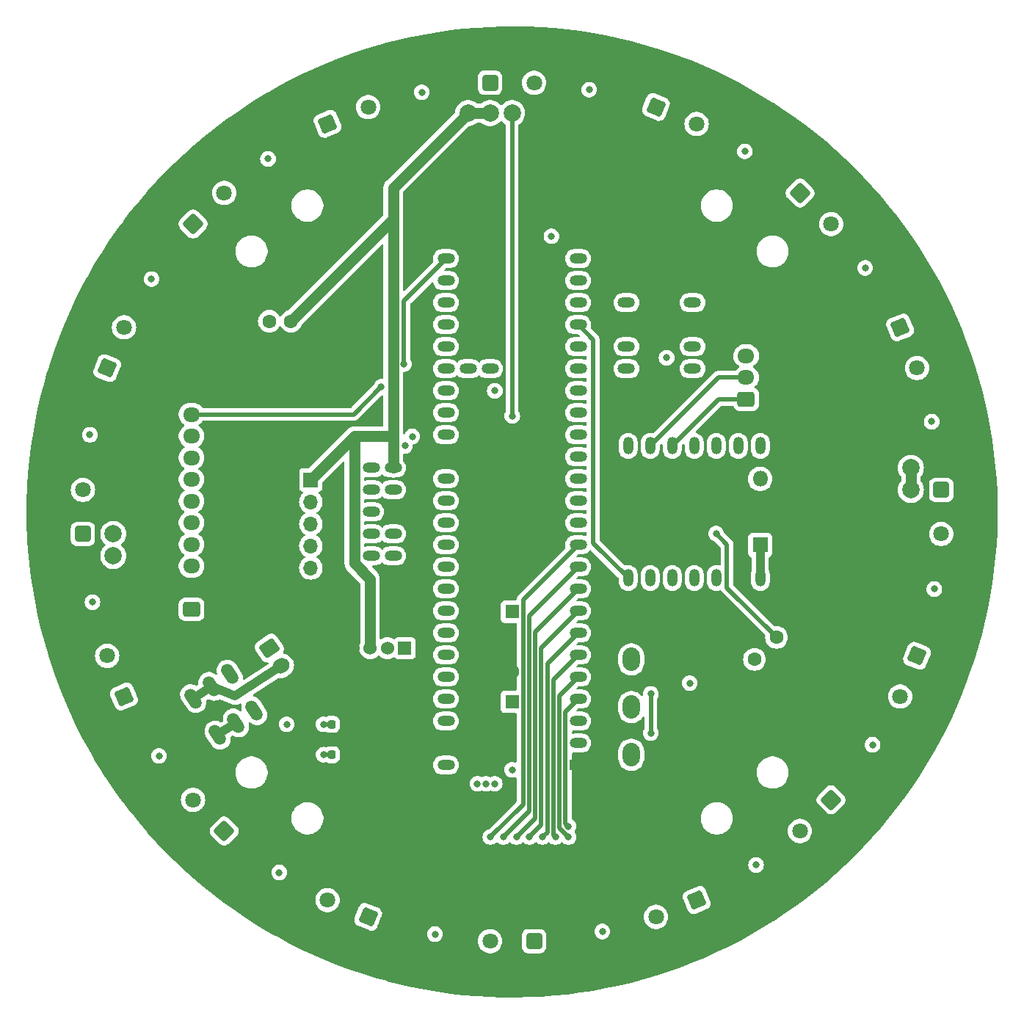
<source format=gbr>
%TF.GenerationSoftware,KiCad,Pcbnew,8.0.1*%
%TF.CreationDate,2024-11-12T23:52:00+09:00*%
%TF.ProjectId,Main-20240325,4d61696e-2d32-4303-9234-303332352e6b,rev?*%
%TF.SameCoordinates,Original*%
%TF.FileFunction,Copper,L1,Top*%
%TF.FilePolarity,Positive*%
%FSLAX46Y46*%
G04 Gerber Fmt 4.6, Leading zero omitted, Abs format (unit mm)*
G04 Created by KiCad (PCBNEW 8.0.1) date 2024-11-12 23:52:00*
%MOMM*%
%LPD*%
G01*
G04 APERTURE LIST*
G04 Aperture macros list*
%AMRoundRect*
0 Rectangle with rounded corners*
0 $1 Rounding radius*
0 $2 $3 $4 $5 $6 $7 $8 $9 X,Y pos of 4 corners*
0 Add a 4 corners polygon primitive as box body*
4,1,4,$2,$3,$4,$5,$6,$7,$8,$9,$2,$3,0*
0 Add four circle primitives for the rounded corners*
1,1,$1+$1,$2,$3*
1,1,$1+$1,$4,$5*
1,1,$1+$1,$6,$7*
1,1,$1+$1,$8,$9*
0 Add four rect primitives between the rounded corners*
20,1,$1+$1,$2,$3,$4,$5,0*
20,1,$1+$1,$4,$5,$6,$7,0*
20,1,$1+$1,$6,$7,$8,$9,0*
20,1,$1+$1,$8,$9,$2,$3,0*%
%AMHorizOval*
0 Thick line with rounded ends*
0 $1 width*
0 $2 $3 position (X,Y) of the first rounded end (center of the circle)*
0 $4 $5 position (X,Y) of the second rounded end (center of the circle)*
0 Add line between two ends*
20,1,$1,$2,$3,$4,$5,0*
0 Add two circle primitives to create the rounded ends*
1,1,$1,$2,$3*
1,1,$1,$4,$5*%
G04 Aperture macros list end*
%TA.AperFunction,ComponentPad*%
%ADD10O,2.000000X2.700000*%
%TD*%
%TA.AperFunction,ComponentPad*%
%ADD11O,2.000000X1.200000*%
%TD*%
%TA.AperFunction,ComponentPad*%
%ADD12R,2.000000X1.200000*%
%TD*%
%TA.AperFunction,ComponentPad*%
%ADD13C,2.000000*%
%TD*%
%TA.AperFunction,ComponentPad*%
%ADD14R,1.800000X1.800000*%
%TD*%
%TA.AperFunction,ComponentPad*%
%ADD15O,1.800000X1.800000*%
%TD*%
%TA.AperFunction,SMDPad,CuDef*%
%ADD16RoundRect,0.218750X0.218750X0.256250X-0.218750X0.256250X-0.218750X-0.256250X0.218750X-0.256250X0*%
%TD*%
%TA.AperFunction,ComponentPad*%
%ADD17R,1.700000X1.700000*%
%TD*%
%TA.AperFunction,ComponentPad*%
%ADD18O,1.700000X1.700000*%
%TD*%
%TA.AperFunction,ComponentPad*%
%ADD19O,1.200000X2.000000*%
%TD*%
%TA.AperFunction,ComponentPad*%
%ADD20R,1.600000X1.600000*%
%TD*%
%TA.AperFunction,ComponentPad*%
%ADD21C,1.600000*%
%TD*%
%TA.AperFunction,ComponentPad*%
%ADD22R,1.524000X1.524000*%
%TD*%
%TA.AperFunction,ComponentPad*%
%ADD23C,1.524000*%
%TD*%
%TA.AperFunction,ComponentPad*%
%ADD24RoundRect,0.250000X0.725000X-0.600000X0.725000X0.600000X-0.725000X0.600000X-0.725000X-0.600000X0*%
%TD*%
%TA.AperFunction,ComponentPad*%
%ADD25O,1.950000X1.700000*%
%TD*%
%TA.AperFunction,ComponentPad*%
%ADD26RoundRect,0.250200X0.649800X0.649800X-0.649800X0.649800X-0.649800X-0.649800X0.649800X-0.649800X0*%
%TD*%
%TA.AperFunction,ComponentPad*%
%ADD27C,1.800000*%
%TD*%
%TA.AperFunction,ComponentPad*%
%ADD28RoundRect,0.250200X-0.351669X0.849005X-0.849005X-0.351669X0.351669X-0.849005X0.849005X0.351669X0*%
%TD*%
%TA.AperFunction,ComponentPad*%
%ADD29HorizOval,1.400000X0.305564X-0.457308X-0.305564X0.457308X0*%
%TD*%
%TA.AperFunction,ComponentPad*%
%ADD30RoundRect,0.250200X0.649800X-0.649800X0.649800X0.649800X-0.649800X0.649800X-0.649800X-0.649800X0*%
%TD*%
%TA.AperFunction,ComponentPad*%
%ADD31RoundRect,0.250200X-0.849005X-0.351669X0.351669X-0.849005X0.849005X0.351669X-0.351669X0.849005X0*%
%TD*%
%TA.AperFunction,ComponentPad*%
%ADD32RoundRect,0.250200X0.918956X0.000000X0.000000X0.918956X-0.918956X0.000000X0.000000X-0.918956X0*%
%TD*%
%TA.AperFunction,ComponentPad*%
%ADD33RoundRect,0.250200X0.000000X-0.918956X0.918956X0.000000X0.000000X0.918956X-0.918956X0.000000X0*%
%TD*%
%TA.AperFunction,ComponentPad*%
%ADD34RoundRect,0.250200X0.000000X0.918956X-0.918956X0.000000X0.000000X-0.918956X0.918956X0.000000X0*%
%TD*%
%TA.AperFunction,ComponentPad*%
%ADD35RoundRect,0.250200X-0.918956X0.000000X0.000000X-0.918956X0.918956X0.000000X0.000000X0.918956X0*%
%TD*%
%TA.AperFunction,ComponentPad*%
%ADD36RoundRect,0.250200X-0.351669X-0.849005X0.849005X-0.351669X0.351669X0.849005X-0.849005X0.351669X0*%
%TD*%
%TA.AperFunction,ComponentPad*%
%ADD37RoundRect,0.250000X-0.936158X0.096093X-0.269473X-0.901670X0.936158X-0.096093X0.269473X0.901670X0*%
%TD*%
%TA.AperFunction,ComponentPad*%
%ADD38HorizOval,1.700000X-0.103934X-0.069446X0.103934X0.069446X0*%
%TD*%
%TA.AperFunction,ComponentPad*%
%ADD39RoundRect,0.250200X0.351669X0.849005X-0.849005X0.351669X-0.351669X-0.849005X0.849005X-0.351669X0*%
%TD*%
%TA.AperFunction,ComponentPad*%
%ADD40RoundRect,0.250200X0.351669X-0.849005X0.849005X0.351669X-0.351669X0.849005X-0.849005X-0.351669X0*%
%TD*%
%TA.AperFunction,ComponentPad*%
%ADD41RoundRect,0.250200X-0.849005X0.351669X-0.351669X-0.849005X0.849005X-0.351669X0.351669X0.849005X0*%
%TD*%
%TA.AperFunction,ComponentPad*%
%ADD42RoundRect,0.250200X-0.649800X0.649800X-0.649800X-0.649800X0.649800X-0.649800X0.649800X0.649800X0*%
%TD*%
%TA.AperFunction,ComponentPad*%
%ADD43RoundRect,0.250200X-0.649800X-0.649800X0.649800X-0.649800X0.649800X0.649800X-0.649800X0.649800X0*%
%TD*%
%TA.AperFunction,ComponentPad*%
%ADD44RoundRect,0.250200X0.849005X-0.351669X0.351669X0.849005X-0.849005X0.351669X-0.351669X-0.849005X0*%
%TD*%
%TA.AperFunction,ComponentPad*%
%ADD45RoundRect,0.250200X0.849005X0.351669X-0.351669X0.849005X-0.849005X-0.351669X0.351669X-0.849005X0*%
%TD*%
%TA.AperFunction,ViaPad*%
%ADD46C,0.800000*%
%TD*%
%TA.AperFunction,ViaPad*%
%ADD47C,1.600000*%
%TD*%
%TA.AperFunction,Conductor*%
%ADD48C,0.500000*%
%TD*%
%TA.AperFunction,Conductor*%
%ADD49C,1.250000*%
%TD*%
%TA.AperFunction,Conductor*%
%ADD50C,1.000000*%
%TD*%
G04 APERTURE END LIST*
D10*
%TO.P,SW4,1,1*%
%TO.N,GND*%
X20250000Y-22500000D03*
%TO.P,SW4,2,2*%
%TO.N,Cam_G0*%
X13750000Y-22500000D03*
%TD*%
D11*
%TO.P,U1,0,RX1*%
%TO.N,Line-TX*%
X7620000Y-26670000D03*
%TO.P,U1,1,TX1*%
%TO.N,Line-RX*%
X7620000Y-24130000D03*
%TO.P,U1,2,OUT2*%
%TO.N,EN-1*%
X7620000Y-21590000D03*
%TO.P,U1,3,LRCLK2*%
%TO.N,PH-1*%
X7620000Y-19050000D03*
%TO.P,U1,3.3V,3.3V*%
%TO.N,unconnected-(U1-Pad3.3V)_0*%
X7620000Y6350000D03*
%TO.N,unconnected-(U1-Pad3.3V)*%
X-7620000Y-24130000D03*
%TO.P,U1,4,BCLK2*%
%TO.N,EN-2*%
X7620000Y-16510000D03*
%TO.P,U1,5,IN2*%
%TO.N,PH-2*%
X7620000Y-13970000D03*
%TO.P,U1,6,OUT1D*%
%TO.N,EN-3*%
X7620000Y-11430000D03*
%TO.P,U1,7,RX2*%
%TO.N,PH-3*%
X7620000Y-8890000D03*
%TO.P,U1,8,TX2*%
%TO.N,EN-4*%
X7620000Y-6350000D03*
%TO.P,U1,9,OUT1C*%
%TO.N,PH-4*%
X7620000Y-3810000D03*
%TO.P,U1,10,CS1*%
%TO.N,SS*%
X7620000Y-1270000D03*
%TO.P,U1,11,MOSI*%
%TO.N,MOSI*%
X7620000Y1270000D03*
%TO.P,U1,12,MISO*%
%TO.N,MISO*%
X7620000Y3810000D03*
%TO.P,U1,13,SCK*%
%TO.N,SCK*%
X-7620000Y3810000D03*
%TO.P,U1,14,A0*%
%TO.N,ball01*%
X-7620000Y1270000D03*
%TO.P,U1,15,A1*%
%TO.N,ball02*%
X-7620000Y-1270000D03*
%TO.P,U1,16,A2*%
%TO.N,ball03*%
X-7620000Y-3810000D03*
%TO.P,U1,17,A3*%
%TO.N,ball04*%
X-7620000Y-6350000D03*
%TO.P,U1,18,A4*%
%TO.N,ball05*%
X-7620000Y-8890000D03*
%TO.P,U1,19,A5*%
%TO.N,ball06*%
X-7620000Y-11430000D03*
%TO.P,U1,20,A6*%
%TO.N,ball07*%
X-7620000Y-13970000D03*
%TO.P,U1,21,A7*%
%TO.N,ball08*%
X-7620000Y-16510000D03*
%TO.P,U1,22,A8*%
%TO.N,ball09*%
X-7620000Y-19050000D03*
%TO.P,U1,23,A9*%
%TO.N,ball10*%
X-7620000Y-21590000D03*
%TO.P,U1,24,A10*%
%TO.N,SCL*%
X7620000Y8890000D03*
%TO.P,U1,25,A11*%
%TO.N,SDA*%
X7620000Y11430000D03*
%TO.P,U1,26,A12*%
%TO.N,ball11*%
X7620000Y13970000D03*
%TO.P,U1,27,A13*%
%TO.N,ball12*%
X7620000Y16510000D03*
%TO.P,U1,28,RX7*%
%TO.N,Main-RX7*%
X7620000Y19050000D03*
%TO.P,U1,29,TX7*%
%TO.N,Main-TX7*%
X7620000Y21590000D03*
%TO.P,U1,30,CRX3*%
%TO.N,SW-TAC-2*%
X7620000Y24130000D03*
%TO.P,U1,31,CTX3*%
%TO.N,SW-TAC-3*%
X7620000Y26670000D03*
%TO.P,U1,32,OUT1B*%
%TO.N,SW-TAC-4*%
X7620000Y29210000D03*
%TO.P,U1,33,MCLK2*%
%TO.N,BUZZER*%
X-7620000Y29210000D03*
%TO.P,U1,34,RX8*%
%TO.N,Cam-TX*%
X-7620000Y26670000D03*
%TO.P,U1,35,TX8*%
%TO.N,Cam-RX*%
X-7620000Y24130000D03*
%TO.P,U1,36,CS2*%
%TO.N,SW-TAC-1*%
X-7620000Y21590000D03*
%TO.P,U1,37,CS3*%
%TO.N,SW-TOG*%
X-7620000Y19050000D03*
%TO.P,U1,38,A14*%
%TO.N,ball13*%
X-7620000Y16510000D03*
%TO.P,U1,39,A15*%
%TO.N,ball14*%
X-7620000Y13970000D03*
%TO.P,U1,40,A16*%
%TO.N,ball15*%
X-7620000Y11430000D03*
%TO.P,U1,41,A17*%
%TO.N,ball16*%
X-7620000Y8890000D03*
D12*
%TO.P,U1,GND,GND*%
%TO.N,GND*%
X7620000Y-29210000D03*
X-7620000Y-26670000D03*
X-7620000Y6350000D03*
D11*
%TO.P,U1,ON/OFF,ON/OFF*%
%TO.N,unconnected-(U1-PadON{slash}OFF)*%
X-5080000Y16510000D03*
%TO.P,U1,PROGRAM,PROGRAM*%
%TO.N,Main_RST*%
X-2540000Y16510000D03*
%TO.P,U1,VIN,VIN*%
%TO.N,+5V*%
X-7620000Y-29210000D03*
%TD*%
D13*
%TO.P,J8,1,Pin_1*%
%TO.N,+5V*%
X-5080000Y46000000D03*
%TO.P,J8,2,Pin_2*%
X-2540000Y46000000D03*
%TO.P,J8,3,Pin_3*%
%TO.N,NeoPixel_PWM*%
X0Y46000000D03*
%TO.P,J8,4,Pin_4*%
%TO.N,GND*%
X2540000Y46000000D03*
%TO.P,J8,5,Pin_5*%
X5080000Y46000000D03*
%TD*%
D11*
%TO.P,U2,1,VIN*%
%TO.N,+3.3V*%
X13190000Y24130000D03*
D12*
%TO.P,U2,2,GND*%
%TO.N,GND*%
X13190000Y21590000D03*
D11*
%TO.P,U2,3,SDA/T*%
%TO.N,SDA*%
X13190000Y19050000D03*
%TO.P,U2,4,SCL/R*%
%TO.N,SCL*%
X13190000Y16510000D03*
%TO.P,U2,5,RESET*%
%TO.N,unconnected-(U2-RESET-Pad5)*%
X20810000Y16510000D03*
%TO.P,U2,6,INT*%
%TO.N,unconnected-(U2-INT-Pad6)*%
X20810000Y19050000D03*
D12*
%TO.P,U2,7,GND*%
%TO.N,GND*%
X20810000Y21590000D03*
D11*
%TO.P,U2,8,VOUT*%
%TO.N,unconnected-(U2-VOUT-Pad8)*%
X20810000Y24130000D03*
%TD*%
D14*
%TO.P,D5,1,K*%
%TO.N,Net-(D5-K)*%
X28615000Y-3810000D03*
D15*
%TO.P,D5,2,A*%
%TO.N,+5V*%
X28615000Y3810000D03*
%TD*%
D10*
%TO.P,SW3,1,1*%
%TO.N,GND*%
X20250000Y-17000000D03*
%TO.P,SW3,2,2*%
%TO.N,Cam_EN*%
X13750000Y-17000000D03*
%TD*%
D13*
%TO.P,J10,1,Pin_1*%
%TO.N,+5V*%
X46000000Y5080000D03*
%TO.P,J10,2,Pin_2*%
X46000000Y2540000D03*
%TO.P,J10,3,Pin_3*%
%TO.N,GND*%
X46000000Y0D03*
%TO.P,J10,4,Pin_4*%
X46000000Y-2540000D03*
%TO.P,J10,5,Pin_5*%
X46000000Y-5080000D03*
%TD*%
D16*
%TO.P,D3,1,K*%
%TO.N,GND*%
X-19212500Y-28000000D03*
%TO.P,D3,2,A*%
%TO.N,Net-(D3-A)*%
X-20787500Y-28000000D03*
%TD*%
D17*
%TO.P,J2,1,Pin_1*%
%TO.N,+5V*%
X-23210000Y3700000D03*
D18*
%TO.P,J2,2,Pin_2*%
%TO.N,Cam-TX*%
X-23210000Y1160000D03*
%TO.P,J2,3,Pin_3*%
%TO.N,Cam-RX*%
X-23210000Y-1380000D03*
%TO.P,J2,4,Pin_4*%
%TO.N,Cam_EN*%
X-23210000Y-3920000D03*
%TO.P,J2,5,Pin_5*%
%TO.N,Cam_G0*%
X-23210000Y-6460000D03*
%TO.P,J2,6,Pin_6*%
%TO.N,GND*%
X-23210000Y-9000000D03*
%TD*%
D19*
%TO.P,U19,1,A0_D0*%
%TO.N,ball01k*%
X28620000Y7620000D03*
%TO.P,U19,2,A1_D1*%
%TO.N,ball02k*%
X26080000Y7620000D03*
%TO.P,U19,3,A2_D2*%
%TO.N,Volume*%
X23540000Y7620000D03*
%TO.P,U19,4,A3_D3*%
%TO.N,KickerSignal*%
X21000000Y7620000D03*
%TO.P,U19,5,SDA_D4*%
%TO.N,PH-D*%
X18460000Y7620000D03*
%TO.P,U19,6,SCL_D5*%
%TO.N,EN-D*%
X15920000Y7620000D03*
%TO.P,U19,7,TX_D6*%
%TO.N,Main-RX7*%
X13380000Y7620000D03*
%TO.P,U19,8,RX_D7*%
%TO.N,Main-TX7*%
X13380000Y-7620000D03*
%TO.P,U19,9,SCK_D8*%
%TO.N,unconnected-(U19-SCK_D8-Pad9)*%
X15920000Y-7620000D03*
%TO.P,U19,10,MISO_D9*%
%TO.N,unconnected-(U19-MISO_D9-Pad10)*%
X18460000Y-7620000D03*
%TO.P,U19,11,MOSI_D10*%
%TO.N,NeoPixel_PWM*%
X21000000Y-7620000D03*
%TO.P,U19,12,3V3*%
%TO.N,unconnected-(U19-3V3-Pad12)*%
X23540000Y-7620000D03*
%TO.P,U19,13,GND*%
%TO.N,GND*%
X26080000Y-7620000D03*
%TO.P,U19,14,5V*%
%TO.N,Net-(D5-K)*%
X28620000Y-7620000D03*
%TD*%
D16*
%TO.P,D4,1,K*%
%TO.N,GND*%
X-19212500Y-24500000D03*
%TO.P,D4,2,A*%
%TO.N,Net-(D4-A)*%
X-20787500Y-24500000D03*
%TD*%
D11*
%TO.P,J4,1,Pin_1*%
%TO.N,MISO*%
X-16252500Y5080000D03*
%TO.P,J4,2,Pin_2*%
%TO.N,+5V*%
X-13712500Y5080000D03*
%TO.P,J4,3,Pin_3*%
%TO.N,SCK*%
X-16252500Y2540000D03*
%TO.P,J4,4,Pin_4*%
%TO.N,MOSI*%
X-13712500Y2540000D03*
%TO.P,J4,5,Pin_5*%
%TO.N,unconnected-(J4-Pin_5-Pad5)*%
X-16252500Y0D03*
%TO.P,J4,6,Pin_6*%
%TO.N,GND*%
X-13712500Y0D03*
%TO.P,J4,7,Pin_7*%
%TO.N,SS*%
X-16252500Y-2540000D03*
%TO.P,J4,8,Pin_8*%
%TO.N,unconnected-(J4-Pin_8-Pad8)*%
X-13712500Y-2540000D03*
%TO.P,J4,9,Pin_9*%
%TO.N,unconnected-(J4-Pin_9-Pad9)*%
X-16252500Y-5080000D03*
%TO.P,J4,10,Pin_10*%
%TO.N,unconnected-(J4-Pin_10-Pad10)*%
X-13712500Y-5080000D03*
%TD*%
D20*
%TO.P,C1,1*%
%TO.N,+5V*%
X0Y-21902651D03*
D21*
%TO.P,C1,2*%
%TO.N,GND*%
X0Y-18402651D03*
%TD*%
D20*
%TO.P,C2,1*%
%TO.N,+3.3V*%
X0Y-11500000D03*
D21*
%TO.P,C2,2*%
%TO.N,GND*%
X0Y-8000000D03*
%TD*%
D22*
%TO.P,J3,1,Pin_1*%
%TO.N,Cam-TX*%
X-12377500Y-15707500D03*
D23*
%TO.P,J3,2,Pin_2*%
%TO.N,Cam-RX*%
X-14377500Y-15707500D03*
%TO.P,J3,3,Pin_3*%
%TO.N,+5V*%
X-16377500Y-15707500D03*
%TO.P,J3,4,Pin_4*%
%TO.N,GND*%
X-18377500Y-15707500D03*
%TD*%
D21*
%TO.P,RV1,1,1*%
%TO.N,+3.3V*%
X27960000Y-17000000D03*
%TO.P,RV1,2,2*%
%TO.N,Net-(R6-Pad1)*%
X30500000Y-14460000D03*
%TO.P,RV1,3,3*%
%TO.N,GND*%
X33040000Y-17000000D03*
%TD*%
D10*
%TO.P,SW2,1,1*%
%TO.N,GND*%
X20250000Y-28000000D03*
%TO.P,SW2,2,2*%
%TO.N,Main_RST*%
X13750000Y-28000000D03*
%TD*%
D13*
%TO.P,J9,1,Pin_1*%
%TO.N,+5V*%
X-46000000Y-5080000D03*
%TO.P,J9,2,Pin_2*%
X-46000000Y-2540000D03*
%TO.P,J9,3,Pin_3*%
%TO.N,GND*%
X-46000000Y0D03*
%TO.P,J9,4,Pin_4*%
X-46000000Y2540000D03*
%TO.P,J9,5,Pin_5*%
X-46000000Y5080000D03*
%TD*%
D24*
%TO.P,J7,1,Pin_1*%
%TO.N,+3.3V*%
X-36975000Y-11250000D03*
D25*
%TO.P,J7,2,Pin_2*%
%TO.N,GND*%
X-36975000Y-8750000D03*
%TO.P,J7,3,Pin_3*%
%TO.N,SW-TOG*%
X-36975000Y-6250000D03*
%TO.P,J7,4,Pin_4*%
%TO.N,SW-TAC-1*%
X-36975000Y-3750000D03*
%TO.P,J7,5,Pin_5*%
%TO.N,SW-TAC-2*%
X-36975000Y-1250000D03*
%TO.P,J7,6,Pin_6*%
%TO.N,SW-TAC-3*%
X-36975000Y1250000D03*
%TO.P,J7,7,Pin_7*%
%TO.N,SW-TAC-4*%
X-36975000Y3750000D03*
%TO.P,J7,8,Pin_8*%
%TO.N,SDA*%
X-36975000Y6250000D03*
%TO.P,J7,9,Pin_9*%
%TO.N,SCL*%
X-36975000Y8750000D03*
%TO.P,J7,10,Pin_10*%
%TO.N,BUZZER*%
X-36975000Y11250000D03*
%TD*%
D26*
%TO.P,U11,1,OUT*%
%TO.N,Net-(U11-OUT)*%
X2540000Y-49499999D03*
D27*
%TO.P,U11,2,GND*%
%TO.N,GND*%
X0Y-49499999D03*
%TO.P,U11,3,Vs*%
%TO.N,+3.3V*%
X-2540000Y-49499999D03*
%TD*%
D28*
%TO.P,U14,1,OUT*%
%TO.N,Net-(U14-OUT)*%
X46704052Y-16596174D03*
D27*
%TO.P,U14,2,GND*%
%TO.N,GND*%
X45732036Y-18942828D03*
%TO.P,U14,3,Vs*%
%TO.N,+3.3V*%
X44760020Y-21289482D03*
%TD*%
D29*
%TO.P,SW1,1,A*%
%TO.N,+5V*%
X-29735703Y-22923592D03*
%TO.P,SW1,2,B*%
%TO.N,5.0V*%
X-31847636Y-24334741D03*
%TO.P,SW1,3,C*%
X-33959568Y-25745889D03*
%TO.P,SW1,4,A*%
%TO.N,+3.3V*%
X-32558000Y-18699727D03*
%TO.P,SW1,5,B*%
%TO.N,3.3V*%
X-34669932Y-20110875D03*
%TO.P,SW1,6,C*%
X-36781865Y-21522024D03*
%TD*%
D30*
%TO.P,U7,1,OUT*%
%TO.N,Net-(U7-OUT)*%
X-49500000Y-2539999D03*
D27*
%TO.P,U7,2,GND*%
%TO.N,GND*%
X-49500000Y1D03*
%TO.P,U7,3,Vs*%
%TO.N,+3.3V*%
X-49500000Y2540001D03*
%TD*%
D31*
%TO.P,U18,1,OUT*%
%TO.N,Net-(U18-OUT)*%
X16596175Y46704053D03*
D27*
%TO.P,U18,2,GND*%
%TO.N,GND*%
X18942829Y45732037D03*
%TO.P,U18,3,Vs*%
%TO.N,+3.3V*%
X21289483Y44760021D03*
%TD*%
D32*
%TO.P,U9,1,OUT*%
%TO.N,Net-(U9-OUT)*%
X-33205734Y-36797835D03*
D27*
%TO.P,U9,2,GND*%
%TO.N,GND*%
X-35001785Y-35001784D03*
%TO.P,U9,3,Vs*%
%TO.N,+3.3V*%
X-36797836Y-33205733D03*
%TD*%
D33*
%TO.P,U5,1,OUT*%
%TO.N,Net-(U5-OUT)*%
X-36797836Y33205735D03*
D27*
%TO.P,U5,2,GND*%
%TO.N,GND*%
X-35001785Y35001786D03*
%TO.P,U5,3,Vs*%
%TO.N,+3.3V*%
X-33205734Y36797837D03*
%TD*%
D34*
%TO.P,U13,1,OUT*%
%TO.N,Net-(U13-OUT)*%
X36797836Y-33205733D03*
D27*
%TO.P,U13,2,GND*%
%TO.N,GND*%
X35001785Y-35001784D03*
%TO.P,U13,3,Vs*%
%TO.N,+3.3V*%
X33205734Y-36797835D03*
%TD*%
D35*
%TO.P,U17,1,OUT*%
%TO.N,Net-(U17-OUT)*%
X33205734Y36797837D03*
D27*
%TO.P,U17,2,GND*%
%TO.N,GND*%
X35001785Y35001786D03*
%TO.P,U17,3,Vs*%
%TO.N,+3.3V*%
X36797836Y33205735D03*
%TD*%
D36*
%TO.P,U4,1,OUT*%
%TO.N,Net-(U4-OUT)*%
X-21289483Y44760021D03*
D27*
%TO.P,U4,2,GND*%
%TO.N,GND*%
X-18942829Y45732037D03*
%TO.P,U4,3,Vs*%
%TO.N,+3.3V*%
X-16596175Y46704053D03*
%TD*%
D37*
%TO.P,J1,1,Pin_1*%
%TO.N,5.0V*%
X-27995954Y-15699574D03*
D38*
%TO.P,J1,2,Pin_2*%
%TO.N,3.3V*%
X-26607028Y-17778248D03*
%TO.P,J1,3,Pin_3*%
%TO.N,GND*%
X-25218103Y-19856922D03*
%TD*%
D39*
%TO.P,U12,1,OUT*%
%TO.N,Net-(U12-OUT)*%
X21289483Y-44760019D03*
D27*
%TO.P,U12,2,GND*%
%TO.N,GND*%
X18942829Y-45732035D03*
%TO.P,U12,3,Vs*%
%TO.N,+3.3V*%
X16596175Y-46704051D03*
%TD*%
D40*
%TO.P,U6,1,OUT*%
%TO.N,Net-(U6-OUT)*%
X-46704052Y16596176D03*
D27*
%TO.P,U6,2,GND*%
%TO.N,GND*%
X-45732036Y18942830D03*
%TO.P,U6,3,Vs*%
%TO.N,+3.3V*%
X-44760020Y21289484D03*
%TD*%
D41*
%TO.P,U16,1,OUT*%
%TO.N,Net-(U16-OUT)*%
X44760020Y21289484D03*
D27*
%TO.P,U16,2,GND*%
%TO.N,GND*%
X45732036Y18942830D03*
%TO.P,U16,3,Vs*%
%TO.N,+3.3V*%
X46704052Y16596176D03*
%TD*%
D42*
%TO.P,U15,1,OUT*%
%TO.N,Net-(U15-OUT)*%
X49500000Y2540000D03*
D27*
%TO.P,U15,2,GND*%
%TO.N,GND*%
X49500000Y0D03*
%TO.P,U15,3,Vs*%
%TO.N,+3.3V*%
X49500000Y-2540000D03*
%TD*%
D43*
%TO.P,U3,1,OUT*%
%TO.N,Net-(U3-OUT)*%
X-2540000Y49500001D03*
D27*
%TO.P,U3,2,GND*%
%TO.N,GND*%
X0Y49500001D03*
%TO.P,U3,3,Vs*%
%TO.N,+3.3V*%
X2540000Y49500001D03*
%TD*%
D24*
%TO.P,J6,1,Pin_1*%
%TO.N,PH-D*%
X27000000Y13000000D03*
D25*
%TO.P,J6,2,Pin_2*%
%TO.N,EN-D*%
X27000000Y15500000D03*
%TO.P,J6,3,Pin_3*%
%TO.N,+3.3V*%
X27000000Y18000000D03*
%TO.P,J6,4,Pin_4*%
%TO.N,GND*%
X27000000Y20500000D03*
%TD*%
D44*
%TO.P,U8,1,OUT*%
%TO.N,Net-(U8-OUT)*%
X-44760020Y-21289482D03*
D27*
%TO.P,U8,2,GND*%
%TO.N,GND*%
X-45732036Y-18942828D03*
%TO.P,U8,3,Vs*%
%TO.N,+3.3V*%
X-46704052Y-16596174D03*
%TD*%
D45*
%TO.P,U10,1,OUT*%
%TO.N,Net-(U10-OUT)*%
X-16596175Y-46704051D03*
D27*
%TO.P,U10,2,GND*%
%TO.N,GND*%
X-18942829Y-45732035D03*
%TO.P,U10,3,Vs*%
%TO.N,+3.3V*%
X-21289483Y-44760019D03*
%TD*%
D46*
%TO.N,GND*%
X-21136861Y37812333D03*
X33552038Y30052038D03*
X28712646Y26818459D03*
X-23611735Y-38837459D03*
X26818460Y-31391430D03*
X31391430Y26818460D03*
X23611735Y38837459D03*
X-26086609Y32862585D03*
X-27577164Y-32526912D03*
X-20378157Y36676851D03*
X26818459Y31391430D03*
X-33285617Y31391430D03*
X28712646Y-26818460D03*
X27577164Y27577164D03*
X-33285616Y28712646D03*
X26086609Y-32862585D03*
X20111735Y-35337459D03*
X28712646Y-33285617D03*
X53000000Y0D03*
X26818460Y28712646D03*
X-32526912Y-32526912D03*
X-20111735Y-35337459D03*
X-23611735Y-31837459D03*
X-26818459Y-31391430D03*
X0Y53000000D03*
X26552038Y30052038D03*
X-10339787Y51981620D03*
X27577164Y-32526912D03*
X0Y-53000000D03*
X29445222Y44067889D03*
X26845313Y36676851D03*
X24951127Y32103881D03*
X-21136861Y-32862585D03*
X-24951127Y-32103881D03*
X33285616Y31391430D03*
X-20378157Y-33998067D03*
X33285616Y-28712646D03*
X-23611735Y38837459D03*
X-26086609Y-37812333D03*
X33285617Y28712646D03*
X-31391430Y33285616D03*
X-10339787Y-51981620D03*
X48965615Y20282222D03*
X22272343Y32103880D03*
X23611735Y-31837459D03*
X26086609Y37812333D03*
X23611735Y31837459D03*
X21136861Y37812333D03*
X20378156Y-33998067D03*
X27577164Y-27577164D03*
X26086609Y-37812333D03*
X-37476659Y37476659D03*
X-32526912Y-27577164D03*
X-27111735Y-35337459D03*
X-26818459Y28712646D03*
X-21136861Y-37812333D03*
X-26552038Y-30052038D03*
X-51981620Y-10339787D03*
X37476659Y37476659D03*
X-24951127Y38571037D03*
X27111735Y35337459D03*
X-27577164Y32526912D03*
X-22272343Y-32103880D03*
X-30052038Y33552038D03*
X-22272343Y32103881D03*
X23611735Y-38837459D03*
X-48965615Y-20282222D03*
X20378157Y33998067D03*
X-28712646Y33285617D03*
X-27111735Y35337459D03*
X20282222Y-48965615D03*
X-44067889Y29445222D03*
X-53000000Y0D03*
X22272343Y-32103881D03*
X21136861Y32862585D03*
X20282222Y48965615D03*
X-29445222Y44067889D03*
X26845314Y33998067D03*
X51981620Y10339787D03*
X30052038Y-33552038D03*
X31391430Y33285617D03*
X26818459Y-28712646D03*
X-20378156Y-36676851D03*
X-48965615Y20282222D03*
X31391430Y-33285616D03*
X-24951127Y-38571038D03*
X-20282222Y-48965615D03*
X27577164Y32526912D03*
X44067889Y29445222D03*
X-30052038Y-33552038D03*
X-37476659Y-37476659D03*
X-33552038Y-30052038D03*
X-30052038Y-26552038D03*
X30052038Y-26552038D03*
X-31391430Y-33285617D03*
X29445222Y-44067889D03*
X-26086609Y37812333D03*
X-24951127Y32103880D03*
X-26845313Y33998067D03*
X32526912Y32526912D03*
X20378157Y-36676851D03*
X48965615Y-20282222D03*
X-26818460Y-28712646D03*
X33285617Y-31391430D03*
X51981620Y-10339787D03*
X20378156Y36676851D03*
X24951127Y-38571037D03*
X-20282222Y48965615D03*
X-31391430Y-26818460D03*
X10339787Y-51981620D03*
X22272343Y-38571038D03*
X32526912Y-27577164D03*
X26845313Y-33998067D03*
X-26818460Y31391430D03*
X24951127Y38571038D03*
X44067889Y-29445222D03*
X26845314Y-36676851D03*
X26086609Y32862585D03*
X26552038Y-30052038D03*
X31391430Y-26818459D03*
X21136861Y-37812333D03*
X32526912Y27577164D03*
X-31391430Y26818459D03*
X-28712646Y-26818459D03*
X24951127Y-32103880D03*
X-28712646Y-33285616D03*
X-22272343Y-38571037D03*
X33552038Y-30052038D03*
X-20378156Y33998067D03*
X32526912Y-32526912D03*
X10339787Y51981620D03*
X-51981620Y10339787D03*
X22272343Y38571037D03*
X-23611735Y31837459D03*
X-33285616Y-31391430D03*
X-26845313Y-36676851D03*
X37476659Y-37476659D03*
D47*
X-30500000Y22000000D03*
D46*
X-21136861Y32862585D03*
X-20111735Y35337459D03*
X-27577164Y27577164D03*
X-33285617Y-28712646D03*
X-32526912Y32526912D03*
X-30052038Y26552038D03*
X-27577164Y-27577164D03*
X30052038Y33552038D03*
X-29445222Y-44067889D03*
X28712646Y33285616D03*
X21136861Y-32862585D03*
X-22272343Y38571038D03*
X-26552038Y30052038D03*
X-44067889Y-29445222D03*
X-28712646Y26818460D03*
X-26845314Y-33998067D03*
X20111735Y35337459D03*
X-33552038Y30052038D03*
X30052038Y26552038D03*
X27111735Y-35337459D03*
X-26845314Y36676851D03*
X-32526912Y27577164D03*
X-26086609Y-32862585D03*
D47*
%TO.N,+5V*%
X-25500000Y22000000D03*
%TO.N,+3.3V*%
X-28000000Y22000000D03*
D46*
X0Y-29750000D03*
X17825000Y17780000D03*
X20500000Y-19750000D03*
X-26000000Y-24500000D03*
%TO.N,ball01*%
X-10417080Y48397677D03*
%TO.N,ball02*%
X-28145115Y40727180D03*
%TO.N,ball03*%
X-41588312Y26856340D03*
%TO.N,ball04*%
X-48700067Y8896863D03*
%TO.N,ball05*%
X-48397677Y-10417079D03*
%TO.N,ball06*%
X-40727179Y-28145114D03*
%TO.N,ball07*%
X-26856339Y-41588311D03*
%TO.N,ball08*%
X-8896862Y-48700067D03*
%TO.N,ball09*%
X10417080Y-48397675D03*
%TO.N,ball10*%
X28145114Y-40727178D03*
%TO.N,ball11*%
X41588312Y-26856338D03*
%TO.N,ball12*%
X48700066Y-8896861D03*
%TO.N,ball13*%
X48397676Y10417080D03*
%TO.N,ball14*%
X-1990000Y13970000D03*
X40727179Y28145115D03*
%TO.N,ball15*%
X26856339Y41588313D03*
X4540000Y31800000D03*
%TO.N,ball16*%
X8896862Y48700067D03*
%TO.N,NeoPixel_PWM*%
X21327Y11079245D03*
%TO.N,SDA*%
X-11510000Y8700000D03*
%TO.N,KickerSignal*%
X16000000Y-21000000D03*
X-3000000Y-31350000D03*
X16000000Y-25500000D03*
%TO.N,SCL*%
X-12360000Y7625000D03*
%TO.N,BUZZER*%
X-12467709Y17055209D03*
X-15087994Y14434923D03*
%TO.N,EN-3*%
X2000000Y-37500000D03*
%TO.N,ball01k*%
X-2000000Y-31350000D03*
%TO.N,PH-2*%
X3500000Y-37500000D03*
%TO.N,PH-4*%
X-2500000Y-37500000D03*
%TO.N,ball02k*%
X-4000000Y-31350000D03*
%TO.N,EN-4*%
X-1000000Y-37500000D03*
%TO.N,PH-3*%
X500000Y-37500000D03*
%TO.N,EN-2*%
X5000000Y-37500000D03*
%TO.N,PH-1*%
X6500000Y-37500000D03*
%TO.N,EN-1*%
X6500000Y-36250000D03*
%TO.N,Net-(D3-A)*%
X-21750000Y-28000000D03*
%TO.N,Net-(D4-A)*%
X-21750000Y-24500000D03*
%TO.N,Net-(R6-Pad1)*%
X23540000Y-2500000D03*
%TD*%
D48*
%TO.N,EN-1*%
X6170000Y-35920000D02*
X6500000Y-36250000D01*
X6170000Y-23040000D02*
X6170000Y-35920000D01*
X7620000Y-21590000D02*
X6170000Y-23040000D01*
D49*
%TO.N,+5V*%
X-13712500Y37367500D02*
X-5080000Y46000000D01*
X-23210000Y3700000D02*
X-18160000Y8750000D01*
X-13712500Y37367500D02*
X-13712500Y33787500D01*
X-18160000Y8750000D02*
X-13712500Y8750000D01*
X-13712500Y33787500D02*
X-25500000Y22000000D01*
X-13712500Y8750000D02*
X-13712500Y37367500D01*
X-13712500Y8750000D02*
X-13712500Y5080000D01*
X-18210000Y-5903709D02*
X-18210000Y8700000D01*
X46000000Y2540000D02*
X46000000Y5080000D01*
X-16377500Y-7736209D02*
X-18210000Y-5903709D01*
X-16377500Y-15707500D02*
X-16377500Y-7736209D01*
X-5080000Y46000000D02*
X-2540000Y46000000D01*
D48*
%TO.N,NeoPixel_PWM*%
X21327Y11079245D02*
X0Y11100572D01*
X0Y11100572D02*
X0Y46000000D01*
%TO.N,KickerSignal*%
X16000000Y-21000000D02*
X16000000Y-25500000D01*
%TO.N,BUZZER*%
X-12467709Y24362291D02*
X-7620000Y29210000D01*
X-18272918Y11250000D02*
X-36975000Y11250000D01*
X-12467709Y17055209D02*
X-12467709Y24362291D01*
X-15087994Y14434923D02*
X-18272918Y11250000D01*
%TO.N,EN-3*%
X2000000Y-37500000D02*
X3370000Y-36130000D01*
X3370000Y-36130000D02*
X3370000Y-15680000D01*
X3370000Y-15680000D02*
X7620000Y-11430000D01*
%TO.N,PH-2*%
X3500000Y-37500000D02*
X4070000Y-36930000D01*
X4070000Y-36930000D02*
X4070000Y-17520000D01*
X4070000Y-17520000D02*
X7620000Y-13970000D01*
%TO.N,PH-4*%
X7620000Y-3810000D02*
X1270000Y-10160000D01*
X1270000Y-10160000D02*
X1270000Y-33730000D01*
X1270000Y-33730000D02*
X-2500000Y-37500000D01*
%TO.N,EN-4*%
X-1000000Y-37500000D02*
X1970000Y-34530000D01*
X1970000Y-34530000D02*
X1970000Y-12000000D01*
X1970000Y-12000000D02*
X7620000Y-6350000D01*
%TO.N,PH-3*%
X500000Y-37500000D02*
X2670000Y-35330000D01*
X2670000Y-35330000D02*
X2670000Y-13840000D01*
X2670000Y-13840000D02*
X7620000Y-8890000D01*
%TO.N,EN-2*%
X4770000Y-19360000D02*
X7620000Y-16510000D01*
X4770000Y-37270000D02*
X4770000Y-19360000D01*
X5000000Y-37500000D02*
X4770000Y-37270000D01*
%TO.N,PH-1*%
X6500000Y-37500000D02*
X5470000Y-36470000D01*
X5470000Y-21200000D02*
X7620000Y-19050000D01*
X5470000Y-36470000D02*
X5470000Y-21200000D01*
%TO.N,Net-(D3-A)*%
X-21750000Y-28000000D02*
X-20787500Y-28000000D01*
%TO.N,PH-D*%
X18460000Y7620000D02*
X23840000Y13000000D01*
X23840000Y13000000D02*
X27000000Y13000000D01*
%TO.N,EN-D*%
X27000000Y15500000D02*
X23800000Y15500000D01*
X23800000Y15500000D02*
X15920000Y7620000D01*
%TO.N,Main-TX7*%
X13380000Y-7620000D02*
X9340000Y-3580000D01*
X9340000Y-3580000D02*
X9340000Y19870000D01*
X9340000Y19870000D02*
X7620000Y21590000D01*
D50*
%TO.N,5.0V*%
X-33959568Y-25745889D02*
X-31847636Y-24334741D01*
%TO.N,3.3V*%
X-34669932Y-20110875D02*
X-31960000Y-21250000D01*
X-31960000Y-21250000D02*
X-26607028Y-17778248D01*
X-36781865Y-21522024D02*
X-34669932Y-20110875D01*
%TO.N,Net-(D5-K)*%
X28615000Y-7625000D02*
X28620000Y-7620000D01*
X28615000Y-7615000D02*
X28620000Y-7620000D01*
X28615000Y-3810000D02*
X28615000Y-7615000D01*
D48*
%TO.N,Net-(D4-A)*%
X-21750000Y-24500000D02*
X-20787500Y-24500000D01*
%TO.N,Net-(R6-Pad1)*%
X24790000Y-3750000D02*
X24790000Y-8750000D01*
X24790000Y-8750000D02*
X30500000Y-14460000D01*
X23540000Y-2500000D02*
X24790000Y-3750000D01*
%TD*%
%TA.AperFunction,Conductor*%
%TO.N,GND*%
G36*
X438005Y55999975D02*
G01*
X1869671Y55971262D01*
X1872985Y55971151D01*
X3365308Y55901275D01*
X3368617Y55901076D01*
X4858578Y55791326D01*
X4861881Y55791038D01*
X6348348Y55641498D01*
X6351642Y55641122D01*
X7833587Y55451896D01*
X7836869Y55451432D01*
X9313205Y55222658D01*
X9316475Y55222107D01*
X10786218Y54953938D01*
X10789471Y54953299D01*
X12251461Y54645946D01*
X12254696Y54645221D01*
X13708005Y54298880D01*
X13711219Y54298068D01*
X15154689Y53913015D01*
X15157881Y53912118D01*
X16590580Y53488600D01*
X16593746Y53487618D01*
X18014622Y53025949D01*
X18017761Y53024882D01*
X19425741Y52525406D01*
X19428851Y52524256D01*
X20822992Y51987313D01*
X20826069Y51986081D01*
X22205390Y51412045D01*
X22208434Y51410730D01*
X23571905Y50800031D01*
X23574912Y50798635D01*
X24921525Y50151723D01*
X24924494Y50150248D01*
X26253374Y49467546D01*
X26256302Y49465992D01*
X27566443Y48748015D01*
X27569329Y48746383D01*
X28859827Y47993626D01*
X28862668Y47991917D01*
X30132542Y47204954D01*
X30135336Y47203170D01*
X31383758Y46382512D01*
X31386504Y46380654D01*
X32612493Y45526949D01*
X32615188Y45525019D01*
X33817949Y44638819D01*
X33820592Y44636817D01*
X34999238Y43718773D01*
X35001826Y43716701D01*
X36155502Y42767481D01*
X36158034Y42765340D01*
X37285913Y41785625D01*
X37288386Y41783418D01*
X38389671Y40773900D01*
X38392085Y40771627D01*
X39465984Y39733033D01*
X39468336Y39730697D01*
X40514104Y38663746D01*
X40516393Y38661347D01*
X41533246Y37566837D01*
X41535470Y37564378D01*
X42522704Y36443070D01*
X42524861Y36440553D01*
X43481769Y35293250D01*
X43483858Y35290676D01*
X44409741Y34118216D01*
X44411761Y34115587D01*
X45305995Y32918758D01*
X45307943Y32916076D01*
X46169830Y31695813D01*
X46171707Y31693080D01*
X47000685Y30450179D01*
X47002487Y30447396D01*
X47797926Y29182804D01*
X47799654Y29179974D01*
X48561010Y27894553D01*
X48562661Y27891679D01*
X49289381Y26586363D01*
X49290955Y26583445D01*
X49982525Y25259158D01*
X49984020Y25256199D01*
X50639924Y23913926D01*
X50641340Y23910928D01*
X51261141Y22551569D01*
X51262476Y22548534D01*
X51845710Y21173100D01*
X51846963Y21170031D01*
X52393213Y19779510D01*
X52394384Y19776408D01*
X52903275Y18371753D01*
X52904362Y18368622D01*
X53375497Y16950931D01*
X53376501Y16947771D01*
X53809599Y15517890D01*
X53810517Y15514704D01*
X54205212Y14073832D01*
X54206045Y14070623D01*
X54562085Y12619696D01*
X54562832Y12616466D01*
X54879951Y11156556D01*
X54880612Y11153307D01*
X55158599Y9685390D01*
X55159172Y9682125D01*
X55397809Y8207349D01*
X55398295Y8204070D01*
X55597424Y6723413D01*
X55597822Y6720121D01*
X55757297Y5234654D01*
X55757606Y5231354D01*
X55877308Y3742228D01*
X55877530Y3738920D01*
X55957382Y2247060D01*
X55957515Y2243747D01*
X55997460Y750069D01*
X55997503Y747169D01*
X55998902Y328768D01*
X56000000Y299D01*
X56000000Y-299D01*
X55999712Y-86420D01*
X55997503Y-747169D01*
X55997460Y-750069D01*
X55957515Y-2243747D01*
X55957382Y-2247060D01*
X55877530Y-3738920D01*
X55877308Y-3742228D01*
X55757606Y-5231354D01*
X55757297Y-5234654D01*
X55597822Y-6720121D01*
X55597424Y-6723413D01*
X55398295Y-8204070D01*
X55397809Y-8207349D01*
X55159172Y-9682125D01*
X55158599Y-9685390D01*
X54880612Y-11153307D01*
X54879951Y-11156556D01*
X54562832Y-12616466D01*
X54562085Y-12619696D01*
X54206045Y-14070623D01*
X54205212Y-14073832D01*
X53810517Y-15514704D01*
X53809599Y-15517890D01*
X53376501Y-16947771D01*
X53375497Y-16950931D01*
X52904362Y-18368622D01*
X52903275Y-18371753D01*
X52394384Y-19776408D01*
X52393213Y-19779510D01*
X51846963Y-21170031D01*
X51845710Y-21173100D01*
X51262476Y-22548534D01*
X51261141Y-22551569D01*
X50641340Y-23910928D01*
X50639924Y-23913926D01*
X49984020Y-25256199D01*
X49982525Y-25259158D01*
X49290955Y-26583445D01*
X49289381Y-26586363D01*
X48562661Y-27891679D01*
X48561010Y-27894553D01*
X47799654Y-29179974D01*
X47797926Y-29182804D01*
X47002487Y-30447396D01*
X47000685Y-30450179D01*
X46171707Y-31693080D01*
X46169830Y-31695813D01*
X45307943Y-32916076D01*
X45305995Y-32918758D01*
X44411761Y-34115587D01*
X44409741Y-34118216D01*
X43483858Y-35290676D01*
X43481769Y-35293250D01*
X42524861Y-36440553D01*
X42522704Y-36443070D01*
X41535470Y-37564378D01*
X41533246Y-37566837D01*
X40516393Y-38661347D01*
X40514104Y-38663746D01*
X39468336Y-39730697D01*
X39465984Y-39733033D01*
X38392085Y-40771627D01*
X38389671Y-40773900D01*
X37288386Y-41783418D01*
X37285913Y-41785625D01*
X36158034Y-42765340D01*
X36155502Y-42767481D01*
X35001826Y-43716701D01*
X34999238Y-43718773D01*
X33820592Y-44636817D01*
X33817949Y-44638819D01*
X32615188Y-45525019D01*
X32612493Y-45526949D01*
X31386504Y-46380654D01*
X31383758Y-46382512D01*
X30135336Y-47203170D01*
X30132542Y-47204954D01*
X28862668Y-47991917D01*
X28859827Y-47993626D01*
X27569329Y-48746383D01*
X27566443Y-48748015D01*
X26256302Y-49465992D01*
X26253374Y-49467546D01*
X24924494Y-50150248D01*
X24921525Y-50151723D01*
X23574912Y-50798635D01*
X23571905Y-50800031D01*
X22208434Y-51410730D01*
X22205390Y-51412045D01*
X20826069Y-51986081D01*
X20822992Y-51987313D01*
X19428851Y-52524256D01*
X19425741Y-52525406D01*
X18017761Y-53024882D01*
X18014622Y-53025949D01*
X16593746Y-53487618D01*
X16590580Y-53488600D01*
X15157881Y-53912118D01*
X15154689Y-53913015D01*
X13711219Y-54298068D01*
X13708005Y-54298880D01*
X12254696Y-54645221D01*
X12251461Y-54645946D01*
X10789471Y-54953299D01*
X10786218Y-54953938D01*
X9316475Y-55222107D01*
X9313205Y-55222658D01*
X7836869Y-55451432D01*
X7833587Y-55451896D01*
X6351642Y-55641122D01*
X6348348Y-55641498D01*
X4861881Y-55791038D01*
X4858578Y-55791326D01*
X3368617Y-55901076D01*
X3365308Y-55901275D01*
X1872985Y-55971151D01*
X1869671Y-55971262D01*
X438005Y-55999975D01*
X435519Y-56000000D01*
X187404Y-56000000D01*
X186575Y-55999997D01*
X-1121252Y-55991255D01*
X-1124566Y-55991189D01*
X-2617722Y-55941267D01*
X-2621034Y-55941112D01*
X-4112330Y-55851290D01*
X-4115636Y-55851046D01*
X-5603961Y-55721391D01*
X-5607260Y-55721059D01*
X-7091598Y-55551661D01*
X-7094887Y-55551241D01*
X-8574144Y-55342225D01*
X-8577420Y-55341718D01*
X-10050610Y-55093221D01*
X-10053871Y-55092626D01*
X-11519861Y-54804841D01*
X-11523106Y-54804159D01*
X-12980907Y-54477279D01*
X-12984132Y-54476510D01*
X-14432620Y-54110787D01*
X-14435823Y-54109933D01*
X-15874071Y-53705602D01*
X-15877250Y-53704662D01*
X-17304159Y-53262030D01*
X-17307312Y-53261005D01*
X-18721832Y-52780401D01*
X-18724957Y-52779293D01*
X-20126205Y-52261015D01*
X-20129298Y-52259823D01*
X-21516124Y-51704296D01*
X-21519185Y-51703022D01*
X-22890671Y-51110615D01*
X-22893697Y-51109260D01*
X-24248867Y-50480394D01*
X-24251855Y-50478959D01*
X-25589743Y-49814083D01*
X-25592692Y-49812568D01*
X-26912343Y-49112154D01*
X-26915250Y-49110560D01*
X-27641108Y-48700067D01*
X-9802322Y-48700067D01*
X-9782536Y-48888323D01*
X-9724041Y-49068351D01*
X-9629395Y-49232283D01*
X-9502733Y-49372955D01*
X-9349592Y-49484218D01*
X-9176665Y-49561211D01*
X-8991508Y-49600567D01*
X-8991506Y-49600567D01*
X-8802217Y-49600567D01*
X-8802216Y-49600567D01*
X-8617059Y-49561211D01*
X-8617054Y-49561209D01*
X-8479590Y-49500005D01*
X-3945300Y-49500005D01*
X-3940228Y-49561211D01*
X-3926134Y-49731304D01*
X-3869157Y-49956299D01*
X-3775924Y-50168848D01*
X-3648979Y-50363152D01*
X-3491784Y-50533912D01*
X-3308626Y-50676469D01*
X-3104503Y-50786935D01*
X-2884981Y-50862297D01*
X-2656049Y-50900499D01*
X-2656048Y-50900499D01*
X-2423952Y-50900499D01*
X-2423951Y-50900499D01*
X-2195019Y-50862297D01*
X-2195017Y-50862296D01*
X-2195015Y-50862296D01*
X-2089487Y-50826067D01*
X-1975497Y-50786935D01*
X-1771374Y-50676469D01*
X-1771371Y-50676467D01*
X-1771365Y-50676463D01*
X-1588222Y-50533917D01*
X-1588219Y-50533914D01*
X-1588216Y-50533912D01*
X-1431021Y-50363152D01*
X-1431019Y-50363150D01*
X-1431016Y-50363146D01*
X-1324318Y-50199832D01*
X1139500Y-50199832D01*
X1150003Y-50302637D01*
X1170054Y-50363146D01*
X1205203Y-50469219D01*
X1297330Y-50618580D01*
X1421419Y-50742669D01*
X1570780Y-50834796D01*
X1653771Y-50862296D01*
X1737361Y-50889995D01*
X1774236Y-50893762D01*
X1840174Y-50900499D01*
X1840178Y-50900499D01*
X3239822Y-50900499D01*
X3239826Y-50900499D01*
X3342638Y-50889995D01*
X3509220Y-50834796D01*
X3658581Y-50742669D01*
X3782670Y-50618580D01*
X3874797Y-50469219D01*
X3929996Y-50302637D01*
X3940500Y-50199825D01*
X3940500Y-48800173D01*
X3933763Y-48734235D01*
X3929996Y-48697360D01*
X3893072Y-48585931D01*
X3874797Y-48530779D01*
X3792697Y-48397675D01*
X9511620Y-48397675D01*
X9531406Y-48585931D01*
X9531407Y-48585934D01*
X9589898Y-48765952D01*
X9589901Y-48765959D01*
X9684547Y-48929891D01*
X9809211Y-49068344D01*
X9811209Y-49070563D01*
X9964345Y-49181823D01*
X9964350Y-49181826D01*
X10137272Y-49258817D01*
X10137277Y-49258819D01*
X10322434Y-49298175D01*
X10322435Y-49298175D01*
X10511724Y-49298175D01*
X10511726Y-49298175D01*
X10696883Y-49258819D01*
X10869810Y-49181826D01*
X11022951Y-49070563D01*
X11149613Y-48929891D01*
X11244259Y-48765959D01*
X11302754Y-48585931D01*
X11322540Y-48397675D01*
X11302754Y-48209419D01*
X11244259Y-48029391D01*
X11149613Y-47865459D01*
X11022951Y-47724787D01*
X10962799Y-47681084D01*
X10869814Y-47613526D01*
X10869809Y-47613523D01*
X10696887Y-47536532D01*
X10696882Y-47536530D01*
X10551081Y-47505540D01*
X10511726Y-47497175D01*
X10322434Y-47497175D01*
X10289977Y-47504073D01*
X10137277Y-47536530D01*
X10137272Y-47536532D01*
X9964350Y-47613523D01*
X9964345Y-47613526D01*
X9811209Y-47724786D01*
X9684546Y-47865460D01*
X9589901Y-48029390D01*
X9589898Y-48029397D01*
X9544912Y-48167851D01*
X9531406Y-48209419D01*
X9511620Y-48397675D01*
X3792697Y-48397675D01*
X3782670Y-48381418D01*
X3658581Y-48257329D01*
X3565791Y-48200096D01*
X3509222Y-48165203D01*
X3509217Y-48165201D01*
X3342638Y-48110002D01*
X3239833Y-48099499D01*
X3239826Y-48099499D01*
X1840174Y-48099499D01*
X1840166Y-48099499D01*
X1737361Y-48110002D01*
X1570782Y-48165201D01*
X1570777Y-48165203D01*
X1421417Y-48257330D01*
X1297331Y-48381416D01*
X1205204Y-48530776D01*
X1205202Y-48530781D01*
X1150003Y-48697360D01*
X1139500Y-48800165D01*
X1139500Y-50199832D01*
X-1324318Y-50199832D01*
X-1304075Y-50168847D01*
X-1210842Y-49956299D01*
X-1153866Y-49731307D01*
X-1153864Y-49731296D01*
X-1134700Y-49500005D01*
X-1134700Y-49499992D01*
X-1153864Y-49268701D01*
X-1153866Y-49268690D01*
X-1210842Y-49043698D01*
X-1304075Y-48831150D01*
X-1431016Y-48636851D01*
X-1588219Y-48466083D01*
X-1588222Y-48466080D01*
X-1771365Y-48323534D01*
X-1771371Y-48323530D01*
X-1975495Y-48213063D01*
X-1975504Y-48213060D01*
X-2195015Y-48137701D01*
X-2393676Y-48104551D01*
X-2423951Y-48099499D01*
X-2656049Y-48099499D01*
X-2686324Y-48104551D01*
X-2884984Y-48137701D01*
X-3104495Y-48213060D01*
X-3104504Y-48213063D01*
X-3308628Y-48323530D01*
X-3308634Y-48323534D01*
X-3491777Y-48466080D01*
X-3491779Y-48466082D01*
X-3491784Y-48466086D01*
X-3648979Y-48636846D01*
X-3648980Y-48636848D01*
X-3648983Y-48636851D01*
X-3775924Y-48831150D01*
X-3869157Y-49043698D01*
X-3926133Y-49268690D01*
X-3926135Y-49268701D01*
X-3945300Y-49499992D01*
X-3945300Y-49500005D01*
X-8479590Y-49500005D01*
X-8444132Y-49484218D01*
X-8444127Y-49484215D01*
X-8290991Y-49372955D01*
X-8223659Y-49298175D01*
X-8164329Y-49232283D01*
X-8069683Y-49068351D01*
X-8069680Y-49068344D01*
X-8011189Y-48888326D01*
X-8011188Y-48888323D01*
X-7991402Y-48700067D01*
X-8011188Y-48511811D01*
X-8026047Y-48466080D01*
X-8069680Y-48331789D01*
X-8069683Y-48331782D01*
X-8164328Y-48167852D01*
X-8290991Y-48027178D01*
X-8444127Y-47915918D01*
X-8444132Y-47915915D01*
X-8617054Y-47838924D01*
X-8617059Y-47838922D01*
X-8769759Y-47806465D01*
X-8802216Y-47799567D01*
X-8991508Y-47799567D01*
X-9030863Y-47807932D01*
X-9176664Y-47838922D01*
X-9176669Y-47838924D01*
X-9349591Y-47915915D01*
X-9349596Y-47915918D01*
X-9502732Y-48027178D01*
X-9502733Y-48027179D01*
X-9629395Y-48167851D01*
X-9724041Y-48331783D01*
X-9782536Y-48511811D01*
X-9802322Y-48700067D01*
X-27641108Y-48700067D01*
X-28215635Y-48375156D01*
X-28218499Y-48373486D01*
X-29498807Y-47603552D01*
X-29501625Y-47601806D01*
X-30305410Y-47088689D01*
X-18200271Y-47088689D01*
X-18172315Y-47261936D01*
X-18105158Y-47424066D01*
X-18002422Y-47566338D01*
X-17869644Y-47681084D01*
X-17778678Y-47730132D01*
X-16485568Y-48265756D01*
X-16386563Y-48295396D01*
X-16269879Y-48303896D01*
X-16211538Y-48308147D01*
X-16211537Y-48308146D01*
X-16211537Y-48308147D01*
X-16124913Y-48294169D01*
X-16038294Y-48280192D01*
X-16038286Y-48280190D01*
X-15876158Y-48213033D01*
X-15733889Y-48110299D01*
X-15728921Y-48104551D01*
X-15718305Y-48092267D01*
X-15619142Y-47977521D01*
X-15570095Y-47886556D01*
X-15503087Y-47724786D01*
X-15408808Y-47497175D01*
X-15080287Y-46704057D01*
X15190875Y-46704057D01*
X15210039Y-46935348D01*
X15210041Y-46935359D01*
X15267017Y-47160351D01*
X15360250Y-47372899D01*
X15487191Y-47567198D01*
X15487194Y-47567202D01*
X15487196Y-47567204D01*
X15644391Y-47737964D01*
X15644394Y-47737966D01*
X15644397Y-47737969D01*
X15827540Y-47880515D01*
X15827546Y-47880519D01*
X15827549Y-47880521D01*
X16031672Y-47990987D01*
X16137093Y-48027178D01*
X16251190Y-48066348D01*
X16251192Y-48066348D01*
X16251194Y-48066349D01*
X16480126Y-48104551D01*
X16480127Y-48104551D01*
X16712223Y-48104551D01*
X16712224Y-48104551D01*
X16941156Y-48066349D01*
X17160678Y-47990987D01*
X17364801Y-47880521D01*
X17384152Y-47865460D01*
X17468811Y-47799567D01*
X17547959Y-47737964D01*
X17705154Y-47567204D01*
X17832099Y-47372900D01*
X17925332Y-47160351D01*
X17982309Y-46935356D01*
X17982310Y-46935348D01*
X18001475Y-46704057D01*
X18001475Y-46704044D01*
X17982310Y-46472753D01*
X17982308Y-46472742D01*
X17925332Y-46247750D01*
X17832099Y-46035202D01*
X17705158Y-45840903D01*
X17705155Y-45840900D01*
X17705154Y-45840898D01*
X17547959Y-45670138D01*
X17547954Y-45670134D01*
X17547952Y-45670132D01*
X17364809Y-45527586D01*
X17364803Y-45527582D01*
X17160679Y-45417115D01*
X17160670Y-45417112D01*
X16941159Y-45341753D01*
X16769457Y-45313101D01*
X16712224Y-45303551D01*
X16480126Y-45303551D01*
X16434339Y-45311191D01*
X16251190Y-45341753D01*
X16031679Y-45417112D01*
X16031670Y-45417115D01*
X15827546Y-45527582D01*
X15827540Y-45527586D01*
X15644397Y-45670132D01*
X15644394Y-45670135D01*
X15644391Y-45670137D01*
X15644391Y-45670138D01*
X15585442Y-45734173D01*
X15487191Y-45840903D01*
X15360250Y-46035202D01*
X15267017Y-46247750D01*
X15210041Y-46472742D01*
X15210039Y-46472753D01*
X15190875Y-46704044D01*
X15190875Y-46704057D01*
X-15080287Y-46704057D01*
X-15034470Y-46593445D01*
X-15004829Y-46494437D01*
X-14992078Y-46319414D01*
X-14992079Y-46319409D01*
X-15020033Y-46146170D01*
X-15020035Y-46146162D01*
X-15087192Y-45984034D01*
X-15189926Y-45841765D01*
X-15322704Y-45727018D01*
X-15413669Y-45677971D01*
X-16706780Y-45142346D01*
X-16805788Y-45112705D01*
X-16980811Y-45099954D01*
X-16980816Y-45099955D01*
X-17154055Y-45127909D01*
X-17154063Y-45127911D01*
X-17316191Y-45195068D01*
X-17458460Y-45297802D01*
X-17458461Y-45297803D01*
X-17458462Y-45297804D01*
X-17475828Y-45317899D01*
X-17573207Y-45430580D01*
X-17573208Y-45430582D01*
X-17622256Y-45521548D01*
X-18157880Y-46814658D01*
X-18187520Y-46913663D01*
X-18200271Y-47088689D01*
X-30305410Y-47088689D01*
X-30760882Y-46797927D01*
X-30763653Y-46796106D01*
X-32001011Y-45958820D01*
X-32003731Y-45956925D01*
X-33218189Y-45086912D01*
X-33220858Y-45084946D01*
X-33649719Y-44760025D01*
X-22694783Y-44760025D01*
X-22675618Y-44991316D01*
X-22675617Y-44991324D01*
X-22618640Y-45216319D01*
X-22525407Y-45428868D01*
X-22398462Y-45623172D01*
X-22241267Y-45793932D01*
X-22058109Y-45936489D01*
X-21853986Y-46046955D01*
X-21634464Y-46122317D01*
X-21405532Y-46160519D01*
X-21405531Y-46160519D01*
X-21173435Y-46160519D01*
X-21173434Y-46160519D01*
X-20944502Y-46122317D01*
X-20944500Y-46122316D01*
X-20944498Y-46122316D01*
X-20838970Y-46086087D01*
X-20724980Y-46046955D01*
X-20520857Y-45936489D01*
X-20520854Y-45936487D01*
X-20520848Y-45936483D01*
X-20337705Y-45793937D01*
X-20337702Y-45793934D01*
X-20337699Y-45793932D01*
X-20180504Y-45623172D01*
X-20180502Y-45623170D01*
X-20180499Y-45623166D01*
X-20053558Y-45428867D01*
X-19960325Y-45216319D01*
X-19903349Y-44991327D01*
X-19903347Y-44991316D01*
X-19884183Y-44760025D01*
X-19884183Y-44760012D01*
X-19903347Y-44528721D01*
X-19903349Y-44528710D01*
X-19942177Y-44375382D01*
X19685386Y-44375382D01*
X19698137Y-44550405D01*
X19727778Y-44649413D01*
X20089028Y-45521545D01*
X20178293Y-45737052D01*
X20263403Y-45942524D01*
X20312450Y-46033489D01*
X20409822Y-46146162D01*
X20422229Y-46160519D01*
X20427197Y-46166267D01*
X20569466Y-46269001D01*
X20731594Y-46336158D01*
X20731602Y-46336160D01*
X20818221Y-46350137D01*
X20904845Y-46364115D01*
X20904845Y-46364114D01*
X20904846Y-46364115D01*
X20963187Y-46359864D01*
X21079871Y-46351364D01*
X21178876Y-46321724D01*
X22471986Y-45786100D01*
X22562952Y-45737052D01*
X22695730Y-45622306D01*
X22798466Y-45480034D01*
X22865623Y-45317904D01*
X22868867Y-45297804D01*
X22885444Y-45195068D01*
X22893579Y-45144657D01*
X22880828Y-44969631D01*
X22851188Y-44870626D01*
X22315564Y-43577516D01*
X22266516Y-43486550D01*
X22266515Y-43486548D01*
X22182934Y-43389834D01*
X22151770Y-43353772D01*
X22151769Y-43353771D01*
X22151768Y-43353770D01*
X22009499Y-43251036D01*
X21847371Y-43183879D01*
X21847363Y-43183877D01*
X21674124Y-43155923D01*
X21674119Y-43155922D01*
X21499096Y-43168673D01*
X21400088Y-43198314D01*
X20106977Y-43733939D01*
X20016012Y-43782986D01*
X19883234Y-43897733D01*
X19780500Y-44040002D01*
X19713343Y-44202130D01*
X19713341Y-44202138D01*
X19685387Y-44375377D01*
X19685386Y-44375382D01*
X-19942177Y-44375382D01*
X-19960325Y-44303718D01*
X-20053558Y-44091170D01*
X-20180499Y-43896871D01*
X-20278750Y-43790141D01*
X-20337699Y-43726106D01*
X-20337699Y-43726105D01*
X-20337702Y-43726103D01*
X-20337705Y-43726100D01*
X-20520848Y-43583554D01*
X-20520854Y-43583550D01*
X-20724978Y-43473083D01*
X-20724987Y-43473080D01*
X-20944498Y-43397721D01*
X-21127647Y-43367159D01*
X-21173434Y-43359519D01*
X-21405532Y-43359519D01*
X-21462765Y-43369069D01*
X-21634467Y-43397721D01*
X-21853978Y-43473080D01*
X-21853987Y-43473083D01*
X-22058111Y-43583550D01*
X-22058117Y-43583554D01*
X-22241260Y-43726100D01*
X-22241262Y-43726102D01*
X-22241267Y-43726106D01*
X-22398462Y-43896866D01*
X-22398463Y-43896868D01*
X-22398466Y-43896871D01*
X-22525407Y-44091170D01*
X-22618640Y-44303718D01*
X-22675616Y-44528710D01*
X-22675618Y-44528721D01*
X-22694783Y-44760012D01*
X-22694783Y-44760025D01*
X-33649719Y-44760025D01*
X-34411682Y-44182734D01*
X-34414298Y-44180696D01*
X-35580538Y-43247001D01*
X-35583098Y-43244895D01*
X-36723979Y-42280339D01*
X-36726482Y-42278165D01*
X-37499543Y-41588311D01*
X-27761799Y-41588311D01*
X-27742013Y-41776567D01*
X-27683518Y-41956595D01*
X-27588872Y-42120527D01*
X-27462210Y-42261199D01*
X-27309069Y-42372462D01*
X-27136142Y-42449455D01*
X-26950985Y-42488811D01*
X-26950983Y-42488811D01*
X-26761694Y-42488811D01*
X-26761693Y-42488811D01*
X-26576536Y-42449455D01*
X-26576531Y-42449453D01*
X-26403609Y-42372462D01*
X-26403604Y-42372459D01*
X-26250468Y-42261199D01*
X-26123806Y-42120527D01*
X-26029160Y-41956595D01*
X-26029157Y-41956588D01*
X-25970666Y-41776570D01*
X-25970665Y-41776567D01*
X-25950879Y-41588311D01*
X-25970665Y-41400055D01*
X-25970666Y-41400051D01*
X-26029157Y-41220033D01*
X-26029160Y-41220026D01*
X-26123805Y-41056096D01*
X-26250468Y-40915422D01*
X-26403604Y-40804162D01*
X-26403609Y-40804159D01*
X-26576509Y-40727178D01*
X27239654Y-40727178D01*
X27259440Y-40915434D01*
X27259441Y-40915437D01*
X27317932Y-41095455D01*
X27317935Y-41095462D01*
X27412581Y-41259394D01*
X27539229Y-41400051D01*
X27539243Y-41400066D01*
X27692379Y-41511326D01*
X27692384Y-41511329D01*
X27865306Y-41588320D01*
X27865311Y-41588322D01*
X28050468Y-41627678D01*
X28050469Y-41627678D01*
X28239758Y-41627678D01*
X28239760Y-41627678D01*
X28424917Y-41588322D01*
X28597844Y-41511329D01*
X28750985Y-41400066D01*
X28877647Y-41259394D01*
X28972293Y-41095462D01*
X29030788Y-40915434D01*
X29050574Y-40727178D01*
X29030788Y-40538922D01*
X28972293Y-40358894D01*
X28877647Y-40194962D01*
X28750985Y-40054290D01*
X28750984Y-40054289D01*
X28597848Y-39943029D01*
X28597843Y-39943026D01*
X28424921Y-39866035D01*
X28424916Y-39866033D01*
X28279115Y-39835043D01*
X28239760Y-39826678D01*
X28050468Y-39826678D01*
X28018011Y-39833576D01*
X27865311Y-39866033D01*
X27865306Y-39866035D01*
X27692384Y-39943026D01*
X27692379Y-39943029D01*
X27539243Y-40054289D01*
X27412580Y-40194963D01*
X27317935Y-40358893D01*
X27317932Y-40358900D01*
X27259441Y-40538918D01*
X27259440Y-40538922D01*
X27239654Y-40727178D01*
X-26576509Y-40727178D01*
X-26576531Y-40727168D01*
X-26576536Y-40727166D01*
X-26729236Y-40694709D01*
X-26761693Y-40687811D01*
X-26950985Y-40687811D01*
X-26990340Y-40696176D01*
X-27136141Y-40727166D01*
X-27136146Y-40727168D01*
X-27309068Y-40804159D01*
X-27309073Y-40804162D01*
X-27462209Y-40915422D01*
X-27462210Y-40915423D01*
X-27588872Y-41056095D01*
X-27683518Y-41220027D01*
X-27742013Y-41400055D01*
X-27761799Y-41588311D01*
X-37499543Y-41588311D01*
X-37841163Y-41283461D01*
X-37843607Y-41281221D01*
X-38931315Y-40257056D01*
X-38933698Y-40254751D01*
X-39993636Y-39201874D01*
X-39995956Y-39199506D01*
X-41027331Y-38118708D01*
X-41029588Y-38116279D01*
X-42031721Y-37008271D01*
X-42033912Y-37005783D01*
X-42136924Y-36885579D01*
X-34875391Y-36885579D01*
X-34834920Y-37056337D01*
X-34756160Y-37213160D01*
X-34690889Y-37293286D01*
X-33701185Y-38282990D01*
X-33621059Y-38348261D01*
X-33464236Y-38427021D01*
X-33350397Y-38454001D01*
X-33293479Y-38467492D01*
X-33293478Y-38467492D01*
X-33117989Y-38467492D01*
X-33032611Y-38447256D01*
X-32947232Y-38427021D01*
X-32790409Y-38348261D01*
X-32710283Y-38282990D01*
X-32710282Y-38282989D01*
X-32710277Y-38282985D01*
X-31927292Y-37500000D01*
X-3405460Y-37500000D01*
X-3385674Y-37688256D01*
X-3327179Y-37868284D01*
X-3232533Y-38032216D01*
X-3105871Y-38172888D01*
X-2952730Y-38284151D01*
X-2779803Y-38361144D01*
X-2594646Y-38400500D01*
X-2594644Y-38400500D01*
X-2405355Y-38400500D01*
X-2405354Y-38400500D01*
X-2220197Y-38361144D01*
X-2220192Y-38361142D01*
X-2047270Y-38284151D01*
X-2047265Y-38284148D01*
X-1894129Y-38172888D01*
X-1882644Y-38160133D01*
X-1842148Y-38115158D01*
X-1782664Y-38078510D01*
X-1712807Y-38079840D01*
X-1657851Y-38115158D01*
X-1605871Y-38172888D01*
X-1452730Y-38284151D01*
X-1279803Y-38361144D01*
X-1094646Y-38400500D01*
X-1094644Y-38400500D01*
X-905355Y-38400500D01*
X-905354Y-38400500D01*
X-720197Y-38361144D01*
X-720192Y-38361142D01*
X-547270Y-38284151D01*
X-547265Y-38284148D01*
X-394129Y-38172888D01*
X-382644Y-38160133D01*
X-342148Y-38115158D01*
X-282664Y-38078510D01*
X-212807Y-38079840D01*
X-157851Y-38115158D01*
X-105871Y-38172888D01*
X-24016Y-38232358D01*
X47265Y-38284148D01*
X47270Y-38284151D01*
X220192Y-38361142D01*
X220197Y-38361144D01*
X405354Y-38400500D01*
X405355Y-38400500D01*
X594644Y-38400500D01*
X594646Y-38400500D01*
X779803Y-38361144D01*
X952730Y-38284151D01*
X1105871Y-38172888D01*
X1157851Y-38115158D01*
X1217336Y-38078510D01*
X1287193Y-38079840D01*
X1342148Y-38115158D01*
X1382644Y-38160133D01*
X1394129Y-38172888D01*
X1547265Y-38284148D01*
X1547270Y-38284151D01*
X1720192Y-38361142D01*
X1720197Y-38361144D01*
X1905354Y-38400500D01*
X1905355Y-38400500D01*
X2094644Y-38400500D01*
X2094646Y-38400500D01*
X2279803Y-38361144D01*
X2452730Y-38284151D01*
X2605871Y-38172888D01*
X2657851Y-38115158D01*
X2717336Y-38078510D01*
X2787193Y-38079840D01*
X2842148Y-38115158D01*
X2882644Y-38160133D01*
X2894129Y-38172888D01*
X3047265Y-38284148D01*
X3047270Y-38284151D01*
X3220192Y-38361142D01*
X3220197Y-38361144D01*
X3405354Y-38400500D01*
X3405355Y-38400500D01*
X3594644Y-38400500D01*
X3594646Y-38400500D01*
X3779803Y-38361144D01*
X3952730Y-38284151D01*
X4105871Y-38172888D01*
X4157851Y-38115158D01*
X4217336Y-38078510D01*
X4287193Y-38079840D01*
X4342148Y-38115158D01*
X4382644Y-38160133D01*
X4394129Y-38172888D01*
X4547265Y-38284148D01*
X4547270Y-38284151D01*
X4720192Y-38361142D01*
X4720197Y-38361144D01*
X4905354Y-38400500D01*
X4905355Y-38400500D01*
X5094644Y-38400500D01*
X5094646Y-38400500D01*
X5279803Y-38361144D01*
X5452730Y-38284151D01*
X5605871Y-38172888D01*
X5657851Y-38115158D01*
X5717336Y-38078510D01*
X5787193Y-38079840D01*
X5842148Y-38115158D01*
X5882644Y-38160133D01*
X5894129Y-38172888D01*
X6047265Y-38284148D01*
X6047270Y-38284151D01*
X6220192Y-38361142D01*
X6220197Y-38361144D01*
X6405354Y-38400500D01*
X6405355Y-38400500D01*
X6594644Y-38400500D01*
X6594646Y-38400500D01*
X6779803Y-38361144D01*
X6952730Y-38284151D01*
X7105871Y-38172888D01*
X7232533Y-38032216D01*
X7327179Y-37868284D01*
X7385674Y-37688256D01*
X7405460Y-37500000D01*
X7385674Y-37311744D01*
X7327179Y-37131716D01*
X7232533Y-36967784D01*
X7223698Y-36957972D01*
X7193469Y-36894981D01*
X7202093Y-36825646D01*
X7223699Y-36792027D01*
X7232533Y-36782216D01*
X7327179Y-36618284D01*
X7385674Y-36438256D01*
X7405460Y-36250000D01*
X7385674Y-36061744D01*
X7327179Y-35881716D01*
X7232533Y-35717784D01*
X7105871Y-35577112D01*
X7105870Y-35577111D01*
X6971615Y-35479569D01*
X6955559Y-35458747D01*
X21761235Y-35458747D01*
X21782643Y-35621365D01*
X21792897Y-35699248D01*
X21824289Y-35816403D01*
X21855682Y-35933563D01*
X21936629Y-36128986D01*
X21948511Y-36157671D01*
X22069799Y-36367748D01*
X22069801Y-36367751D01*
X22069802Y-36367752D01*
X22217468Y-36560195D01*
X22217474Y-36560202D01*
X22388991Y-36731719D01*
X22388998Y-36731725D01*
X22502056Y-36818477D01*
X22581446Y-36879395D01*
X22791523Y-37000683D01*
X23015635Y-37093513D01*
X23249946Y-37156297D01*
X23430321Y-37180043D01*
X23490446Y-37187959D01*
X23490447Y-37187959D01*
X23733024Y-37187959D01*
X23781123Y-37181626D01*
X23973524Y-37156297D01*
X24207835Y-37093513D01*
X24431947Y-37000683D01*
X24642024Y-36879395D01*
X24748307Y-36797841D01*
X31800434Y-36797841D01*
X31819598Y-37029132D01*
X31819600Y-37029143D01*
X31876576Y-37254135D01*
X31969809Y-37466683D01*
X32096750Y-37660982D01*
X32096753Y-37660986D01*
X32096755Y-37660988D01*
X32253950Y-37831748D01*
X32253953Y-37831750D01*
X32253956Y-37831753D01*
X32437099Y-37974299D01*
X32437105Y-37974303D01*
X32437108Y-37974305D01*
X32641231Y-38084771D01*
X32729748Y-38115159D01*
X32860749Y-38160132D01*
X32860751Y-38160132D01*
X32860753Y-38160133D01*
X33089685Y-38198335D01*
X33089686Y-38198335D01*
X33321782Y-38198335D01*
X33321783Y-38198335D01*
X33550715Y-38160133D01*
X33770237Y-38084771D01*
X33974360Y-37974305D01*
X34157518Y-37831748D01*
X34314713Y-37660988D01*
X34441658Y-37466684D01*
X34534891Y-37254135D01*
X34591868Y-37029140D01*
X34591869Y-37029132D01*
X34611034Y-36797841D01*
X34611034Y-36797828D01*
X34591869Y-36566537D01*
X34591867Y-36566526D01*
X34534891Y-36341534D01*
X34441658Y-36128986D01*
X34314717Y-35934687D01*
X34314714Y-35934684D01*
X34314713Y-35934682D01*
X34157518Y-35763922D01*
X34157513Y-35763918D01*
X34157511Y-35763916D01*
X33974368Y-35621370D01*
X33974362Y-35621366D01*
X33770238Y-35510899D01*
X33770229Y-35510896D01*
X33550718Y-35435537D01*
X33379016Y-35406885D01*
X33321783Y-35397335D01*
X33089685Y-35397335D01*
X33043898Y-35404975D01*
X32860749Y-35435537D01*
X32641238Y-35510896D01*
X32641229Y-35510899D01*
X32437105Y-35621366D01*
X32437099Y-35621370D01*
X32253956Y-35763916D01*
X32253953Y-35763919D01*
X32096750Y-35934687D01*
X31969809Y-36128986D01*
X31876576Y-36341534D01*
X31819600Y-36566526D01*
X31819598Y-36566537D01*
X31800434Y-36797828D01*
X31800434Y-36797841D01*
X24748307Y-36797841D01*
X24834473Y-36731724D01*
X25006000Y-36560197D01*
X25153671Y-36367748D01*
X25274959Y-36157671D01*
X25367789Y-35933559D01*
X25430573Y-35699248D01*
X25462235Y-35458747D01*
X25462235Y-35216171D01*
X25430573Y-34975670D01*
X25367789Y-34741359D01*
X25274959Y-34517247D01*
X25153671Y-34307170D01*
X25006000Y-34114721D01*
X25005995Y-34114715D01*
X24834478Y-33943198D01*
X24834471Y-33943192D01*
X24642028Y-33795526D01*
X24642027Y-33795525D01*
X24642024Y-33795523D01*
X24431947Y-33674235D01*
X24402489Y-33662033D01*
X24207839Y-33581406D01*
X23973520Y-33518620D01*
X23733024Y-33486959D01*
X23733023Y-33486959D01*
X23490447Y-33486959D01*
X23490446Y-33486959D01*
X23249949Y-33518620D01*
X23015630Y-33581406D01*
X22791529Y-33674232D01*
X22791520Y-33674236D01*
X22581441Y-33795526D01*
X22388998Y-33943192D01*
X22388991Y-33943198D01*
X22217474Y-34114715D01*
X22217468Y-34114722D01*
X22069802Y-34307165D01*
X21948512Y-34517244D01*
X21948508Y-34517253D01*
X21855682Y-34741354D01*
X21792896Y-34975673D01*
X21761235Y-35216170D01*
X21761235Y-35458747D01*
X6955559Y-35458747D01*
X6928949Y-35424239D01*
X6920500Y-35379251D01*
X6920500Y-33293478D01*
X35128179Y-33293478D01*
X35168649Y-33464233D01*
X35168649Y-33464234D01*
X35168650Y-33464235D01*
X35195963Y-33518620D01*
X35247410Y-33621058D01*
X35312685Y-33701189D01*
X36302379Y-34690883D01*
X36302384Y-34690887D01*
X36302385Y-34690888D01*
X36382511Y-34756159D01*
X36539334Y-34834919D01*
X36624713Y-34855154D01*
X36710091Y-34875390D01*
X36710092Y-34875390D01*
X36885581Y-34875390D01*
X36942499Y-34861899D01*
X37056338Y-34834919D01*
X37213161Y-34756159D01*
X37293287Y-34690888D01*
X38282991Y-33701184D01*
X38348262Y-33621058D01*
X38427022Y-33464235D01*
X38467493Y-33293477D01*
X38467493Y-33117989D01*
X38427022Y-32947231D01*
X38348262Y-32790408D01*
X38282991Y-32710282D01*
X38282990Y-32710281D01*
X38282986Y-32710276D01*
X37293292Y-31720582D01*
X37213161Y-31655307D01*
X37056336Y-31576546D01*
X36885581Y-31536076D01*
X36885580Y-31536076D01*
X36710092Y-31536076D01*
X36710091Y-31536076D01*
X36539335Y-31576546D01*
X36382510Y-31655307D01*
X36302379Y-31720582D01*
X35312685Y-32710276D01*
X35247410Y-32790407D01*
X35168649Y-32947232D01*
X35128179Y-33117987D01*
X35128179Y-33293478D01*
X6920500Y-33293478D01*
X6920500Y-30173326D01*
X28201538Y-30173326D01*
X28233199Y-30413823D01*
X28295985Y-30648142D01*
X28366253Y-30817784D01*
X28388814Y-30872250D01*
X28510102Y-31082327D01*
X28510104Y-31082330D01*
X28510105Y-31082331D01*
X28657771Y-31274774D01*
X28657777Y-31274781D01*
X28829294Y-31446298D01*
X28829300Y-31446303D01*
X29021749Y-31593974D01*
X29231826Y-31715262D01*
X29455938Y-31808092D01*
X29690249Y-31870876D01*
X29870624Y-31894622D01*
X29930749Y-31902538D01*
X29930750Y-31902538D01*
X30173327Y-31902538D01*
X30221426Y-31896205D01*
X30413827Y-31870876D01*
X30648138Y-31808092D01*
X30872250Y-31715262D01*
X31082327Y-31593974D01*
X31274776Y-31446303D01*
X31446303Y-31274776D01*
X31593974Y-31082327D01*
X31715262Y-30872250D01*
X31808092Y-30648138D01*
X31870876Y-30413827D01*
X31902538Y-30173326D01*
X31902538Y-29930750D01*
X31870876Y-29690249D01*
X31808092Y-29455938D01*
X31715262Y-29231826D01*
X31593974Y-29021749D01*
X31461803Y-28849500D01*
X31446304Y-28829301D01*
X31446298Y-28829294D01*
X31274781Y-28657777D01*
X31274774Y-28657771D01*
X31082331Y-28510105D01*
X31082330Y-28510104D01*
X31082327Y-28510102D01*
X30872250Y-28388814D01*
X30872243Y-28388811D01*
X30648142Y-28295985D01*
X30413823Y-28233199D01*
X30173327Y-28201538D01*
X30173326Y-28201538D01*
X29930750Y-28201538D01*
X29930749Y-28201538D01*
X29690252Y-28233199D01*
X29455933Y-28295985D01*
X29231832Y-28388811D01*
X29231823Y-28388815D01*
X29021744Y-28510105D01*
X28829301Y-28657771D01*
X28829294Y-28657777D01*
X28657777Y-28829294D01*
X28657771Y-28829301D01*
X28510105Y-29021744D01*
X28388815Y-29231823D01*
X28388811Y-29231832D01*
X28295985Y-29455933D01*
X28233199Y-29690252D01*
X28201538Y-29930749D01*
X28201538Y-30173326D01*
X6920500Y-30173326D01*
X6920500Y-28468097D01*
X12249500Y-28468097D01*
X12286446Y-28701368D01*
X12359433Y-28925996D01*
X12420382Y-29045614D01*
X12466657Y-29136433D01*
X12605483Y-29327510D01*
X12772490Y-29494517D01*
X12963567Y-29633343D01*
X13062991Y-29684002D01*
X13174003Y-29740566D01*
X13174005Y-29740566D01*
X13174008Y-29740568D01*
X13203037Y-29750000D01*
X13398631Y-29813553D01*
X13631903Y-29850500D01*
X13631908Y-29850500D01*
X13868097Y-29850500D01*
X14101368Y-29813553D01*
X14325992Y-29740568D01*
X14536433Y-29633343D01*
X14727510Y-29494517D01*
X14894517Y-29327510D01*
X15033343Y-29136433D01*
X15140568Y-28925992D01*
X15213553Y-28701368D01*
X15235580Y-28562295D01*
X15250500Y-28468097D01*
X15250500Y-27531902D01*
X15213553Y-27298631D01*
X15173615Y-27175716D01*
X15140568Y-27074008D01*
X15140566Y-27074005D01*
X15140566Y-27074003D01*
X15037751Y-26872219D01*
X15033343Y-26863567D01*
X15028091Y-26856338D01*
X40682852Y-26856338D01*
X40702638Y-27044594D01*
X40702639Y-27044597D01*
X40761130Y-27224615D01*
X40761133Y-27224622D01*
X40855779Y-27388554D01*
X40964602Y-27509414D01*
X40982441Y-27529226D01*
X41135577Y-27640486D01*
X41135582Y-27640489D01*
X41308504Y-27717480D01*
X41308509Y-27717482D01*
X41493666Y-27756838D01*
X41493667Y-27756838D01*
X41682956Y-27756838D01*
X41682958Y-27756838D01*
X41868115Y-27717482D01*
X42041042Y-27640489D01*
X42194183Y-27529226D01*
X42320845Y-27388554D01*
X42415491Y-27224622D01*
X42473986Y-27044594D01*
X42493772Y-26856338D01*
X42473986Y-26668082D01*
X42415491Y-26488054D01*
X42320845Y-26324122D01*
X42194183Y-26183450D01*
X42147455Y-26149500D01*
X42041046Y-26072189D01*
X42041041Y-26072186D01*
X41868119Y-25995195D01*
X41868114Y-25995193D01*
X41692240Y-25957811D01*
X41682958Y-25955838D01*
X41493666Y-25955838D01*
X41484384Y-25957811D01*
X41308509Y-25995193D01*
X41308504Y-25995195D01*
X41135582Y-26072186D01*
X41135577Y-26072189D01*
X40982441Y-26183449D01*
X40855778Y-26324123D01*
X40761133Y-26488053D01*
X40761130Y-26488060D01*
X40730138Y-26583445D01*
X40702638Y-26668082D01*
X40682852Y-26856338D01*
X15028091Y-26856338D01*
X14894517Y-26672490D01*
X14727510Y-26505483D01*
X14536433Y-26366657D01*
X14525609Y-26361142D01*
X14325996Y-26259433D01*
X14101368Y-26186446D01*
X13868097Y-26149500D01*
X13868092Y-26149500D01*
X13631908Y-26149500D01*
X13631903Y-26149500D01*
X13398631Y-26186446D01*
X13174003Y-26259433D01*
X12963566Y-26366657D01*
X12916986Y-26400500D01*
X12772490Y-26505483D01*
X12772488Y-26505485D01*
X12772487Y-26505485D01*
X12605485Y-26672487D01*
X12605485Y-26672488D01*
X12605483Y-26672490D01*
X12580152Y-26707355D01*
X12466657Y-26863566D01*
X12359433Y-27074003D01*
X12286446Y-27298631D01*
X12249500Y-27531902D01*
X12249500Y-28468097D01*
X6920500Y-28468097D01*
X6920500Y-27881966D01*
X6940185Y-27814927D01*
X6992989Y-27769172D01*
X7062147Y-27759228D01*
X7063777Y-27759474D01*
X7133389Y-27770500D01*
X7133391Y-27770500D01*
X8106610Y-27770500D01*
X8106611Y-27770500D01*
X8277701Y-27743402D01*
X8442445Y-27689873D01*
X8596788Y-27611232D01*
X8736928Y-27509414D01*
X8859414Y-27386928D01*
X8961232Y-27246788D01*
X9039873Y-27092445D01*
X9093402Y-26927701D01*
X9120500Y-26756611D01*
X9120500Y-26583389D01*
X9093402Y-26412299D01*
X9039873Y-26247555D01*
X8961232Y-26093212D01*
X8859414Y-25953072D01*
X8736928Y-25830586D01*
X8596788Y-25728768D01*
X8442445Y-25650127D01*
X8277701Y-25596598D01*
X8277699Y-25596597D01*
X8277698Y-25596597D01*
X8146271Y-25575781D01*
X8106611Y-25569500D01*
X7133389Y-25569500D01*
X7063897Y-25580506D01*
X6994604Y-25571551D01*
X6941152Y-25526555D01*
X6920513Y-25459803D01*
X6920500Y-25458033D01*
X6920500Y-25341966D01*
X6940185Y-25274927D01*
X6992989Y-25229172D01*
X7062147Y-25219228D01*
X7063777Y-25219474D01*
X7133389Y-25230500D01*
X7133391Y-25230500D01*
X8106610Y-25230500D01*
X8106611Y-25230500D01*
X8277701Y-25203402D01*
X8442445Y-25149873D01*
X8596788Y-25071232D01*
X8736928Y-24969414D01*
X8859414Y-24846928D01*
X8961232Y-24706788D01*
X9039873Y-24552445D01*
X9093402Y-24387701D01*
X9120500Y-24216611D01*
X9120500Y-24043389D01*
X9093402Y-23872299D01*
X9039873Y-23707555D01*
X8961232Y-23553212D01*
X8859414Y-23413072D01*
X8736928Y-23290586D01*
X8596788Y-23188768D01*
X8512795Y-23145972D01*
X8442447Y-23110128D01*
X8442446Y-23110127D01*
X8442445Y-23110127D01*
X8277701Y-23056598D01*
X8277699Y-23056597D01*
X8277698Y-23056597D01*
X8146271Y-23035781D01*
X8106611Y-23029500D01*
X8106610Y-23029500D01*
X7541229Y-23029500D01*
X7474190Y-23009815D01*
X7438041Y-22968097D01*
X12249500Y-22968097D01*
X12286446Y-23201368D01*
X12359433Y-23425996D01*
X12447839Y-23599500D01*
X12466657Y-23636433D01*
X12605483Y-23827510D01*
X12772490Y-23994517D01*
X12963567Y-24133343D01*
X13062991Y-24184002D01*
X13174003Y-24240566D01*
X13174005Y-24240566D01*
X13174008Y-24240568D01*
X13249759Y-24265181D01*
X13398631Y-24313553D01*
X13631903Y-24350500D01*
X13631908Y-24350500D01*
X13868097Y-24350500D01*
X14101368Y-24313553D01*
X14325992Y-24240568D01*
X14536433Y-24133343D01*
X14727510Y-23994517D01*
X14894517Y-23827510D01*
X15025183Y-23647664D01*
X15080512Y-23605000D01*
X15150126Y-23599021D01*
X15211920Y-23631627D01*
X15246278Y-23692466D01*
X15249500Y-23720551D01*
X15249500Y-24965677D01*
X15232887Y-25027677D01*
X15172821Y-25131714D01*
X15119375Y-25296204D01*
X15114326Y-25311744D01*
X15094540Y-25500000D01*
X15114326Y-25688256D01*
X15114327Y-25688259D01*
X15172818Y-25868277D01*
X15172821Y-25868284D01*
X15267467Y-26032216D01*
X15373070Y-26149500D01*
X15394129Y-26172888D01*
X15547265Y-26284148D01*
X15547270Y-26284151D01*
X15720192Y-26361142D01*
X15720197Y-26361144D01*
X15905354Y-26400500D01*
X15905355Y-26400500D01*
X16094644Y-26400500D01*
X16094646Y-26400500D01*
X16279803Y-26361144D01*
X16452730Y-26284151D01*
X16605871Y-26172888D01*
X16732533Y-26032216D01*
X16827179Y-25868284D01*
X16885674Y-25688256D01*
X16905460Y-25500000D01*
X16885674Y-25311744D01*
X16827179Y-25131716D01*
X16792259Y-25071232D01*
X16767113Y-25027677D01*
X16750500Y-24965677D01*
X16750500Y-21534321D01*
X16767113Y-21472321D01*
X16771328Y-21465021D01*
X16827179Y-21368284D01*
X16852782Y-21289488D01*
X43354720Y-21289488D01*
X43373884Y-21520779D01*
X43373886Y-21520790D01*
X43430862Y-21745782D01*
X43524095Y-21958330D01*
X43651036Y-22152629D01*
X43651039Y-22152633D01*
X43651041Y-22152635D01*
X43808236Y-22323395D01*
X43808239Y-22323397D01*
X43808242Y-22323400D01*
X43991385Y-22465946D01*
X43991391Y-22465950D01*
X43991394Y-22465952D01*
X44195517Y-22576418D01*
X44292962Y-22609871D01*
X44415035Y-22651779D01*
X44415037Y-22651779D01*
X44415039Y-22651780D01*
X44643971Y-22689982D01*
X44643972Y-22689982D01*
X44876068Y-22689982D01*
X44876069Y-22689982D01*
X45105001Y-22651780D01*
X45324523Y-22576418D01*
X45528646Y-22465952D01*
X45711804Y-22323395D01*
X45868999Y-22152635D01*
X45995944Y-21958331D01*
X46089177Y-21745782D01*
X46146154Y-21520787D01*
X46147786Y-21501096D01*
X46165320Y-21289488D01*
X46165320Y-21289475D01*
X46146155Y-21058184D01*
X46146153Y-21058173D01*
X46089177Y-20833181D01*
X45995944Y-20620633D01*
X45869003Y-20426334D01*
X45869000Y-20426331D01*
X45868999Y-20426329D01*
X45711804Y-20255569D01*
X45711799Y-20255565D01*
X45711797Y-20255563D01*
X45528654Y-20113017D01*
X45528648Y-20113013D01*
X45324524Y-20002546D01*
X45324515Y-20002543D01*
X45105004Y-19927184D01*
X44902784Y-19893440D01*
X44876069Y-19888982D01*
X44643971Y-19888982D01*
X44617256Y-19893440D01*
X44415035Y-19927184D01*
X44195524Y-20002543D01*
X44195515Y-20002546D01*
X43991391Y-20113013D01*
X43991385Y-20113017D01*
X43808242Y-20255563D01*
X43808239Y-20255566D01*
X43808236Y-20255568D01*
X43808236Y-20255569D01*
X43749287Y-20319604D01*
X43651036Y-20426334D01*
X43524095Y-20620633D01*
X43430862Y-20833181D01*
X43373886Y-21058173D01*
X43373884Y-21058184D01*
X43354720Y-21289475D01*
X43354720Y-21289488D01*
X16852782Y-21289488D01*
X16885674Y-21188256D01*
X16905460Y-21000000D01*
X16885674Y-20811744D01*
X16827179Y-20631716D01*
X16732533Y-20467784D01*
X16605871Y-20327112D01*
X16605870Y-20327111D01*
X16452734Y-20215851D01*
X16452729Y-20215848D01*
X16279807Y-20138857D01*
X16279802Y-20138855D01*
X16129818Y-20106976D01*
X16094646Y-20099500D01*
X15905354Y-20099500D01*
X15872897Y-20106398D01*
X15720197Y-20138855D01*
X15720192Y-20138857D01*
X15547270Y-20215848D01*
X15547265Y-20215851D01*
X15394129Y-20327111D01*
X15267466Y-20467785D01*
X15172821Y-20631715D01*
X15172818Y-20631722D01*
X15114327Y-20811740D01*
X15114326Y-20811744D01*
X15094540Y-21000000D01*
X15100654Y-21058177D01*
X15101689Y-21068018D01*
X15089119Y-21136748D01*
X15041387Y-21187771D01*
X14973647Y-21204889D01*
X14907405Y-21182666D01*
X14890687Y-21168660D01*
X14727512Y-21005485D01*
X14727510Y-21005483D01*
X14536433Y-20866657D01*
X14470733Y-20833181D01*
X14325996Y-20759433D01*
X14101368Y-20686446D01*
X13868097Y-20649500D01*
X13868092Y-20649500D01*
X13631908Y-20649500D01*
X13631903Y-20649500D01*
X13398631Y-20686446D01*
X13174003Y-20759433D01*
X12963566Y-20866657D01*
X12885788Y-20923167D01*
X12772490Y-21005483D01*
X12772488Y-21005485D01*
X12772487Y-21005485D01*
X12605485Y-21172487D01*
X12605485Y-21172488D01*
X12605483Y-21172490D01*
X12586699Y-21198344D01*
X12466657Y-21363566D01*
X12359433Y-21574003D01*
X12286446Y-21798631D01*
X12249500Y-22031902D01*
X12249500Y-22968097D01*
X7438041Y-22968097D01*
X7428435Y-22957011D01*
X7418491Y-22887853D01*
X7447516Y-22824297D01*
X7453548Y-22817819D01*
X7544548Y-22726819D01*
X7605871Y-22693334D01*
X7632229Y-22690500D01*
X8106610Y-22690500D01*
X8106611Y-22690500D01*
X8277701Y-22663402D01*
X8442445Y-22609873D01*
X8596788Y-22531232D01*
X8736928Y-22429414D01*
X8859414Y-22306928D01*
X8961232Y-22166788D01*
X9039873Y-22012445D01*
X9093402Y-21847701D01*
X9120500Y-21676611D01*
X9120500Y-21503389D01*
X9093402Y-21332299D01*
X9039873Y-21167555D01*
X8961232Y-21013212D01*
X8859414Y-20873072D01*
X8736928Y-20750586D01*
X8596788Y-20648768D01*
X8442445Y-20570127D01*
X8277701Y-20516598D01*
X8277699Y-20516597D01*
X8277698Y-20516597D01*
X8146271Y-20495781D01*
X8106611Y-20489500D01*
X8106610Y-20489500D01*
X7541229Y-20489500D01*
X7474190Y-20469815D01*
X7428435Y-20417011D01*
X7418491Y-20347853D01*
X7447516Y-20284297D01*
X7453548Y-20277819D01*
X7544548Y-20186819D01*
X7605871Y-20153334D01*
X7632229Y-20150500D01*
X8106610Y-20150500D01*
X8106611Y-20150500D01*
X8277701Y-20123402D01*
X8442445Y-20069873D01*
X8596788Y-19991232D01*
X8736928Y-19889414D01*
X8859414Y-19766928D01*
X8871713Y-19750000D01*
X19594540Y-19750000D01*
X19614326Y-19938256D01*
X19614327Y-19938259D01*
X19672818Y-20118277D01*
X19672821Y-20118284D01*
X19767467Y-20282216D01*
X19807891Y-20327111D01*
X19894129Y-20422888D01*
X20047265Y-20534148D01*
X20047270Y-20534151D01*
X20220192Y-20611142D01*
X20220197Y-20611144D01*
X20405354Y-20650500D01*
X20405355Y-20650500D01*
X20594644Y-20650500D01*
X20594646Y-20650500D01*
X20779803Y-20611144D01*
X20952730Y-20534151D01*
X21105871Y-20422888D01*
X21232533Y-20282216D01*
X21327179Y-20118284D01*
X21385674Y-19938256D01*
X21405460Y-19750000D01*
X21385674Y-19561744D01*
X21327179Y-19381716D01*
X21232533Y-19217784D01*
X21105871Y-19077112D01*
X21105870Y-19077111D01*
X20952734Y-18965851D01*
X20952729Y-18965848D01*
X20779807Y-18888857D01*
X20779802Y-18888855D01*
X20634001Y-18857865D01*
X20594646Y-18849500D01*
X20405354Y-18849500D01*
X20372897Y-18856398D01*
X20220197Y-18888855D01*
X20220192Y-18888857D01*
X20047270Y-18965848D01*
X20047265Y-18965851D01*
X19894129Y-19077111D01*
X19767466Y-19217785D01*
X19672821Y-19381715D01*
X19672818Y-19381722D01*
X19614327Y-19561740D01*
X19614326Y-19561744D01*
X19594540Y-19750000D01*
X8871713Y-19750000D01*
X8961232Y-19626788D01*
X9039873Y-19472445D01*
X9093402Y-19307701D01*
X9120500Y-19136611D01*
X9120500Y-18963389D01*
X9093402Y-18792299D01*
X9039873Y-18627555D01*
X8961232Y-18473212D01*
X8859414Y-18333072D01*
X8736928Y-18210586D01*
X8596788Y-18108768D01*
X8442445Y-18030127D01*
X8277701Y-17976598D01*
X8277699Y-17976597D01*
X8277698Y-17976597D01*
X8146271Y-17955781D01*
X8106611Y-17949500D01*
X8106610Y-17949500D01*
X7541229Y-17949500D01*
X7474190Y-17929815D01*
X7428435Y-17877011D01*
X7418491Y-17807853D01*
X7447516Y-17744297D01*
X7453548Y-17737819D01*
X7544548Y-17646819D01*
X7605871Y-17613334D01*
X7632229Y-17610500D01*
X8106610Y-17610500D01*
X8106611Y-17610500D01*
X8277701Y-17583402D01*
X8442445Y-17529873D01*
X8563688Y-17468097D01*
X12249500Y-17468097D01*
X12286446Y-17701368D01*
X12359433Y-17925996D01*
X12450721Y-18105157D01*
X12466657Y-18136433D01*
X12605483Y-18327510D01*
X12772490Y-18494517D01*
X12963567Y-18633343D01*
X13014350Y-18659218D01*
X13174003Y-18740566D01*
X13174005Y-18740566D01*
X13174008Y-18740568D01*
X13294412Y-18779689D01*
X13398631Y-18813553D01*
X13631903Y-18850500D01*
X13631908Y-18850500D01*
X13868097Y-18850500D01*
X14101368Y-18813553D01*
X14325992Y-18740568D01*
X14536433Y-18633343D01*
X14727510Y-18494517D01*
X14894517Y-18327510D01*
X15033343Y-18136433D01*
X15140568Y-17925992D01*
X15213553Y-17701368D01*
X15220797Y-17655630D01*
X15250500Y-17468097D01*
X15250500Y-17000001D01*
X26654532Y-17000001D01*
X26674364Y-17226686D01*
X26674366Y-17226697D01*
X26733258Y-17446488D01*
X26733261Y-17446497D01*
X26829431Y-17652732D01*
X26829432Y-17652734D01*
X26959954Y-17839141D01*
X27120858Y-18000045D01*
X27167693Y-18032839D01*
X27307266Y-18130568D01*
X27513504Y-18226739D01*
X27733308Y-18285635D01*
X27895230Y-18299801D01*
X27959998Y-18305468D01*
X27960000Y-18305468D01*
X27960002Y-18305468D01*
X28016673Y-18300509D01*
X28186692Y-18285635D01*
X28406496Y-18226739D01*
X28612734Y-18130568D01*
X28799139Y-18000047D01*
X28960047Y-17839139D01*
X29090568Y-17652734D01*
X29186739Y-17446496D01*
X29245635Y-17226692D01*
X29265468Y-17000000D01*
X29263789Y-16980810D01*
X45099955Y-16980810D01*
X45099956Y-16980815D01*
X45127910Y-17154054D01*
X45127912Y-17154062D01*
X45195069Y-17316190D01*
X45297803Y-17458459D01*
X45297804Y-17458460D01*
X45297805Y-17458461D01*
X45308955Y-17468097D01*
X45430581Y-17573206D01*
X45430932Y-17573395D01*
X45521549Y-17622255D01*
X46814659Y-18157879D01*
X46913664Y-18187519D01*
X46972006Y-18191769D01*
X47088688Y-18200270D01*
X47088688Y-18200269D01*
X47088690Y-18200270D01*
X47214736Y-18179930D01*
X47261932Y-18172315D01*
X47261934Y-18172314D01*
X47261937Y-18172314D01*
X47261938Y-18172313D01*
X47261940Y-18172313D01*
X47309427Y-18152642D01*
X47424067Y-18105157D01*
X47566339Y-18002421D01*
X47681085Y-17869643D01*
X47730133Y-17778677D01*
X48265757Y-16485567D01*
X48295397Y-16386562D01*
X48308148Y-16211536D01*
X48280192Y-16038289D01*
X48280191Y-16038285D01*
X48213034Y-15876157D01*
X48110300Y-15733888D01*
X47977522Y-15619141D01*
X47886557Y-15570094D01*
X47867646Y-15562261D01*
X47256796Y-15309238D01*
X46593446Y-15034469D01*
X46494438Y-15004828D01*
X46319415Y-14992077D01*
X46319410Y-14992078D01*
X46146171Y-15020032D01*
X46146163Y-15020034D01*
X45984035Y-15087191D01*
X45841766Y-15189925D01*
X45727019Y-15322703D01*
X45677972Y-15413668D01*
X45142347Y-16706779D01*
X45112706Y-16805787D01*
X45099955Y-16980810D01*
X29263789Y-16980810D01*
X29245635Y-16773308D01*
X29198170Y-16596167D01*
X29186741Y-16553511D01*
X29186738Y-16553502D01*
X29183772Y-16547142D01*
X29090568Y-16347266D01*
X28960047Y-16160861D01*
X28960045Y-16160858D01*
X28799141Y-15999954D01*
X28612734Y-15869432D01*
X28612732Y-15869431D01*
X28406497Y-15773261D01*
X28406488Y-15773258D01*
X28186697Y-15714366D01*
X28186693Y-15714365D01*
X28186692Y-15714365D01*
X28186691Y-15714364D01*
X28186686Y-15714364D01*
X27960002Y-15694532D01*
X27959998Y-15694532D01*
X27733313Y-15714364D01*
X27733302Y-15714366D01*
X27513511Y-15773258D01*
X27513502Y-15773261D01*
X27307267Y-15869431D01*
X27307265Y-15869432D01*
X27120858Y-15999954D01*
X26959954Y-16160858D01*
X26829432Y-16347265D01*
X26829431Y-16347267D01*
X26733261Y-16553502D01*
X26733258Y-16553511D01*
X26674366Y-16773302D01*
X26674364Y-16773313D01*
X26654532Y-16999998D01*
X26654532Y-17000001D01*
X15250500Y-17000001D01*
X15250500Y-16531902D01*
X15213553Y-16298631D01*
X15151863Y-16108770D01*
X15140568Y-16074008D01*
X15140566Y-16074005D01*
X15140566Y-16074003D01*
X15039759Y-15876159D01*
X15033343Y-15863567D01*
X14894517Y-15672490D01*
X14727510Y-15505483D01*
X14536433Y-15366657D01*
X14325996Y-15259433D01*
X14101368Y-15186446D01*
X13868097Y-15149500D01*
X13868092Y-15149500D01*
X13631908Y-15149500D01*
X13631903Y-15149500D01*
X13398631Y-15186446D01*
X13174003Y-15259433D01*
X12963566Y-15366657D01*
X12889728Y-15420304D01*
X12772490Y-15505483D01*
X12772488Y-15505485D01*
X12772487Y-15505485D01*
X12605485Y-15672487D01*
X12605485Y-15672488D01*
X12605483Y-15672490D01*
X12561505Y-15733021D01*
X12466657Y-15863566D01*
X12359433Y-16074003D01*
X12286446Y-16298631D01*
X12249500Y-16531902D01*
X12249500Y-17468097D01*
X8563688Y-17468097D01*
X8596788Y-17451232D01*
X8736928Y-17349414D01*
X8859414Y-17226928D01*
X8961232Y-17086788D01*
X9039873Y-16932445D01*
X9093402Y-16767701D01*
X9120500Y-16596611D01*
X9120500Y-16423389D01*
X9093402Y-16252299D01*
X9039873Y-16087555D01*
X8961232Y-15933212D01*
X8859414Y-15793072D01*
X8736928Y-15670586D01*
X8596788Y-15568768D01*
X8496933Y-15517890D01*
X8442447Y-15490128D01*
X8442446Y-15490127D01*
X8442445Y-15490127D01*
X8277701Y-15436598D01*
X8277699Y-15436597D01*
X8277698Y-15436597D01*
X8146271Y-15415781D01*
X8106611Y-15409500D01*
X8106610Y-15409500D01*
X7541229Y-15409500D01*
X7474190Y-15389815D01*
X7428435Y-15337011D01*
X7418491Y-15267853D01*
X7447516Y-15204297D01*
X7453548Y-15197819D01*
X7544548Y-15106819D01*
X7605871Y-15073334D01*
X7632229Y-15070500D01*
X8106610Y-15070500D01*
X8106611Y-15070500D01*
X8277701Y-15043402D01*
X8442445Y-14989873D01*
X8596788Y-14911232D01*
X8736928Y-14809414D01*
X8859414Y-14686928D01*
X8961232Y-14546788D01*
X9039873Y-14392445D01*
X9093402Y-14227701D01*
X9120500Y-14056611D01*
X9120500Y-13883389D01*
X9093402Y-13712299D01*
X9039873Y-13547555D01*
X8961232Y-13393212D01*
X8859414Y-13253072D01*
X8736928Y-13130586D01*
X8596788Y-13028768D01*
X8442445Y-12950127D01*
X8277701Y-12896598D01*
X8277699Y-12896597D01*
X8277698Y-12896597D01*
X8128627Y-12872987D01*
X8106611Y-12869500D01*
X8106610Y-12869500D01*
X7541229Y-12869500D01*
X7474190Y-12849815D01*
X7428435Y-12797011D01*
X7418491Y-12727853D01*
X7447516Y-12664297D01*
X7453548Y-12657819D01*
X7544548Y-12566819D01*
X7605871Y-12533334D01*
X7632229Y-12530500D01*
X8106610Y-12530500D01*
X8106611Y-12530500D01*
X8277701Y-12503402D01*
X8442445Y-12449873D01*
X8596788Y-12371232D01*
X8736928Y-12269414D01*
X8859414Y-12146928D01*
X8961232Y-12006788D01*
X9039873Y-11852445D01*
X9093402Y-11687701D01*
X9120500Y-11516611D01*
X9120500Y-11343389D01*
X9093402Y-11172299D01*
X9039873Y-11007555D01*
X8961232Y-10853212D01*
X8859414Y-10713072D01*
X8736928Y-10590586D01*
X8596788Y-10488768D01*
X8442445Y-10410127D01*
X8277701Y-10356598D01*
X8277699Y-10356597D01*
X8277698Y-10356597D01*
X8113985Y-10330668D01*
X8106611Y-10329500D01*
X8106610Y-10329500D01*
X7541229Y-10329500D01*
X7474190Y-10309815D01*
X7428435Y-10257011D01*
X7418491Y-10187853D01*
X7447516Y-10124297D01*
X7453548Y-10117819D01*
X7544548Y-10026819D01*
X7605871Y-9993334D01*
X7632229Y-9990500D01*
X8106610Y-9990500D01*
X8106611Y-9990500D01*
X8277701Y-9963402D01*
X8442445Y-9909873D01*
X8596788Y-9831232D01*
X8736928Y-9729414D01*
X8859414Y-9606928D01*
X8961232Y-9466788D01*
X9039873Y-9312445D01*
X9093402Y-9147701D01*
X9120500Y-8976611D01*
X9120500Y-8803389D01*
X9093402Y-8632299D01*
X9039873Y-8467555D01*
X8961232Y-8313212D01*
X8859414Y-8173072D01*
X8736928Y-8050586D01*
X8596788Y-7948768D01*
X8442445Y-7870127D01*
X8277701Y-7816598D01*
X8277699Y-7816597D01*
X8277698Y-7816597D01*
X8141722Y-7795061D01*
X8106611Y-7789500D01*
X8106610Y-7789500D01*
X7541229Y-7789500D01*
X7474190Y-7769815D01*
X7428435Y-7717011D01*
X7418491Y-7647853D01*
X7447516Y-7584297D01*
X7453548Y-7577819D01*
X7544548Y-7486819D01*
X7605871Y-7453334D01*
X7632229Y-7450500D01*
X8106610Y-7450500D01*
X8106611Y-7450500D01*
X8277701Y-7423402D01*
X8442445Y-7369873D01*
X8596788Y-7291232D01*
X8736928Y-7189414D01*
X8859414Y-7066928D01*
X8961232Y-6926788D01*
X9039873Y-6772445D01*
X9093402Y-6607701D01*
X9120500Y-6436611D01*
X9120500Y-6263389D01*
X9093402Y-6092299D01*
X9039873Y-5927555D01*
X8961232Y-5773212D01*
X8859414Y-5633072D01*
X8736928Y-5510586D01*
X8596788Y-5408768D01*
X8442445Y-5330127D01*
X8277701Y-5276598D01*
X8277699Y-5276597D01*
X8277698Y-5276597D01*
X8146271Y-5255781D01*
X8106611Y-5249500D01*
X8106610Y-5249500D01*
X7541229Y-5249500D01*
X7474190Y-5229815D01*
X7428435Y-5177011D01*
X7418491Y-5107853D01*
X7447516Y-5044297D01*
X7453548Y-5037819D01*
X7544548Y-4946819D01*
X7605871Y-4913334D01*
X7632229Y-4910500D01*
X8106610Y-4910500D01*
X8106611Y-4910500D01*
X8277701Y-4883402D01*
X8442445Y-4829873D01*
X8596788Y-4751232D01*
X8736928Y-4649414D01*
X8859414Y-4526928D01*
X8928154Y-4432314D01*
X8983482Y-4389650D01*
X9053096Y-4383671D01*
X9114891Y-4416276D01*
X9116152Y-4417520D01*
X12243181Y-7544549D01*
X12276666Y-7605872D01*
X12279500Y-7632230D01*
X12279500Y-8106610D01*
X12298632Y-8227410D01*
X12306598Y-8277701D01*
X12360127Y-8442445D01*
X12438768Y-8596788D01*
X12540586Y-8736928D01*
X12663072Y-8859414D01*
X12803212Y-8961232D01*
X12957555Y-9039873D01*
X13122299Y-9093402D01*
X13293389Y-9120500D01*
X13293390Y-9120500D01*
X13466610Y-9120500D01*
X13466611Y-9120500D01*
X13637701Y-9093402D01*
X13802445Y-9039873D01*
X13956788Y-8961232D01*
X14096928Y-8859414D01*
X14219414Y-8736928D01*
X14321232Y-8596788D01*
X14399873Y-8442445D01*
X14453402Y-8277701D01*
X14480500Y-8106611D01*
X14480500Y-8106610D01*
X14819500Y-8106610D01*
X14838632Y-8227410D01*
X14846598Y-8277701D01*
X14900127Y-8442445D01*
X14978768Y-8596788D01*
X15080586Y-8736928D01*
X15203072Y-8859414D01*
X15343212Y-8961232D01*
X15497555Y-9039873D01*
X15662299Y-9093402D01*
X15833389Y-9120500D01*
X15833390Y-9120500D01*
X16006610Y-9120500D01*
X16006611Y-9120500D01*
X16177701Y-9093402D01*
X16342445Y-9039873D01*
X16496788Y-8961232D01*
X16636928Y-8859414D01*
X16759414Y-8736928D01*
X16861232Y-8596788D01*
X16939873Y-8442445D01*
X16993402Y-8277701D01*
X17020500Y-8106611D01*
X17020500Y-8106610D01*
X17359500Y-8106610D01*
X17378632Y-8227410D01*
X17386598Y-8277701D01*
X17440127Y-8442445D01*
X17518768Y-8596788D01*
X17620586Y-8736928D01*
X17743072Y-8859414D01*
X17883212Y-8961232D01*
X18037555Y-9039873D01*
X18202299Y-9093402D01*
X18373389Y-9120500D01*
X18373390Y-9120500D01*
X18546610Y-9120500D01*
X18546611Y-9120500D01*
X18717701Y-9093402D01*
X18882445Y-9039873D01*
X19036788Y-8961232D01*
X19176928Y-8859414D01*
X19299414Y-8736928D01*
X19401232Y-8596788D01*
X19479873Y-8442445D01*
X19533402Y-8277701D01*
X19560500Y-8106611D01*
X19560500Y-8106610D01*
X19899500Y-8106610D01*
X19918632Y-8227410D01*
X19926598Y-8277701D01*
X19980127Y-8442445D01*
X20058768Y-8596788D01*
X20160586Y-8736928D01*
X20283072Y-8859414D01*
X20423212Y-8961232D01*
X20577555Y-9039873D01*
X20742299Y-9093402D01*
X20913389Y-9120500D01*
X20913390Y-9120500D01*
X21086610Y-9120500D01*
X21086611Y-9120500D01*
X21257701Y-9093402D01*
X21422445Y-9039873D01*
X21576788Y-8961232D01*
X21716928Y-8859414D01*
X21839414Y-8736928D01*
X21941232Y-8596788D01*
X22019873Y-8442445D01*
X22073402Y-8277701D01*
X22100500Y-8106611D01*
X22100500Y-8106610D01*
X22439500Y-8106610D01*
X22458632Y-8227410D01*
X22466598Y-8277701D01*
X22520127Y-8442445D01*
X22598768Y-8596788D01*
X22700586Y-8736928D01*
X22823072Y-8859414D01*
X22963212Y-8961232D01*
X23117555Y-9039873D01*
X23282299Y-9093402D01*
X23453389Y-9120500D01*
X23453390Y-9120500D01*
X23626610Y-9120500D01*
X23626611Y-9120500D01*
X23797701Y-9093402D01*
X23962445Y-9039873D01*
X23962453Y-9039868D01*
X23963349Y-9039498D01*
X23963721Y-9039457D01*
X23967079Y-9038367D01*
X23967308Y-9039071D01*
X24032818Y-9032022D01*
X24095300Y-9063291D01*
X24121193Y-9100577D01*
X24122045Y-9100123D01*
X24124918Y-9105498D01*
X24127196Y-9108907D01*
X24127198Y-9108913D01*
X24127199Y-9108913D01*
X24207046Y-9228414D01*
X24207052Y-9228421D01*
X29173282Y-14194650D01*
X29206767Y-14255973D01*
X29209129Y-14293137D01*
X29194532Y-14459996D01*
X29194532Y-14460001D01*
X29214364Y-14686686D01*
X29214366Y-14686697D01*
X29273258Y-14906488D01*
X29273261Y-14906497D01*
X29369431Y-15112732D01*
X29369432Y-15112734D01*
X29499954Y-15299141D01*
X29660858Y-15460045D01*
X29707693Y-15492839D01*
X29847266Y-15590568D01*
X30053504Y-15686739D01*
X30273308Y-15745635D01*
X30435230Y-15759801D01*
X30499998Y-15765468D01*
X30500000Y-15765468D01*
X30500002Y-15765468D01*
X30556673Y-15760509D01*
X30726692Y-15745635D01*
X30946496Y-15686739D01*
X31152734Y-15590568D01*
X31339139Y-15460047D01*
X31500047Y-15299139D01*
X31630568Y-15112734D01*
X31726739Y-14906496D01*
X31785635Y-14686692D01*
X31805468Y-14460000D01*
X31804716Y-14451409D01*
X31796409Y-14356451D01*
X31785635Y-14233308D01*
X31726739Y-14013504D01*
X31630568Y-13807266D01*
X31500047Y-13620861D01*
X31500045Y-13620858D01*
X31339141Y-13459954D01*
X31152734Y-13329432D01*
X31152732Y-13329431D01*
X30946497Y-13233261D01*
X30946488Y-13233258D01*
X30726697Y-13174366D01*
X30726693Y-13174365D01*
X30726692Y-13174365D01*
X30726691Y-13174364D01*
X30726686Y-13174364D01*
X30500002Y-13154532D01*
X30499997Y-13154532D01*
X30333137Y-13169129D01*
X30264637Y-13155362D01*
X30234650Y-13133282D01*
X25576819Y-8475451D01*
X25543334Y-8414128D01*
X25540500Y-8387770D01*
X25540500Y-4757870D01*
X27214500Y-4757870D01*
X27214501Y-4757876D01*
X27220908Y-4817483D01*
X27271202Y-4952328D01*
X27271206Y-4952335D01*
X27357452Y-5067544D01*
X27357455Y-5067547D01*
X27472664Y-5153793D01*
X27472669Y-5153796D01*
X27533833Y-5176608D01*
X27589766Y-5218478D01*
X27614184Y-5283942D01*
X27614500Y-5292790D01*
X27614500Y-6739576D01*
X27601693Y-6792926D01*
X27601993Y-6793051D01*
X27601209Y-6794943D01*
X27600988Y-6795865D01*
X27600129Y-6797549D01*
X27600126Y-6797557D01*
X27546597Y-6962302D01*
X27519500Y-7133389D01*
X27519500Y-8106610D01*
X27538632Y-8227410D01*
X27546598Y-8277701D01*
X27600127Y-8442445D01*
X27678768Y-8596788D01*
X27780586Y-8736928D01*
X27903072Y-8859414D01*
X28043212Y-8961232D01*
X28197555Y-9039873D01*
X28362299Y-9093402D01*
X28533389Y-9120500D01*
X28533390Y-9120500D01*
X28706610Y-9120500D01*
X28706611Y-9120500D01*
X28877701Y-9093402D01*
X29042445Y-9039873D01*
X29196788Y-8961232D01*
X29285387Y-8896861D01*
X47794606Y-8896861D01*
X47814392Y-9085117D01*
X47814393Y-9085120D01*
X47872884Y-9265138D01*
X47872887Y-9265145D01*
X47967533Y-9429077D01*
X48081756Y-9555934D01*
X48094195Y-9569749D01*
X48247331Y-9681009D01*
X48247336Y-9681012D01*
X48420258Y-9758003D01*
X48420263Y-9758005D01*
X48605420Y-9797361D01*
X48605421Y-9797361D01*
X48794710Y-9797361D01*
X48794712Y-9797361D01*
X48979869Y-9758005D01*
X49152796Y-9681012D01*
X49305937Y-9569749D01*
X49432599Y-9429077D01*
X49527245Y-9265145D01*
X49585740Y-9085117D01*
X49605526Y-8896861D01*
X49585740Y-8708605D01*
X49527245Y-8528577D01*
X49432599Y-8364645D01*
X49305937Y-8223973D01*
X49278543Y-8204070D01*
X49152800Y-8112712D01*
X49152795Y-8112709D01*
X48979873Y-8035718D01*
X48979868Y-8035716D01*
X48834067Y-8004726D01*
X48794712Y-7996361D01*
X48605420Y-7996361D01*
X48572963Y-8003259D01*
X48420263Y-8035716D01*
X48420258Y-8035718D01*
X48247336Y-8112709D01*
X48247331Y-8112712D01*
X48094195Y-8223972D01*
X47967532Y-8364646D01*
X47872887Y-8528576D01*
X47872884Y-8528583D01*
X47839185Y-8632299D01*
X47814392Y-8708605D01*
X47794606Y-8896861D01*
X29285387Y-8896861D01*
X29336928Y-8859414D01*
X29459414Y-8736928D01*
X29561232Y-8596788D01*
X29639873Y-8442445D01*
X29693402Y-8277701D01*
X29720500Y-8106611D01*
X29720500Y-7133389D01*
X29693402Y-6962299D01*
X29639874Y-6797557D01*
X29639874Y-6797556D01*
X29629015Y-6776244D01*
X29615500Y-6719950D01*
X29615500Y-5292790D01*
X29635185Y-5225751D01*
X29687989Y-5179996D01*
X29696146Y-5176616D01*
X29757331Y-5153796D01*
X29872546Y-5067546D01*
X29958796Y-4952331D01*
X30009091Y-4817483D01*
X30015500Y-4757873D01*
X30015499Y-2862128D01*
X30009091Y-2802517D01*
X30007293Y-2797697D01*
X29958797Y-2667671D01*
X29958793Y-2667664D01*
X29872547Y-2552455D01*
X29872544Y-2552452D01*
X29855918Y-2540006D01*
X48094700Y-2540006D01*
X48113864Y-2771297D01*
X48113866Y-2771308D01*
X48170842Y-2996300D01*
X48264075Y-3208848D01*
X48391016Y-3403147D01*
X48391019Y-3403151D01*
X48391021Y-3403153D01*
X48548216Y-3573913D01*
X48548219Y-3573915D01*
X48548222Y-3573918D01*
X48731365Y-3716464D01*
X48731371Y-3716468D01*
X48731374Y-3716470D01*
X48772858Y-3738920D01*
X48921804Y-3819526D01*
X48935497Y-3826936D01*
X49006010Y-3851143D01*
X49155015Y-3902297D01*
X49155017Y-3902297D01*
X49155019Y-3902298D01*
X49383951Y-3940500D01*
X49383952Y-3940500D01*
X49616048Y-3940500D01*
X49616049Y-3940500D01*
X49844981Y-3902298D01*
X50064503Y-3826936D01*
X50268626Y-3716470D01*
X50274182Y-3712146D01*
X50356933Y-3647738D01*
X50451784Y-3573913D01*
X50608979Y-3403153D01*
X50735924Y-3208849D01*
X50829157Y-2996300D01*
X50886134Y-2771305D01*
X50889010Y-2736597D01*
X50905300Y-2540006D01*
X50905300Y-2539993D01*
X50886135Y-2308702D01*
X50886133Y-2308691D01*
X50829157Y-2083699D01*
X50735924Y-1871151D01*
X50608983Y-1676852D01*
X50608980Y-1676849D01*
X50608979Y-1676847D01*
X50451784Y-1506087D01*
X50451779Y-1506083D01*
X50451777Y-1506081D01*
X50268634Y-1363535D01*
X50268628Y-1363531D01*
X50064504Y-1253064D01*
X50064495Y-1253061D01*
X49844984Y-1177702D01*
X49673282Y-1149050D01*
X49616049Y-1139500D01*
X49383951Y-1139500D01*
X49338164Y-1147140D01*
X49155015Y-1177702D01*
X48935504Y-1253061D01*
X48935495Y-1253064D01*
X48731371Y-1363531D01*
X48731365Y-1363535D01*
X48548222Y-1506081D01*
X48548219Y-1506084D01*
X48548216Y-1506086D01*
X48548216Y-1506087D01*
X48530810Y-1524995D01*
X48391016Y-1676852D01*
X48264075Y-1871151D01*
X48170842Y-2083699D01*
X48113866Y-2308691D01*
X48113864Y-2308702D01*
X48094700Y-2539993D01*
X48094700Y-2540006D01*
X29855918Y-2540006D01*
X29757335Y-2466206D01*
X29757328Y-2466202D01*
X29622482Y-2415908D01*
X29622483Y-2415908D01*
X29562883Y-2409501D01*
X29562881Y-2409500D01*
X29562873Y-2409500D01*
X29562864Y-2409500D01*
X27667129Y-2409500D01*
X27667123Y-2409501D01*
X27607516Y-2415908D01*
X27472671Y-2466202D01*
X27472664Y-2466206D01*
X27357455Y-2552452D01*
X27357452Y-2552455D01*
X27271206Y-2667664D01*
X27271202Y-2667671D01*
X27220910Y-2802513D01*
X27220908Y-2802516D01*
X27214501Y-2862116D01*
X27214501Y-2862123D01*
X27214500Y-2862135D01*
X27214500Y-4757870D01*
X25540500Y-4757870D01*
X25540500Y-3676079D01*
X25511659Y-3531092D01*
X25511658Y-3531091D01*
X25511658Y-3531087D01*
X25502599Y-3509216D01*
X25455085Y-3394507D01*
X25447145Y-3382624D01*
X25403390Y-3317139D01*
X25378935Y-3280538D01*
X25372954Y-3271586D01*
X24452770Y-2351402D01*
X24422521Y-2302041D01*
X24367179Y-2131716D01*
X24272533Y-1967784D01*
X24145871Y-1827112D01*
X24145870Y-1827111D01*
X23992734Y-1715851D01*
X23992729Y-1715848D01*
X23819807Y-1638857D01*
X23819802Y-1638855D01*
X23674001Y-1607865D01*
X23634646Y-1599500D01*
X23445354Y-1599500D01*
X23412897Y-1606398D01*
X23260197Y-1638855D01*
X23260192Y-1638857D01*
X23087270Y-1715848D01*
X23087265Y-1715851D01*
X22934129Y-1827111D01*
X22807466Y-1967785D01*
X22712821Y-2131715D01*
X22712818Y-2131722D01*
X22655314Y-2308702D01*
X22654326Y-2311744D01*
X22634540Y-2500000D01*
X22654326Y-2688256D01*
X22654327Y-2688259D01*
X22712818Y-2868277D01*
X22712821Y-2868284D01*
X22807467Y-3032216D01*
X22934129Y-3172888D01*
X23087265Y-3284148D01*
X23087270Y-3284151D01*
X23260191Y-3361142D01*
X23260193Y-3361142D01*
X23260197Y-3361144D01*
X23325329Y-3374987D01*
X23386809Y-3408178D01*
X23387228Y-3408596D01*
X24003181Y-4024549D01*
X24036666Y-4085872D01*
X24039500Y-4112230D01*
X24039500Y-6054492D01*
X24019815Y-6121531D01*
X23967011Y-6167286D01*
X23897853Y-6177230D01*
X23877182Y-6172423D01*
X23797698Y-6146597D01*
X23639434Y-6121531D01*
X23626611Y-6119500D01*
X23453389Y-6119500D01*
X23440566Y-6121531D01*
X23282302Y-6146597D01*
X23117552Y-6200128D01*
X22963211Y-6278768D01*
X22883256Y-6336859D01*
X22823072Y-6380586D01*
X22823070Y-6380588D01*
X22823069Y-6380588D01*
X22700588Y-6503069D01*
X22700588Y-6503070D01*
X22700586Y-6503072D01*
X22689193Y-6518753D01*
X22598768Y-6643211D01*
X22520128Y-6797552D01*
X22466597Y-6962302D01*
X22439500Y-7133389D01*
X22439500Y-8106610D01*
X22100500Y-8106610D01*
X22100500Y-7133389D01*
X22073402Y-6962299D01*
X22019873Y-6797555D01*
X21941232Y-6643212D01*
X21839414Y-6503072D01*
X21716928Y-6380586D01*
X21576788Y-6278768D01*
X21422445Y-6200127D01*
X21257701Y-6146598D01*
X21257699Y-6146597D01*
X21257698Y-6146597D01*
X21099434Y-6121531D01*
X21086611Y-6119500D01*
X20913389Y-6119500D01*
X20900566Y-6121531D01*
X20742302Y-6146597D01*
X20577552Y-6200128D01*
X20423211Y-6278768D01*
X20343256Y-6336859D01*
X20283072Y-6380586D01*
X20283070Y-6380588D01*
X20283069Y-6380588D01*
X20160588Y-6503069D01*
X20160588Y-6503070D01*
X20160586Y-6503072D01*
X20149193Y-6518753D01*
X20058768Y-6643211D01*
X19980128Y-6797552D01*
X19926597Y-6962302D01*
X19899500Y-7133389D01*
X19899500Y-8106610D01*
X19560500Y-8106610D01*
X19560500Y-7133389D01*
X19533402Y-6962299D01*
X19479873Y-6797555D01*
X19401232Y-6643212D01*
X19299414Y-6503072D01*
X19176928Y-6380586D01*
X19036788Y-6278768D01*
X18882445Y-6200127D01*
X18717701Y-6146598D01*
X18717699Y-6146597D01*
X18717698Y-6146597D01*
X18559434Y-6121531D01*
X18546611Y-6119500D01*
X18373389Y-6119500D01*
X18360566Y-6121531D01*
X18202302Y-6146597D01*
X18037552Y-6200128D01*
X17883211Y-6278768D01*
X17803256Y-6336859D01*
X17743072Y-6380586D01*
X17743070Y-6380588D01*
X17743069Y-6380588D01*
X17620588Y-6503069D01*
X17620588Y-6503070D01*
X17620586Y-6503072D01*
X17609193Y-6518753D01*
X17518768Y-6643211D01*
X17440128Y-6797552D01*
X17386597Y-6962302D01*
X17359500Y-7133389D01*
X17359500Y-8106610D01*
X17020500Y-8106610D01*
X17020500Y-7133389D01*
X16993402Y-6962299D01*
X16939873Y-6797555D01*
X16861232Y-6643212D01*
X16759414Y-6503072D01*
X16636928Y-6380586D01*
X16496788Y-6278768D01*
X16342445Y-6200127D01*
X16177701Y-6146598D01*
X16177699Y-6146597D01*
X16177698Y-6146597D01*
X16019434Y-6121531D01*
X16006611Y-6119500D01*
X15833389Y-6119500D01*
X15820566Y-6121531D01*
X15662302Y-6146597D01*
X15497552Y-6200128D01*
X15343211Y-6278768D01*
X15263256Y-6336859D01*
X15203072Y-6380586D01*
X15203070Y-6380588D01*
X15203069Y-6380588D01*
X15080588Y-6503069D01*
X15080588Y-6503070D01*
X15080586Y-6503072D01*
X15069193Y-6518753D01*
X14978768Y-6643211D01*
X14900128Y-6797552D01*
X14846597Y-6962302D01*
X14819500Y-7133389D01*
X14819500Y-8106610D01*
X14480500Y-8106610D01*
X14480500Y-7133389D01*
X14453402Y-6962299D01*
X14399873Y-6797555D01*
X14321232Y-6643212D01*
X14219414Y-6503072D01*
X14096928Y-6380586D01*
X13956788Y-6278768D01*
X13802445Y-6200127D01*
X13637701Y-6146598D01*
X13637699Y-6146597D01*
X13637698Y-6146597D01*
X13479434Y-6121531D01*
X13466611Y-6119500D01*
X13293389Y-6119500D01*
X13280566Y-6121531D01*
X13122299Y-6146597D01*
X13078079Y-6160965D01*
X13008238Y-6162959D01*
X12952082Y-6130714D01*
X10126819Y-3305451D01*
X10093334Y-3244128D01*
X10090500Y-3217770D01*
X10090500Y3809993D01*
X27209700Y3809993D01*
X27228864Y3578702D01*
X27228866Y3578691D01*
X27285842Y3353699D01*
X27379075Y3141151D01*
X27506016Y2946852D01*
X27506021Y2946847D01*
X27654856Y2785168D01*
X27663219Y2776084D01*
X27663222Y2776081D01*
X27846365Y2633535D01*
X27846371Y2633531D01*
X28050495Y2523064D01*
X28050504Y2523061D01*
X28270015Y2447702D01*
X28453164Y2417140D01*
X28498951Y2409500D01*
X28498952Y2409500D01*
X28731048Y2409500D01*
X28731049Y2409500D01*
X28788282Y2419050D01*
X28959984Y2447702D01*
X29179495Y2523061D01*
X29179504Y2523064D01*
X29210788Y2539994D01*
X44494357Y2539994D01*
X44514890Y2292187D01*
X44514892Y2292175D01*
X44575936Y2051118D01*
X44675826Y1823393D01*
X44811833Y1615217D01*
X44980257Y1432261D01*
X45176493Y1279524D01*
X45395188Y1161172D01*
X45395197Y1161169D01*
X45630383Y1080429D01*
X45875665Y1039500D01*
X46124335Y1039500D01*
X46369616Y1080429D01*
X46604802Y1161169D01*
X46604811Y1161172D01*
X46823506Y1279524D01*
X46823509Y1279526D01*
X47019744Y1432262D01*
X47166557Y1591744D01*
X47188166Y1615217D01*
X47324173Y1823393D01*
X47331530Y1840166D01*
X48099500Y1840166D01*
X48110003Y1737361D01*
X48165202Y1570782D01*
X48165204Y1570777D01*
X48257331Y1421417D01*
X48381417Y1297331D01*
X48530777Y1205204D01*
X48530782Y1205202D01*
X48697361Y1150003D01*
X48800166Y1139500D01*
X48800174Y1139500D01*
X50199833Y1139500D01*
X50302638Y1150003D01*
X50469217Y1205202D01*
X50469220Y1205203D01*
X50618581Y1297330D01*
X50742670Y1421419D01*
X50834797Y1570780D01*
X50877810Y1700586D01*
X50889996Y1737361D01*
X50898752Y1823069D01*
X50900500Y1840174D01*
X50900500Y3239826D01*
X50889996Y3342638D01*
X50834797Y3509220D01*
X50742670Y3658581D01*
X50618581Y3782670D01*
X50469220Y3874797D01*
X50302638Y3929996D01*
X50199826Y3940500D01*
X48800174Y3940500D01*
X48734236Y3933763D01*
X48697361Y3929996D01*
X48641834Y3911596D01*
X48530780Y3874797D01*
X48381419Y3782670D01*
X48257330Y3658581D01*
X48248083Y3643589D01*
X48165204Y3509222D01*
X48165202Y3509217D01*
X48110003Y3342638D01*
X48099500Y3239833D01*
X48099500Y1840166D01*
X47331530Y1840166D01*
X47424063Y2051118D01*
X47485107Y2292175D01*
X47485109Y2292187D01*
X47505643Y2539994D01*
X47505643Y2540005D01*
X47485109Y2787812D01*
X47485108Y2787815D01*
X47485108Y2787821D01*
X47424063Y3028881D01*
X47324173Y3256607D01*
X47188164Y3464785D01*
X47158269Y3497258D01*
X47127348Y3559912D01*
X47125500Y3581241D01*
X47125500Y4038758D01*
X47145185Y4105797D01*
X47158269Y4122740D01*
X47158761Y4123275D01*
X47188164Y4155215D01*
X47324173Y4363393D01*
X47365593Y4457820D01*
X47424063Y4591118D01*
X47485107Y4832175D01*
X47485109Y4832187D01*
X47505643Y5079994D01*
X47505643Y5080005D01*
X47485109Y5327812D01*
X47485108Y5327815D01*
X47485108Y5327821D01*
X47424063Y5568881D01*
X47324173Y5796607D01*
X47188164Y6004785D01*
X47019744Y6187738D01*
X46823509Y6340474D01*
X46604810Y6458828D01*
X46369614Y6539571D01*
X46124335Y6580500D01*
X45875665Y6580500D01*
X45630386Y6539571D01*
X45395190Y6458828D01*
X45395188Y6458827D01*
X45354135Y6436610D01*
X45176491Y6340474D01*
X44980256Y6187738D01*
X44844245Y6039991D01*
X44811833Y6004782D01*
X44675826Y5796606D01*
X44575936Y5568881D01*
X44514892Y5327824D01*
X44514890Y5327812D01*
X44494357Y5080005D01*
X44494357Y5079994D01*
X44514890Y4832187D01*
X44514892Y4832175D01*
X44575936Y4591118D01*
X44675826Y4363393D01*
X44811834Y4155217D01*
X44841731Y4122740D01*
X44872652Y4060085D01*
X44874500Y4038758D01*
X44874500Y3581241D01*
X44854815Y3514202D01*
X44841732Y3497260D01*
X44826977Y3481232D01*
X44811833Y3464782D01*
X44675826Y3256606D01*
X44575936Y3028881D01*
X44514892Y2787824D01*
X44514890Y2787812D01*
X44494357Y2540005D01*
X44494357Y2539994D01*
X29210788Y2539994D01*
X29383628Y2633531D01*
X29383634Y2633535D01*
X29566777Y2776081D01*
X29566780Y2776084D01*
X29566784Y2776087D01*
X29723979Y2946847D01*
X29723980Y2946849D01*
X29723983Y2946852D01*
X29850924Y3141151D01*
X29944157Y3353699D01*
X30001133Y3578691D01*
X30001135Y3578702D01*
X30020300Y3809993D01*
X30020300Y3810006D01*
X30001135Y4041297D01*
X30001133Y4041308D01*
X29996367Y4060127D01*
X29944157Y4266300D01*
X29850924Y4478849D01*
X29723979Y4673153D01*
X29566784Y4843913D01*
X29383626Y4986470D01*
X29179503Y5096936D01*
X28959981Y5172298D01*
X28731049Y5210500D01*
X28498951Y5210500D01*
X28270019Y5172298D01*
X28270017Y5172297D01*
X28270015Y5172297D01*
X28253450Y5166610D01*
X28050497Y5096936D01*
X27846374Y4986470D01*
X27846372Y4986468D01*
X27846371Y4986468D01*
X27846365Y4986464D01*
X27663222Y4843918D01*
X27663216Y4843913D01*
X27506021Y4673153D01*
X27506019Y4673151D01*
X27506016Y4673147D01*
X27379075Y4478848D01*
X27285842Y4266300D01*
X27228866Y4041308D01*
X27228864Y4041297D01*
X27209700Y3810006D01*
X27209700Y3809993D01*
X10090500Y3809993D01*
X10090500Y7133389D01*
X12279500Y7133389D01*
X12306597Y6962302D01*
X12360128Y6797552D01*
X12438768Y6643211D01*
X12484331Y6580500D01*
X12540586Y6503072D01*
X12540588Y6503070D01*
X12540588Y6503069D01*
X12663069Y6380588D01*
X12803211Y6278768D01*
X12957552Y6200128D01*
X13122302Y6146597D01*
X13122301Y6146597D01*
X13261192Y6124599D01*
X13293389Y6119500D01*
X13293390Y6119500D01*
X13466610Y6119500D01*
X13466611Y6119500D01*
X13518239Y6127677D01*
X13637697Y6146597D01*
X13637699Y6146597D01*
X13637701Y6146598D01*
X13802445Y6200127D01*
X13956788Y6278768D01*
X14096928Y6380586D01*
X14219414Y6503072D01*
X14321232Y6643212D01*
X14399873Y6797555D01*
X14453402Y6962299D01*
X14480500Y7133389D01*
X14819500Y7133389D01*
X14846597Y6962302D01*
X14900128Y6797552D01*
X14978768Y6643211D01*
X15024331Y6580500D01*
X15080586Y6503072D01*
X15080588Y6503070D01*
X15080588Y6503069D01*
X15203069Y6380588D01*
X15343211Y6278768D01*
X15497552Y6200128D01*
X15662302Y6146597D01*
X15662301Y6146597D01*
X15801192Y6124599D01*
X15833389Y6119500D01*
X15833390Y6119500D01*
X16006610Y6119500D01*
X16006611Y6119500D01*
X16058239Y6127677D01*
X16177697Y6146597D01*
X16177699Y6146597D01*
X16177701Y6146598D01*
X16342445Y6200127D01*
X16496788Y6278768D01*
X16636928Y6380586D01*
X16759414Y6503072D01*
X16861232Y6643212D01*
X16939873Y6797555D01*
X16993402Y6962299D01*
X17020500Y7133389D01*
X17020500Y7607770D01*
X17040185Y7674809D01*
X17056819Y7695451D01*
X17147819Y7786451D01*
X17209142Y7819936D01*
X17278834Y7814952D01*
X17334767Y7773080D01*
X17359184Y7707616D01*
X17359500Y7698770D01*
X17359500Y7133389D01*
X17386597Y6962302D01*
X17440128Y6797552D01*
X17518768Y6643211D01*
X17564331Y6580500D01*
X17620586Y6503072D01*
X17620588Y6503070D01*
X17620588Y6503069D01*
X17743069Y6380588D01*
X17883211Y6278768D01*
X18037552Y6200128D01*
X18202302Y6146597D01*
X18202301Y6146597D01*
X18341192Y6124599D01*
X18373389Y6119500D01*
X18373390Y6119500D01*
X18546610Y6119500D01*
X18546611Y6119500D01*
X18598239Y6127677D01*
X18717697Y6146597D01*
X18717699Y6146597D01*
X18717701Y6146598D01*
X18882445Y6200127D01*
X19036788Y6278768D01*
X19176928Y6380586D01*
X19299414Y6503072D01*
X19401232Y6643212D01*
X19479873Y6797555D01*
X19533402Y6962299D01*
X19560500Y7133389D01*
X19560500Y7607770D01*
X19580185Y7674809D01*
X19596819Y7695451D01*
X19687819Y7786451D01*
X19749142Y7819936D01*
X19818834Y7814952D01*
X19874767Y7773080D01*
X19899184Y7707616D01*
X19899500Y7698770D01*
X19899500Y7133389D01*
X19926597Y6962302D01*
X19980128Y6797552D01*
X20058768Y6643211D01*
X20104331Y6580500D01*
X20160586Y6503072D01*
X20160588Y6503070D01*
X20160588Y6503069D01*
X20283069Y6380588D01*
X20423211Y6278768D01*
X20577552Y6200128D01*
X20742302Y6146597D01*
X20742301Y6146597D01*
X20881192Y6124599D01*
X20913389Y6119500D01*
X20913390Y6119500D01*
X21086610Y6119500D01*
X21086611Y6119500D01*
X21138239Y6127677D01*
X21257697Y6146597D01*
X21257699Y6146597D01*
X21257701Y6146598D01*
X21422445Y6200127D01*
X21576788Y6278768D01*
X21716928Y6380586D01*
X21839414Y6503072D01*
X21941232Y6643212D01*
X22019873Y6797555D01*
X22073402Y6962299D01*
X22100500Y7133389D01*
X22439500Y7133389D01*
X22466597Y6962302D01*
X22520128Y6797552D01*
X22598768Y6643211D01*
X22644331Y6580500D01*
X22700586Y6503072D01*
X22700588Y6503070D01*
X22700588Y6503069D01*
X22823069Y6380588D01*
X22963211Y6278768D01*
X23117552Y6200128D01*
X23282302Y6146597D01*
X23282301Y6146597D01*
X23421192Y6124599D01*
X23453389Y6119500D01*
X23453390Y6119500D01*
X23626610Y6119500D01*
X23626611Y6119500D01*
X23678239Y6127677D01*
X23797697Y6146597D01*
X23797699Y6146597D01*
X23797701Y6146598D01*
X23962445Y6200127D01*
X24116788Y6278768D01*
X24256928Y6380586D01*
X24379414Y6503072D01*
X24481232Y6643212D01*
X24559873Y6797555D01*
X24613402Y6962299D01*
X24640500Y7133389D01*
X24979500Y7133389D01*
X25006597Y6962302D01*
X25060128Y6797552D01*
X25138768Y6643211D01*
X25184331Y6580500D01*
X25240586Y6503072D01*
X25240588Y6503070D01*
X25240588Y6503069D01*
X25363069Y6380588D01*
X25503211Y6278768D01*
X25657552Y6200128D01*
X25822302Y6146597D01*
X25822301Y6146597D01*
X25961192Y6124599D01*
X25993389Y6119500D01*
X25993390Y6119500D01*
X26166610Y6119500D01*
X26166611Y6119500D01*
X26218239Y6127677D01*
X26337697Y6146597D01*
X26337699Y6146597D01*
X26337701Y6146598D01*
X26502445Y6200127D01*
X26656788Y6278768D01*
X26796928Y6380586D01*
X26919414Y6503072D01*
X27021232Y6643212D01*
X27099873Y6797555D01*
X27153402Y6962299D01*
X27180500Y7133389D01*
X27519500Y7133389D01*
X27546597Y6962302D01*
X27600128Y6797552D01*
X27678768Y6643211D01*
X27724331Y6580500D01*
X27780586Y6503072D01*
X27780588Y6503070D01*
X27780588Y6503069D01*
X27903069Y6380588D01*
X28043211Y6278768D01*
X28197552Y6200128D01*
X28362302Y6146597D01*
X28362301Y6146597D01*
X28501192Y6124599D01*
X28533389Y6119500D01*
X28533390Y6119500D01*
X28706610Y6119500D01*
X28706611Y6119500D01*
X28758239Y6127677D01*
X28877697Y6146597D01*
X28877699Y6146597D01*
X28877701Y6146598D01*
X29042445Y6200127D01*
X29196788Y6278768D01*
X29336928Y6380586D01*
X29459414Y6503072D01*
X29561232Y6643212D01*
X29639873Y6797555D01*
X29693402Y6962299D01*
X29720500Y7133389D01*
X29720500Y8106611D01*
X29693402Y8277701D01*
X29639873Y8442445D01*
X29561232Y8596788D01*
X29459414Y8736928D01*
X29336928Y8859414D01*
X29196788Y8961232D01*
X29042445Y9039873D01*
X28877701Y9093402D01*
X28706611Y9120500D01*
X28533389Y9120500D01*
X28362299Y9093402D01*
X28197555Y9039873D01*
X28043212Y8961232D01*
X27903072Y8859414D01*
X27780586Y8736928D01*
X27678768Y8596788D01*
X27600127Y8442445D01*
X27558136Y8313211D01*
X27546597Y8277697D01*
X27519500Y8106610D01*
X27519500Y7133389D01*
X27180500Y7133389D01*
X27180500Y8106611D01*
X27153402Y8277701D01*
X27099873Y8442445D01*
X27021232Y8596788D01*
X26919414Y8736928D01*
X26796928Y8859414D01*
X26656788Y8961232D01*
X26502445Y9039873D01*
X26337701Y9093402D01*
X26166611Y9120500D01*
X25993389Y9120500D01*
X25822299Y9093402D01*
X25657555Y9039873D01*
X25503212Y8961232D01*
X25363072Y8859414D01*
X25240586Y8736928D01*
X25138768Y8596788D01*
X25060127Y8442445D01*
X25018136Y8313211D01*
X25006597Y8277697D01*
X24979500Y8106610D01*
X24979500Y7133389D01*
X24640500Y7133389D01*
X24640500Y8106611D01*
X24613402Y8277701D01*
X24559873Y8442445D01*
X24481232Y8596788D01*
X24379414Y8736928D01*
X24256928Y8859414D01*
X24116788Y8961232D01*
X23962445Y9039873D01*
X23797701Y9093402D01*
X23626611Y9120500D01*
X23453389Y9120500D01*
X23282299Y9093402D01*
X23117555Y9039873D01*
X22963212Y8961232D01*
X22823072Y8859414D01*
X22700586Y8736928D01*
X22598768Y8596788D01*
X22520127Y8442445D01*
X22478136Y8313211D01*
X22466597Y8277697D01*
X22439500Y8106610D01*
X22439500Y7133389D01*
X22100500Y7133389D01*
X22100500Y8106611D01*
X22073402Y8277701D01*
X22019873Y8442445D01*
X21941232Y8596788D01*
X21839414Y8736928D01*
X21716928Y8859414D01*
X21576788Y8961232D01*
X21422445Y9039873D01*
X21257701Y9093402D01*
X21257698Y9093402D01*
X21253068Y9094907D01*
X21253689Y9096820D01*
X21200446Y9127337D01*
X21168234Y9189338D01*
X21174657Y9258912D01*
X21202238Y9300870D01*
X22318448Y10417080D01*
X47492216Y10417080D01*
X47512002Y10228824D01*
X47512002Y10228821D01*
X47512003Y10228820D01*
X47570494Y10048802D01*
X47570497Y10048795D01*
X47665142Y9884865D01*
X47791805Y9744191D01*
X47944941Y9632931D01*
X47944946Y9632928D01*
X48117868Y9555937D01*
X48117873Y9555935D01*
X48270573Y9523478D01*
X48303030Y9516580D01*
X48303031Y9516580D01*
X48492321Y9516580D01*
X48492322Y9516580D01*
X48531677Y9524945D01*
X48677478Y9555935D01*
X48677483Y9555937D01*
X48850405Y9632928D01*
X48850410Y9632931D01*
X49003546Y9744191D01*
X49015986Y9758007D01*
X49130209Y9884864D01*
X49224855Y10048796D01*
X49283350Y10228824D01*
X49303136Y10417080D01*
X49283350Y10605336D01*
X49224855Y10785364D01*
X49130209Y10949296D01*
X49003547Y11089968D01*
X48850406Y11201231D01*
X48677479Y11278224D01*
X48492322Y11317580D01*
X48303030Y11317580D01*
X48117873Y11278224D01*
X48117868Y11278222D01*
X47944946Y11201231D01*
X47944941Y11201228D01*
X47878984Y11153307D01*
X47791805Y11089968D01*
X47665143Y10949296D01*
X47665142Y10949294D01*
X47570497Y10785364D01*
X47570494Y10785357D01*
X47532053Y10667047D01*
X47512002Y10605336D01*
X47492216Y10417080D01*
X22318448Y10417080D01*
X24114549Y12213181D01*
X24175872Y12246666D01*
X24202230Y12249500D01*
X25444699Y12249500D01*
X25511738Y12229815D01*
X25557493Y12177011D01*
X25562405Y12164504D01*
X25590185Y12080668D01*
X25590187Y12080663D01*
X25682289Y11931342D01*
X25806342Y11807289D01*
X25955663Y11715187D01*
X25955668Y11715185D01*
X26038610Y11687701D01*
X26122203Y11660001D01*
X26122204Y11660000D01*
X26224989Y11649500D01*
X26224991Y11649500D01*
X27775001Y11649500D01*
X27775018Y11649501D01*
X27877796Y11660000D01*
X27877799Y11660001D01*
X28044331Y11715185D01*
X28044334Y11715186D01*
X28193656Y11807288D01*
X28317712Y11931344D01*
X28409814Y12080666D01*
X28464999Y12247203D01*
X28475500Y12349991D01*
X28475499Y13650008D01*
X28464999Y13752797D01*
X28409814Y13919334D01*
X28317712Y14068656D01*
X28193656Y14192712D01*
X28044334Y14284814D01*
X28044331Y14284814D01*
X28038879Y14288178D01*
X27992154Y14340126D01*
X27980931Y14409088D01*
X28008774Y14473170D01*
X28016294Y14481398D01*
X28155109Y14620213D01*
X28280048Y14792179D01*
X28282591Y14797170D01*
X28376557Y14981588D01*
X28442246Y15183757D01*
X28475500Y15393713D01*
X28475500Y15606287D01*
X28442246Y15816243D01*
X28376557Y16018412D01*
X28280051Y16207816D01*
X28264086Y16229789D01*
X28155109Y16379786D01*
X28155106Y16379788D01*
X28155104Y16379792D01*
X28004792Y16530104D01*
X27913860Y16596169D01*
X45298752Y16596169D01*
X45317916Y16364878D01*
X45317918Y16364867D01*
X45374894Y16139875D01*
X45468127Y15927327D01*
X45595068Y15733028D01*
X45595073Y15733023D01*
X45699906Y15619143D01*
X45752271Y15562260D01*
X45752274Y15562257D01*
X45935417Y15419711D01*
X45935423Y15419707D01*
X46139547Y15309240D01*
X46139556Y15309237D01*
X46359067Y15233878D01*
X46542216Y15203316D01*
X46588003Y15195676D01*
X46588004Y15195676D01*
X46820100Y15195676D01*
X46820101Y15195676D01*
X46877334Y15205226D01*
X47049036Y15233878D01*
X47268547Y15309237D01*
X47268556Y15309240D01*
X47472680Y15419707D01*
X47472686Y15419711D01*
X47655829Y15562257D01*
X47655832Y15562260D01*
X47655836Y15562263D01*
X47813031Y15733023D01*
X47813032Y15733025D01*
X47813035Y15733028D01*
X47939976Y15927327D01*
X48033209Y16139875D01*
X48090185Y16364867D01*
X48090187Y16364878D01*
X48109352Y16596169D01*
X48109352Y16596182D01*
X48090187Y16827473D01*
X48090185Y16827484D01*
X48084402Y16850319D01*
X48033209Y17052476D01*
X47939976Y17265025D01*
X47813031Y17459329D01*
X47655836Y17630089D01*
X47472678Y17772646D01*
X47268555Y17883112D01*
X47049033Y17958474D01*
X46820101Y17996676D01*
X46588003Y17996676D01*
X46359071Y17958474D01*
X46359069Y17958473D01*
X46359067Y17958473D01*
X46271416Y17928382D01*
X46139549Y17883112D01*
X45935426Y17772646D01*
X45935424Y17772644D01*
X45935423Y17772644D01*
X45935417Y17772640D01*
X45781398Y17652762D01*
X45752268Y17630089D01*
X45595073Y17459329D01*
X45595071Y17459327D01*
X45595068Y17459323D01*
X45468127Y17265024D01*
X45374894Y17052476D01*
X45317918Y16827484D01*
X45317916Y16827473D01*
X45298752Y16596182D01*
X45298752Y16596169D01*
X27913860Y16596169D01*
X27840204Y16649683D01*
X27797540Y16705011D01*
X27791561Y16774624D01*
X27824166Y16836420D01*
X27840199Y16850313D01*
X28004792Y16969896D01*
X28155104Y17120208D01*
X28155109Y17120213D01*
X28280048Y17292179D01*
X28292283Y17316191D01*
X28376557Y17481588D01*
X28442246Y17683757D01*
X28475500Y17893713D01*
X28475500Y18106287D01*
X28442246Y18316243D01*
X28376557Y18518412D01*
X28280051Y18707816D01*
X28218669Y18792302D01*
X28155109Y18879786D01*
X28155106Y18879788D01*
X28155104Y18879792D01*
X28004792Y19030104D01*
X28004788Y19030106D01*
X28004786Y19030109D01*
X27832820Y19155048D01*
X27832816Y19155051D01*
X27643412Y19251557D01*
X27441243Y19317246D01*
X27231287Y19350500D01*
X26768713Y19350500D01*
X26558757Y19317246D01*
X26356588Y19251557D01*
X26167184Y19155051D01*
X26167181Y19155049D01*
X26167179Y19155048D01*
X25995213Y19030109D01*
X25844890Y18879786D01*
X25719951Y18707820D01*
X25646748Y18564151D01*
X25623443Y18518412D01*
X25563221Y18333069D01*
X25557753Y18316239D01*
X25524500Y18106286D01*
X25524500Y17893713D01*
X25557753Y17683760D01*
X25623444Y17481585D01*
X25719951Y17292179D01*
X25844890Y17120213D01*
X25995209Y16969894D01*
X25995214Y16969890D01*
X26159793Y16850318D01*
X26202459Y16794989D01*
X26208438Y16725375D01*
X26175833Y16663580D01*
X26159793Y16649682D01*
X25995214Y16530109D01*
X25995209Y16530105D01*
X25844892Y16379788D01*
X25788097Y16301615D01*
X25732767Y16258949D01*
X25687779Y16250500D01*
X23726080Y16250500D01*
X23581092Y16221659D01*
X23581087Y16221658D01*
X23581082Y16221656D01*
X23444509Y16165086D01*
X23444507Y16165085D01*
X23444505Y16165084D01*
X23395270Y16132186D01*
X23351058Y16102645D01*
X23321586Y16082954D01*
X16347916Y9109284D01*
X16286593Y9075799D01*
X16221917Y9079034D01*
X16177701Y9093402D01*
X16006611Y9120500D01*
X15833389Y9120500D01*
X15662299Y9093402D01*
X15497555Y9039873D01*
X15343212Y8961232D01*
X15203072Y8859414D01*
X15080586Y8736928D01*
X14978768Y8596788D01*
X14900127Y8442445D01*
X14858136Y8313211D01*
X14846597Y8277697D01*
X14819500Y8106610D01*
X14819500Y7133389D01*
X14480500Y7133389D01*
X14480500Y8106611D01*
X14453402Y8277701D01*
X14399873Y8442445D01*
X14321232Y8596788D01*
X14219414Y8736928D01*
X14096928Y8859414D01*
X13956788Y8961232D01*
X13802445Y9039873D01*
X13637701Y9093402D01*
X13466611Y9120500D01*
X13293389Y9120500D01*
X13122299Y9093402D01*
X12957555Y9039873D01*
X12803212Y8961232D01*
X12663072Y8859414D01*
X12540586Y8736928D01*
X12438768Y8596788D01*
X12360127Y8442445D01*
X12318136Y8313211D01*
X12306597Y8277697D01*
X12279500Y8106610D01*
X12279500Y7133389D01*
X10090500Y7133389D01*
X10090500Y16423389D01*
X11689500Y16423389D01*
X11716597Y16252302D01*
X11770128Y16087552D01*
X11848768Y15933211D01*
X11906859Y15853256D01*
X11950586Y15793072D01*
X11950588Y15793070D01*
X11950588Y15793069D01*
X12073069Y15670588D01*
X12213211Y15568768D01*
X12367552Y15490128D01*
X12532302Y15436597D01*
X12532301Y15436597D01*
X12671192Y15414599D01*
X12703389Y15409500D01*
X12703390Y15409500D01*
X13676610Y15409500D01*
X13676611Y15409500D01*
X13741049Y15419706D01*
X13847697Y15436597D01*
X13847699Y15436597D01*
X13847701Y15436598D01*
X14012445Y15490127D01*
X14060681Y15514704D01*
X14166788Y15568768D01*
X14168616Y15570096D01*
X14306928Y15670586D01*
X14429414Y15793072D01*
X14531232Y15933212D01*
X14609873Y16087555D01*
X14663402Y16252299D01*
X14690500Y16423389D01*
X19309500Y16423389D01*
X19336597Y16252302D01*
X19390128Y16087552D01*
X19468768Y15933211D01*
X19526859Y15853256D01*
X19570586Y15793072D01*
X19570588Y15793070D01*
X19570588Y15793069D01*
X19693069Y15670588D01*
X19833211Y15568768D01*
X19987552Y15490128D01*
X20152302Y15436597D01*
X20152301Y15436597D01*
X20291192Y15414599D01*
X20323389Y15409500D01*
X20323390Y15409500D01*
X21296610Y15409500D01*
X21296611Y15409500D01*
X21361049Y15419706D01*
X21467697Y15436597D01*
X21467699Y15436597D01*
X21467701Y15436598D01*
X21632445Y15490127D01*
X21680681Y15514704D01*
X21786788Y15568768D01*
X21788616Y15570096D01*
X21926928Y15670586D01*
X22049414Y15793072D01*
X22151232Y15933212D01*
X22229873Y16087555D01*
X22283402Y16252299D01*
X22310500Y16423389D01*
X22310500Y16596611D01*
X22283402Y16767701D01*
X22229873Y16932445D01*
X22151232Y17086788D01*
X22049414Y17226928D01*
X21926928Y17349414D01*
X21786788Y17451232D01*
X21632445Y17529873D01*
X21467701Y17583402D01*
X21296611Y17610500D01*
X20323389Y17610500D01*
X20152299Y17583402D01*
X19987555Y17529873D01*
X19833212Y17451232D01*
X19693072Y17349414D01*
X19570586Y17226928D01*
X19468768Y17086788D01*
X19390127Y16932445D01*
X19336598Y16767701D01*
X19336597Y16767697D01*
X19309500Y16596610D01*
X19309500Y16423389D01*
X14690500Y16423389D01*
X14690500Y16596611D01*
X14663402Y16767701D01*
X14609873Y16932445D01*
X14531232Y17086788D01*
X14429414Y17226928D01*
X14306928Y17349414D01*
X14166788Y17451232D01*
X14012445Y17529873D01*
X13847701Y17583402D01*
X13676611Y17610500D01*
X12703389Y17610500D01*
X12532299Y17583402D01*
X12367555Y17529873D01*
X12213212Y17451232D01*
X12073072Y17349414D01*
X11950586Y17226928D01*
X11848768Y17086788D01*
X11770127Y16932445D01*
X11716598Y16767701D01*
X11716597Y16767697D01*
X11689500Y16596610D01*
X11689500Y16423389D01*
X10090500Y16423389D01*
X10090500Y17780000D01*
X16919540Y17780000D01*
X16939326Y17591744D01*
X16939326Y17591741D01*
X16939327Y17591740D01*
X16997818Y17411722D01*
X16997821Y17411715D01*
X17092466Y17247785D01*
X17219129Y17107111D01*
X17372265Y16995851D01*
X17372270Y16995848D01*
X17545192Y16918857D01*
X17545197Y16918855D01*
X17697897Y16886398D01*
X17730354Y16879500D01*
X17730355Y16879500D01*
X17919645Y16879500D01*
X17919646Y16879500D01*
X17959001Y16887865D01*
X18104802Y16918855D01*
X18104807Y16918857D01*
X18277729Y16995848D01*
X18277734Y16995851D01*
X18430870Y17107111D01*
X18442667Y17120213D01*
X18557533Y17247784D01*
X18652179Y17411716D01*
X18710674Y17591744D01*
X18730460Y17780000D01*
X18710674Y17968256D01*
X18652179Y18148284D01*
X18557533Y18312216D01*
X18430871Y18452888D01*
X18277730Y18564151D01*
X18104803Y18641144D01*
X17919646Y18680500D01*
X17730354Y18680500D01*
X17545197Y18641144D01*
X17545192Y18641142D01*
X17372270Y18564151D01*
X17372265Y18564148D01*
X17309318Y18518414D01*
X17219129Y18452888D01*
X17092467Y18312216D01*
X17092466Y18312214D01*
X16997821Y18148284D01*
X16997818Y18148277D01*
X16948560Y17996676D01*
X16939326Y17968256D01*
X16919540Y17780000D01*
X10090500Y17780000D01*
X10090500Y18963389D01*
X11689500Y18963389D01*
X11716597Y18792302D01*
X11770128Y18627552D01*
X11848768Y18473211D01*
X11863534Y18452888D01*
X11950586Y18333072D01*
X11950588Y18333070D01*
X11950588Y18333069D01*
X12073069Y18210588D01*
X12213211Y18108768D01*
X12367552Y18030128D01*
X12532302Y17976597D01*
X12532301Y17976597D01*
X12671192Y17954599D01*
X12703389Y17949500D01*
X12703390Y17949500D01*
X13676610Y17949500D01*
X13676611Y17949500D01*
X13733271Y17958474D01*
X13847697Y17976597D01*
X13847699Y17976597D01*
X13847701Y17976598D01*
X14012445Y18030127D01*
X14166788Y18108768D01*
X14306928Y18210586D01*
X14429414Y18333072D01*
X14531232Y18473212D01*
X14609873Y18627555D01*
X14663402Y18792299D01*
X14690500Y18963389D01*
X19309500Y18963389D01*
X19336597Y18792302D01*
X19390128Y18627552D01*
X19468768Y18473211D01*
X19483534Y18452888D01*
X19570586Y18333072D01*
X19570588Y18333070D01*
X19570588Y18333069D01*
X19693069Y18210588D01*
X19833211Y18108768D01*
X19987552Y18030128D01*
X20152302Y17976597D01*
X20152301Y17976597D01*
X20291192Y17954599D01*
X20323389Y17949500D01*
X20323390Y17949500D01*
X21296610Y17949500D01*
X21296611Y17949500D01*
X21353271Y17958474D01*
X21467697Y17976597D01*
X21467699Y17976597D01*
X21467701Y17976598D01*
X21632445Y18030127D01*
X21786788Y18108768D01*
X21926928Y18210586D01*
X22049414Y18333072D01*
X22151232Y18473212D01*
X22229873Y18627555D01*
X22283402Y18792299D01*
X22310500Y18963389D01*
X22310500Y19136611D01*
X22283402Y19307701D01*
X22229873Y19472445D01*
X22151232Y19626788D01*
X22049414Y19766928D01*
X21926928Y19889414D01*
X21786788Y19991232D01*
X21632445Y20069873D01*
X21467701Y20123402D01*
X21296611Y20150500D01*
X20323389Y20150500D01*
X20152299Y20123402D01*
X19987555Y20069873D01*
X19833212Y19991232D01*
X19693072Y19889414D01*
X19570586Y19766928D01*
X19468768Y19626788D01*
X19390127Y19472445D01*
X19336598Y19307701D01*
X19336597Y19307697D01*
X19309500Y19136610D01*
X19309500Y18963389D01*
X14690500Y18963389D01*
X14690500Y19136611D01*
X14663402Y19307701D01*
X14609873Y19472445D01*
X14531232Y19626788D01*
X14429414Y19766928D01*
X14306928Y19889414D01*
X14166788Y19991232D01*
X14012445Y20069873D01*
X13847701Y20123402D01*
X13676611Y20150500D01*
X12703389Y20150500D01*
X12532299Y20123402D01*
X12367555Y20069873D01*
X12213212Y19991232D01*
X12073072Y19889414D01*
X11950586Y19766928D01*
X11848768Y19626788D01*
X11770127Y19472445D01*
X11716598Y19307701D01*
X11716597Y19307697D01*
X11689500Y19136610D01*
X11689500Y18963389D01*
X10090500Y18963389D01*
X10090500Y19943920D01*
X10061659Y20088907D01*
X10061658Y20088913D01*
X10005084Y20225495D01*
X9922951Y20348416D01*
X9818416Y20452951D01*
X9109282Y21162084D01*
X9075799Y21223405D01*
X9079033Y21288079D01*
X9093402Y21332299D01*
X9120500Y21503389D01*
X9120500Y21674120D01*
X43155923Y21674120D01*
X43168674Y21499097D01*
X43198315Y21400089D01*
X43733940Y20106978D01*
X43782987Y20016013D01*
X43897734Y19883235D01*
X44040003Y19780501D01*
X44202131Y19713344D01*
X44202139Y19713342D01*
X44375378Y19685388D01*
X44375383Y19685387D01*
X44550406Y19698138D01*
X44649414Y19727779D01*
X45851005Y20225495D01*
X45942523Y20263403D01*
X45942525Y20263404D01*
X46033490Y20312451D01*
X46166268Y20427198D01*
X46269002Y20569467D01*
X46269276Y20570127D01*
X46301850Y20648768D01*
X46336159Y20731595D01*
X46336161Y20731603D01*
X46364115Y20904842D01*
X46364116Y20904847D01*
X46351365Y21079870D01*
X46351365Y21079872D01*
X46321725Y21178877D01*
X45786101Y22471987D01*
X45737053Y22562953D01*
X45622307Y22695731D01*
X45480035Y22798467D01*
X45352754Y22851189D01*
X45317908Y22865623D01*
X45317906Y22865623D01*
X45317905Y22865624D01*
X45317902Y22865624D01*
X45317900Y22865625D01*
X45270704Y22873240D01*
X45144658Y22893580D01*
X45144656Y22893579D01*
X45144656Y22893580D01*
X45027974Y22885079D01*
X44969632Y22880829D01*
X44870627Y22851189D01*
X43577517Y22315565D01*
X43561499Y22306928D01*
X43486549Y22266516D01*
X43353771Y22151769D01*
X43251037Y22009500D01*
X43183880Y21847372D01*
X43183878Y21847364D01*
X43155924Y21674125D01*
X43155923Y21674120D01*
X9120500Y21674120D01*
X9120500Y21676611D01*
X9093402Y21847701D01*
X9039873Y22012445D01*
X8961232Y22166788D01*
X8859414Y22306928D01*
X8736928Y22429414D01*
X8596788Y22531232D01*
X8442445Y22609873D01*
X8277701Y22663402D01*
X8106611Y22690500D01*
X7133389Y22690500D01*
X6962299Y22663402D01*
X6797555Y22609873D01*
X6643212Y22531232D01*
X6503072Y22429414D01*
X6380586Y22306928D01*
X6278768Y22166788D01*
X6200127Y22012445D01*
X6146598Y21847701D01*
X6146597Y21847697D01*
X6119500Y21676610D01*
X6119500Y21503389D01*
X6146597Y21332302D01*
X6146598Y21332299D01*
X6199322Y21170031D01*
X6200128Y21167552D01*
X6278768Y21013211D01*
X6288401Y20999953D01*
X6380586Y20873072D01*
X6380588Y20873070D01*
X6380588Y20873069D01*
X6503069Y20750588D01*
X6643211Y20648768D01*
X6797552Y20570128D01*
X6962302Y20516597D01*
X6962301Y20516597D01*
X7101192Y20494599D01*
X7133389Y20489500D01*
X7607770Y20489500D01*
X7674809Y20469815D01*
X7695451Y20453181D01*
X7786451Y20362181D01*
X7819936Y20300858D01*
X7814952Y20231166D01*
X7773080Y20175233D01*
X7707616Y20150816D01*
X7698770Y20150500D01*
X7133389Y20150500D01*
X6962299Y20123402D01*
X6797555Y20069873D01*
X6643212Y19991232D01*
X6503072Y19889414D01*
X6380586Y19766928D01*
X6278768Y19626788D01*
X6200127Y19472445D01*
X6146598Y19307701D01*
X6146597Y19307697D01*
X6119500Y19136610D01*
X6119500Y18963389D01*
X6146597Y18792302D01*
X6200128Y18627552D01*
X6278768Y18473211D01*
X6293534Y18452888D01*
X6380586Y18333072D01*
X6380588Y18333070D01*
X6380588Y18333069D01*
X6503069Y18210588D01*
X6643211Y18108768D01*
X6797552Y18030128D01*
X6962302Y17976597D01*
X6962301Y17976597D01*
X7101192Y17954599D01*
X7133389Y17949500D01*
X7133390Y17949500D01*
X8106610Y17949500D01*
X8106611Y17949500D01*
X8163271Y17958474D01*
X8277697Y17976597D01*
X8277699Y17976597D01*
X8277701Y17976598D01*
X8427182Y18025168D01*
X8497023Y18027163D01*
X8556856Y17991083D01*
X8587684Y17928382D01*
X8589500Y17907237D01*
X8589500Y17652762D01*
X8569815Y17585723D01*
X8517011Y17539968D01*
X8447853Y17530024D01*
X8427198Y17534826D01*
X8277701Y17583402D01*
X8106611Y17610500D01*
X7133389Y17610500D01*
X6962299Y17583402D01*
X6797555Y17529873D01*
X6643212Y17451232D01*
X6503072Y17349414D01*
X6380586Y17226928D01*
X6278768Y17086788D01*
X6200127Y16932445D01*
X6146598Y16767701D01*
X6146597Y16767697D01*
X6119500Y16596610D01*
X6119500Y16423389D01*
X6146597Y16252302D01*
X6200128Y16087552D01*
X6278768Y15933211D01*
X6336859Y15853256D01*
X6380586Y15793072D01*
X6380588Y15793070D01*
X6380588Y15793069D01*
X6503069Y15670588D01*
X6643211Y15568768D01*
X6797552Y15490128D01*
X6962302Y15436597D01*
X6962301Y15436597D01*
X7101192Y15414599D01*
X7133389Y15409500D01*
X7133390Y15409500D01*
X8106610Y15409500D01*
X8106611Y15409500D01*
X8171049Y15419706D01*
X8277697Y15436597D01*
X8277699Y15436597D01*
X8277701Y15436598D01*
X8427182Y15485168D01*
X8497023Y15487163D01*
X8556856Y15451083D01*
X8587684Y15388382D01*
X8589500Y15367237D01*
X8589500Y15112762D01*
X8569815Y15045723D01*
X8517011Y14999968D01*
X8447853Y14990024D01*
X8427198Y14994826D01*
X8277701Y15043402D01*
X8106611Y15070500D01*
X7133389Y15070500D01*
X6962299Y15043402D01*
X6797555Y14989873D01*
X6643212Y14911232D01*
X6503072Y14809414D01*
X6380586Y14686928D01*
X6278768Y14546788D01*
X6200127Y14392445D01*
X6146598Y14227701D01*
X6146597Y14227697D01*
X6119500Y14056610D01*
X6119500Y13883389D01*
X6146597Y13712302D01*
X6200128Y13547552D01*
X6278768Y13393211D01*
X6313965Y13344767D01*
X6380586Y13253072D01*
X6380588Y13253070D01*
X6380588Y13253069D01*
X6503069Y13130588D01*
X6643211Y13028768D01*
X6797552Y12950128D01*
X6962302Y12896597D01*
X6962301Y12896597D01*
X7101192Y12874599D01*
X7133389Y12869500D01*
X7133390Y12869500D01*
X8106610Y12869500D01*
X8106611Y12869500D01*
X8158239Y12877677D01*
X8277697Y12896597D01*
X8277699Y12896597D01*
X8277701Y12896598D01*
X8427182Y12945168D01*
X8497023Y12947163D01*
X8556856Y12911083D01*
X8587684Y12848382D01*
X8589500Y12827237D01*
X8589500Y12572762D01*
X8569815Y12505723D01*
X8517011Y12459968D01*
X8447853Y12450024D01*
X8427198Y12454826D01*
X8277701Y12503402D01*
X8106611Y12530500D01*
X7133389Y12530500D01*
X6962299Y12503402D01*
X6797555Y12449873D01*
X6643212Y12371232D01*
X6503072Y12269414D01*
X6380586Y12146928D01*
X6278768Y12006788D01*
X6200127Y11852445D01*
X6155528Y11715185D01*
X6146597Y11687697D01*
X6119500Y11516610D01*
X6119500Y11343389D01*
X6146597Y11172302D01*
X6200128Y11007552D01*
X6278768Y10853211D01*
X6328063Y10785364D01*
X6380586Y10713072D01*
X6380588Y10713070D01*
X6380588Y10713069D01*
X6503069Y10590588D01*
X6643211Y10488768D01*
X6797552Y10410128D01*
X6962302Y10356597D01*
X6962301Y10356597D01*
X7101192Y10334599D01*
X7133389Y10329500D01*
X7133390Y10329500D01*
X8106610Y10329500D01*
X8106611Y10329500D01*
X8158239Y10337677D01*
X8277697Y10356597D01*
X8277699Y10356597D01*
X8277701Y10356598D01*
X8427182Y10405168D01*
X8497023Y10407163D01*
X8556856Y10371083D01*
X8587684Y10308382D01*
X8589500Y10287237D01*
X8589500Y10032762D01*
X8569815Y9965723D01*
X8517011Y9919968D01*
X8447853Y9910024D01*
X8427198Y9914826D01*
X8277701Y9963402D01*
X8106611Y9990500D01*
X7133389Y9990500D01*
X6962299Y9963402D01*
X6797555Y9909873D01*
X6643212Y9831232D01*
X6503072Y9729414D01*
X6380586Y9606928D01*
X6278768Y9466788D01*
X6200127Y9312445D01*
X6185820Y9268412D01*
X6146597Y9147697D01*
X6119500Y8976610D01*
X6119500Y8803389D01*
X6146597Y8632302D01*
X6200128Y8467552D01*
X6278768Y8313211D01*
X6304568Y8277701D01*
X6380586Y8173072D01*
X6380588Y8173070D01*
X6380588Y8173069D01*
X6503069Y8050588D01*
X6643211Y7948768D01*
X6797552Y7870128D01*
X6962302Y7816597D01*
X6962301Y7816597D01*
X7070251Y7799500D01*
X7133389Y7789500D01*
X7133390Y7789500D01*
X8106610Y7789500D01*
X8106611Y7789500D01*
X8169749Y7799500D01*
X8277697Y7816597D01*
X8277699Y7816597D01*
X8277701Y7816598D01*
X8427182Y7865168D01*
X8497023Y7867163D01*
X8556856Y7831083D01*
X8587684Y7768382D01*
X8589500Y7747237D01*
X8589500Y7492762D01*
X8569815Y7425723D01*
X8517011Y7379968D01*
X8447853Y7370024D01*
X8427198Y7374826D01*
X8277701Y7423402D01*
X8106611Y7450500D01*
X7133389Y7450500D01*
X6962299Y7423402D01*
X6797555Y7369873D01*
X6643212Y7291232D01*
X6503072Y7189414D01*
X6380586Y7066928D01*
X6278768Y6926788D01*
X6200127Y6772445D01*
X6158136Y6643211D01*
X6146597Y6607697D01*
X6119500Y6436610D01*
X6119500Y6263389D01*
X6146597Y6092302D01*
X6200128Y5927552D01*
X6278768Y5773211D01*
X6309012Y5731585D01*
X6380586Y5633072D01*
X6380588Y5633070D01*
X6380588Y5633069D01*
X6503069Y5510588D01*
X6643211Y5408768D01*
X6797552Y5330128D01*
X6962302Y5276597D01*
X6962301Y5276597D01*
X7101192Y5254599D01*
X7133389Y5249500D01*
X7133390Y5249500D01*
X8106610Y5249500D01*
X8106611Y5249500D01*
X8158239Y5257677D01*
X8277697Y5276597D01*
X8277699Y5276597D01*
X8277701Y5276598D01*
X8427182Y5325168D01*
X8497023Y5327163D01*
X8556856Y5291083D01*
X8587684Y5228382D01*
X8589500Y5207237D01*
X8589500Y4952762D01*
X8569815Y4885723D01*
X8517011Y4839968D01*
X8447853Y4830024D01*
X8427198Y4834826D01*
X8277701Y4883402D01*
X8106611Y4910500D01*
X7133389Y4910500D01*
X6962299Y4883402D01*
X6797555Y4829873D01*
X6643212Y4751232D01*
X6503072Y4649414D01*
X6380586Y4526928D01*
X6278768Y4386788D01*
X6200127Y4232445D01*
X6152915Y4087143D01*
X6146597Y4067697D01*
X6142417Y4041305D01*
X6126452Y3940501D01*
X6119500Y3896610D01*
X6119500Y3723389D01*
X6146597Y3552302D01*
X6146598Y3552299D01*
X6195060Y3403148D01*
X6200128Y3387552D01*
X6278768Y3233211D01*
X6336859Y3153256D01*
X6380586Y3093072D01*
X6380588Y3093070D01*
X6380588Y3093069D01*
X6503069Y2970588D01*
X6643211Y2868768D01*
X6797552Y2790128D01*
X6962302Y2736597D01*
X6962301Y2736597D01*
X7101192Y2714599D01*
X7133389Y2709500D01*
X7133390Y2709500D01*
X8106610Y2709500D01*
X8106611Y2709500D01*
X8172249Y2719896D01*
X8277697Y2736597D01*
X8277699Y2736597D01*
X8277701Y2736598D01*
X8427182Y2785168D01*
X8497023Y2787163D01*
X8556856Y2751083D01*
X8587684Y2688382D01*
X8589500Y2667237D01*
X8589500Y2412762D01*
X8569815Y2345723D01*
X8517011Y2299968D01*
X8447853Y2290024D01*
X8427198Y2294826D01*
X8277701Y2343402D01*
X8106611Y2370500D01*
X7133389Y2370500D01*
X6962299Y2343402D01*
X6797555Y2289873D01*
X6643212Y2211232D01*
X6503072Y2109414D01*
X6380586Y1986928D01*
X6278768Y1846788D01*
X6200127Y1692445D01*
X6159121Y1566243D01*
X6146597Y1527697D01*
X6119500Y1356610D01*
X6119500Y1183389D01*
X6146597Y1012302D01*
X6200128Y847552D01*
X6278768Y693211D01*
X6336859Y613256D01*
X6380586Y553072D01*
X6380588Y553070D01*
X6380588Y553069D01*
X6503069Y430588D01*
X6643211Y328768D01*
X6797552Y250128D01*
X6962302Y196597D01*
X6962301Y196597D01*
X7101192Y174599D01*
X7133389Y169500D01*
X7133390Y169500D01*
X8106610Y169500D01*
X8106611Y169500D01*
X8158239Y177677D01*
X8277697Y196597D01*
X8277699Y196597D01*
X8277701Y196598D01*
X8427182Y245168D01*
X8497023Y247163D01*
X8556856Y211083D01*
X8587684Y148382D01*
X8589500Y127237D01*
X8589500Y-127237D01*
X8569815Y-194276D01*
X8517011Y-240031D01*
X8447853Y-249975D01*
X8427185Y-245168D01*
X8277701Y-196598D01*
X8277699Y-196597D01*
X8277698Y-196597D01*
X8146271Y-175781D01*
X8106611Y-169500D01*
X7133389Y-169500D01*
X7093728Y-175781D01*
X6962302Y-196597D01*
X6797552Y-250128D01*
X6643211Y-328768D01*
X6586175Y-370208D01*
X6503072Y-430586D01*
X6503070Y-430588D01*
X6503069Y-430588D01*
X6380588Y-553069D01*
X6380588Y-553070D01*
X6380586Y-553072D01*
X6336859Y-613256D01*
X6278768Y-693211D01*
X6200128Y-847552D01*
X6146597Y-1012302D01*
X6136920Y-1073402D01*
X6119500Y-1183389D01*
X6119500Y-1356611D01*
X6127677Y-1408239D01*
X6145398Y-1520128D01*
X6146598Y-1527701D01*
X6200127Y-1692445D01*
X6278768Y-1846788D01*
X6380586Y-1986928D01*
X6503072Y-2109414D01*
X6643212Y-2211232D01*
X6797555Y-2289873D01*
X6962299Y-2343402D01*
X7133389Y-2370500D01*
X7133390Y-2370500D01*
X8106610Y-2370500D01*
X8106611Y-2370500D01*
X8277701Y-2343402D01*
X8427186Y-2294830D01*
X8497022Y-2292836D01*
X8556855Y-2328916D01*
X8587684Y-2391616D01*
X8589500Y-2412762D01*
X8589500Y-2667237D01*
X8569815Y-2734276D01*
X8517011Y-2780031D01*
X8447853Y-2789975D01*
X8427185Y-2785168D01*
X8277701Y-2736598D01*
X8277699Y-2736597D01*
X8277698Y-2736597D01*
X8146271Y-2715781D01*
X8106611Y-2709500D01*
X7133389Y-2709500D01*
X7093728Y-2715781D01*
X6962302Y-2736597D01*
X6797552Y-2790128D01*
X6643211Y-2868768D01*
X6563256Y-2926859D01*
X6503072Y-2970586D01*
X6503070Y-2970588D01*
X6503069Y-2970588D01*
X6380588Y-3093069D01*
X6380588Y-3093070D01*
X6380586Y-3093072D01*
X6336859Y-3153256D01*
X6278768Y-3233211D01*
X6200128Y-3387552D01*
X6146597Y-3552302D01*
X6129476Y-3660400D01*
X6119500Y-3723389D01*
X6119500Y-3896611D01*
X6124788Y-3929995D01*
X6146598Y-4067704D01*
X6160964Y-4111919D01*
X6162959Y-4181761D01*
X6130714Y-4237917D01*
X687049Y-9681582D01*
X687048Y-9681584D01*
X663666Y-9716579D01*
X635986Y-9758005D01*
X604914Y-9804507D01*
X548343Y-9941082D01*
X548340Y-9941092D01*
X519500Y-10086079D01*
X519345Y-10087654D01*
X519033Y-10088425D01*
X518311Y-10092057D01*
X517622Y-10091920D01*
X493184Y-10152442D01*
X436149Y-10192800D01*
X395942Y-10199500D01*
X-847870Y-10199500D01*
X-847876Y-10199501D01*
X-907483Y-10205908D01*
X-1042328Y-10256202D01*
X-1042335Y-10256206D01*
X-1157544Y-10342452D01*
X-1157547Y-10342455D01*
X-1243793Y-10457664D01*
X-1243795Y-10457668D01*
X-1243796Y-10457669D01*
X-1294091Y-10592517D01*
X-1300500Y-10652127D01*
X-1300499Y-12347872D01*
X-1294091Y-12407483D01*
X-1243796Y-12542331D01*
X-1157546Y-12657546D01*
X-1042331Y-12743796D01*
X-907483Y-12794091D01*
X-847873Y-12800500D01*
X395500Y-12800499D01*
X462539Y-12820184D01*
X508294Y-12872987D01*
X519500Y-12924499D01*
X519500Y-20478151D01*
X499815Y-20545190D01*
X447011Y-20590945D01*
X395500Y-20602151D01*
X-847870Y-20602151D01*
X-847876Y-20602152D01*
X-907483Y-20608559D01*
X-1042328Y-20658853D01*
X-1042335Y-20658857D01*
X-1157544Y-20745103D01*
X-1157547Y-20745106D01*
X-1243793Y-20860315D01*
X-1243797Y-20860322D01*
X-1267240Y-20923177D01*
X-1294091Y-20995168D01*
X-1300500Y-21054778D01*
X-1300499Y-22750523D01*
X-1294091Y-22810134D01*
X-1243796Y-22944982D01*
X-1157546Y-23060197D01*
X-1042331Y-23146447D01*
X-907483Y-23196742D01*
X-847873Y-23203151D01*
X395500Y-23203150D01*
X462539Y-23222835D01*
X508294Y-23275638D01*
X519500Y-23327150D01*
X519500Y-28804633D01*
X499815Y-28871672D01*
X447011Y-28917427D01*
X377853Y-28927371D01*
X345064Y-28917912D01*
X279807Y-28888857D01*
X279802Y-28888855D01*
X134001Y-28857865D01*
X94646Y-28849500D01*
X-94646Y-28849500D01*
X-134001Y-28857865D01*
X-279802Y-28888855D01*
X-279807Y-28888857D01*
X-452729Y-28965848D01*
X-452734Y-28965851D01*
X-562518Y-29045614D01*
X-605871Y-29077112D01*
X-732533Y-29217784D01*
X-827179Y-29381716D01*
X-885674Y-29561744D01*
X-905460Y-29750000D01*
X-885674Y-29938256D01*
X-827179Y-30118284D01*
X-732533Y-30282216D01*
X-605871Y-30422888D01*
X-452730Y-30534151D01*
X-279803Y-30611144D01*
X-94646Y-30650500D01*
X-94644Y-30650500D01*
X94644Y-30650500D01*
X94646Y-30650500D01*
X279803Y-30611144D01*
X304401Y-30600192D01*
X345064Y-30582088D01*
X414314Y-30572803D01*
X477591Y-30602431D01*
X514804Y-30661566D01*
X519500Y-30695367D01*
X519500Y-33367770D01*
X499815Y-33434809D01*
X483181Y-33455451D01*
X-2652770Y-36591402D01*
X-2714093Y-36624887D01*
X-2714669Y-36625011D01*
X-2779803Y-36638856D01*
X-2779807Y-36638857D01*
X-2952729Y-36715848D01*
X-2952734Y-36715851D01*
X-3105870Y-36827111D01*
X-3105871Y-36827112D01*
X-3232533Y-36967784D01*
X-3327179Y-37131716D01*
X-3385674Y-37311744D01*
X-3405460Y-37500000D01*
X-31927292Y-37500000D01*
X-31720583Y-37293291D01*
X-31655308Y-37213160D01*
X-31576547Y-37056335D01*
X-31536077Y-36885580D01*
X-31536077Y-36710089D01*
X-31576547Y-36539334D01*
X-31655308Y-36382509D01*
X-31720583Y-36302378D01*
X-32564214Y-35458747D01*
X-25462235Y-35458747D01*
X-25430573Y-35699248D01*
X-25367789Y-35933559D01*
X-25274959Y-36157671D01*
X-25153671Y-36367748D01*
X-25006000Y-36560197D01*
X-24834473Y-36731724D01*
X-24642024Y-36879395D01*
X-24431947Y-37000683D01*
X-24207835Y-37093513D01*
X-23973524Y-37156297D01*
X-23781123Y-37181626D01*
X-23733024Y-37187959D01*
X-23733023Y-37187959D01*
X-23490446Y-37187959D01*
X-23430321Y-37180043D01*
X-23249946Y-37156297D01*
X-23015635Y-37093513D01*
X-22791523Y-37000683D01*
X-22581446Y-36879395D01*
X-22502056Y-36818477D01*
X-22388998Y-36731725D01*
X-22388991Y-36731719D01*
X-22217474Y-36560202D01*
X-22217468Y-36560195D01*
X-22069802Y-36367752D01*
X-22069801Y-36367751D01*
X-22069799Y-36367748D01*
X-21948511Y-36157671D01*
X-21936629Y-36128986D01*
X-21855682Y-35933563D01*
X-21824289Y-35816403D01*
X-21792897Y-35699248D01*
X-21782643Y-35621365D01*
X-21761235Y-35458747D01*
X-21761235Y-35216170D01*
X-21792896Y-34975673D01*
X-21855682Y-34741354D01*
X-21948508Y-34517253D01*
X-21948512Y-34517244D01*
X-22069802Y-34307165D01*
X-22217468Y-34114722D01*
X-22217474Y-34114715D01*
X-22388991Y-33943198D01*
X-22388998Y-33943192D01*
X-22581441Y-33795526D01*
X-22791520Y-33674236D01*
X-22791529Y-33674232D01*
X-23015630Y-33581406D01*
X-23249949Y-33518620D01*
X-23490446Y-33486959D01*
X-23490447Y-33486959D01*
X-23733023Y-33486959D01*
X-23733024Y-33486959D01*
X-23973520Y-33518620D01*
X-24207839Y-33581406D01*
X-24402489Y-33662033D01*
X-24431947Y-33674235D01*
X-24642024Y-33795523D01*
X-24642027Y-33795525D01*
X-24642028Y-33795526D01*
X-24834471Y-33943192D01*
X-24834478Y-33943198D01*
X-25005995Y-34114715D01*
X-25006000Y-34114721D01*
X-25153671Y-34307170D01*
X-25274959Y-34517247D01*
X-25367789Y-34741359D01*
X-25430573Y-34975670D01*
X-25462235Y-35216171D01*
X-25462235Y-35458747D01*
X-32564214Y-35458747D01*
X-32710277Y-35312684D01*
X-32790408Y-35247409D01*
X-32947233Y-35168648D01*
X-33117989Y-35128178D01*
X-33117990Y-35128178D01*
X-33293478Y-35128178D01*
X-33293479Y-35128178D01*
X-33464234Y-35168648D01*
X-33621059Y-35247409D01*
X-33701190Y-35312684D01*
X-34690884Y-36302378D01*
X-34690888Y-36302383D01*
X-34690889Y-36302384D01*
X-34756160Y-36382510D01*
X-34834920Y-36539333D01*
X-34875391Y-36710091D01*
X-34875391Y-36885579D01*
X-42136924Y-36885579D01*
X-43006088Y-35871356D01*
X-43008211Y-35868810D01*
X-43949681Y-34708837D01*
X-43951736Y-34706235D01*
X-44861883Y-33521474D01*
X-44863867Y-33518818D01*
X-45091332Y-33205739D01*
X-38203136Y-33205739D01*
X-38189710Y-33367770D01*
X-38183970Y-33437038D01*
X-38126993Y-33662033D01*
X-38033760Y-33874582D01*
X-37906815Y-34068886D01*
X-37749620Y-34239646D01*
X-37566462Y-34382203D01*
X-37362339Y-34492669D01*
X-37142817Y-34568031D01*
X-36913885Y-34606233D01*
X-36913884Y-34606233D01*
X-36681788Y-34606233D01*
X-36681787Y-34606233D01*
X-36452855Y-34568031D01*
X-36452853Y-34568030D01*
X-36452851Y-34568030D01*
X-36304944Y-34517253D01*
X-36233333Y-34492669D01*
X-36029210Y-34382203D01*
X-36029207Y-34382201D01*
X-36029201Y-34382197D01*
X-35846058Y-34239651D01*
X-35846055Y-34239648D01*
X-35846052Y-34239646D01*
X-35688857Y-34068886D01*
X-35688855Y-34068884D01*
X-35688852Y-34068880D01*
X-35561911Y-33874581D01*
X-35468678Y-33662033D01*
X-35411702Y-33437041D01*
X-35411700Y-33437030D01*
X-35392536Y-33205739D01*
X-35392536Y-33205726D01*
X-35411700Y-32974435D01*
X-35411702Y-32974424D01*
X-35468678Y-32749432D01*
X-35561911Y-32536884D01*
X-35688852Y-32342585D01*
X-35846055Y-32171817D01*
X-35846058Y-32171814D01*
X-36029201Y-32029268D01*
X-36029207Y-32029264D01*
X-36233331Y-31918797D01*
X-36233340Y-31918794D01*
X-36452851Y-31843435D01*
X-36636000Y-31812873D01*
X-36681787Y-31805233D01*
X-36913885Y-31805233D01*
X-36971118Y-31814783D01*
X-37142820Y-31843435D01*
X-37362331Y-31918794D01*
X-37362340Y-31918797D01*
X-37566464Y-32029264D01*
X-37566470Y-32029268D01*
X-37749613Y-32171814D01*
X-37749615Y-32171816D01*
X-37749620Y-32171820D01*
X-37906815Y-32342580D01*
X-37906816Y-32342582D01*
X-37906819Y-32342585D01*
X-38033760Y-32536884D01*
X-38126993Y-32749432D01*
X-38183969Y-32974424D01*
X-38183971Y-32974435D01*
X-38203136Y-33205726D01*
X-38203136Y-33205739D01*
X-45091332Y-33205739D01*
X-45741991Y-32310185D01*
X-45743904Y-32307477D01*
X-46589429Y-31075760D01*
X-46591268Y-31073002D01*
X-47174101Y-30173326D01*
X-31902538Y-30173326D01*
X-31870876Y-30413827D01*
X-31808092Y-30648138D01*
X-31715262Y-30872250D01*
X-31593974Y-31082327D01*
X-31446303Y-31274776D01*
X-31274776Y-31446303D01*
X-31082327Y-31593974D01*
X-30872250Y-31715262D01*
X-30648138Y-31808092D01*
X-30413827Y-31870876D01*
X-30221426Y-31896205D01*
X-30173327Y-31902538D01*
X-30173326Y-31902538D01*
X-29930749Y-31902538D01*
X-29870624Y-31894622D01*
X-29690249Y-31870876D01*
X-29455938Y-31808092D01*
X-29231826Y-31715262D01*
X-29021749Y-31593974D01*
X-28829300Y-31446303D01*
X-28829294Y-31446298D01*
X-28732996Y-31350000D01*
X-4905460Y-31350000D01*
X-4885674Y-31538256D01*
X-4827179Y-31718284D01*
X-4732533Y-31882216D01*
X-4605871Y-32022888D01*
X-4452730Y-32134151D01*
X-4279803Y-32211144D01*
X-4094646Y-32250500D01*
X-4094644Y-32250500D01*
X-3905355Y-32250500D01*
X-3905354Y-32250500D01*
X-3720197Y-32211144D01*
X-3720196Y-32211144D01*
X-3669864Y-32188734D01*
X-3550433Y-32135559D01*
X-3481187Y-32126275D01*
X-3449569Y-32135557D01*
X-3279803Y-32211144D01*
X-3094646Y-32250500D01*
X-3094644Y-32250500D01*
X-2905355Y-32250500D01*
X-2905354Y-32250500D01*
X-2720197Y-32211144D01*
X-2720196Y-32211144D01*
X-2669864Y-32188734D01*
X-2550433Y-32135559D01*
X-2481187Y-32126275D01*
X-2449569Y-32135557D01*
X-2279803Y-32211144D01*
X-2094646Y-32250500D01*
X-2094644Y-32250500D01*
X-1905355Y-32250500D01*
X-1905354Y-32250500D01*
X-1720197Y-32211144D01*
X-1720192Y-32211142D01*
X-1547270Y-32134151D01*
X-1547265Y-32134148D01*
X-1394129Y-32022888D01*
X-1300405Y-31918797D01*
X-1267467Y-31882216D01*
X-1172821Y-31718284D01*
X-1172818Y-31718277D01*
X-1114327Y-31538259D01*
X-1114326Y-31538256D01*
X-1094540Y-31350000D01*
X-1114326Y-31161744D01*
X-1114327Y-31161740D01*
X-1172818Y-30981722D01*
X-1172821Y-30981715D01*
X-1267466Y-30817785D01*
X-1394129Y-30677111D01*
X-1547265Y-30565851D01*
X-1547270Y-30565848D01*
X-1720192Y-30488857D01*
X-1720197Y-30488855D01*
X-1902160Y-30450179D01*
X-1905354Y-30449500D01*
X-2094646Y-30449500D01*
X-2097840Y-30450179D01*
X-2279802Y-30488855D01*
X-2279807Y-30488857D01*
X-2449564Y-30564439D01*
X-2518814Y-30573724D01*
X-2550436Y-30564439D01*
X-2720192Y-30488857D01*
X-2720197Y-30488855D01*
X-2902160Y-30450179D01*
X-2905354Y-30449500D01*
X-3094646Y-30449500D01*
X-3097840Y-30450179D01*
X-3279802Y-30488855D01*
X-3279807Y-30488857D01*
X-3449564Y-30564439D01*
X-3518814Y-30573724D01*
X-3550436Y-30564439D01*
X-3720192Y-30488857D01*
X-3720197Y-30488855D01*
X-3902160Y-30450179D01*
X-3905354Y-30449500D01*
X-4094646Y-30449500D01*
X-4097840Y-30450179D01*
X-4279802Y-30488855D01*
X-4279807Y-30488857D01*
X-4452729Y-30565848D01*
X-4452734Y-30565851D01*
X-4569243Y-30650500D01*
X-4605871Y-30677112D01*
X-4732533Y-30817784D01*
X-4827179Y-30981716D01*
X-4885674Y-31161744D01*
X-4905460Y-31350000D01*
X-28732996Y-31350000D01*
X-28657777Y-31274781D01*
X-28657771Y-31274774D01*
X-28510105Y-31082331D01*
X-28510104Y-31082330D01*
X-28510102Y-31082327D01*
X-28388814Y-30872250D01*
X-28366253Y-30817784D01*
X-28295985Y-30648142D01*
X-28233199Y-30413823D01*
X-28201538Y-30173326D01*
X-28201538Y-29930749D01*
X-28233199Y-29690252D01*
X-28295985Y-29455933D01*
X-28361979Y-29296611D01*
X-9120500Y-29296611D01*
X-9093402Y-29467701D01*
X-9039873Y-29632445D01*
X-8961232Y-29786788D01*
X-8859414Y-29926928D01*
X-8736928Y-30049414D01*
X-8596788Y-30151232D01*
X-8442445Y-30229873D01*
X-8277701Y-30283402D01*
X-8106611Y-30310500D01*
X-8106610Y-30310500D01*
X-7133390Y-30310500D01*
X-7133389Y-30310500D01*
X-6962299Y-30283402D01*
X-6797555Y-30229873D01*
X-6643212Y-30151232D01*
X-6503072Y-30049414D01*
X-6380586Y-29926928D01*
X-6278768Y-29786788D01*
X-6200127Y-29632445D01*
X-6146598Y-29467701D01*
X-6119500Y-29296611D01*
X-6119500Y-29123389D01*
X-6146597Y-28952302D01*
X-6200128Y-28787552D01*
X-6278768Y-28633211D01*
X-6352148Y-28532214D01*
X-6380586Y-28493072D01*
X-6380588Y-28493070D01*
X-6380588Y-28493069D01*
X-6503069Y-28370588D01*
X-6643211Y-28268768D01*
X-6797552Y-28190128D01*
X-6962302Y-28136597D01*
X-6962301Y-28136597D01*
X-7101192Y-28114599D01*
X-7133389Y-28109500D01*
X-8106611Y-28109500D01*
X-8158239Y-28117677D01*
X-8277697Y-28136597D01*
X-8277699Y-28136597D01*
X-8277701Y-28136598D01*
X-8442445Y-28190127D01*
X-8596788Y-28268768D01*
X-8736928Y-28370586D01*
X-8859414Y-28493072D01*
X-8961232Y-28633212D01*
X-9039873Y-28787555D01*
X-9093402Y-28952299D01*
X-9120500Y-29123389D01*
X-9120500Y-29296611D01*
X-28361979Y-29296611D01*
X-28388811Y-29231832D01*
X-28388815Y-29231823D01*
X-28510105Y-29021744D01*
X-28657771Y-28829301D01*
X-28657777Y-28829294D01*
X-28829294Y-28657777D01*
X-28829301Y-28657771D01*
X-29021744Y-28510105D01*
X-29231823Y-28388815D01*
X-29231832Y-28388811D01*
X-29455933Y-28295985D01*
X-29690252Y-28233199D01*
X-29930749Y-28201538D01*
X-29930750Y-28201538D01*
X-30173326Y-28201538D01*
X-30173327Y-28201538D01*
X-30413823Y-28233199D01*
X-30648142Y-28295985D01*
X-30872243Y-28388811D01*
X-30872250Y-28388814D01*
X-31082327Y-28510102D01*
X-31082330Y-28510104D01*
X-31082331Y-28510105D01*
X-31274774Y-28657771D01*
X-31274781Y-28657777D01*
X-31446298Y-28829294D01*
X-31446304Y-28829301D01*
X-31461803Y-28849500D01*
X-31593974Y-29021749D01*
X-31715262Y-29231826D01*
X-31808092Y-29455938D01*
X-31870876Y-29690249D01*
X-31902538Y-29930750D01*
X-31902538Y-30173326D01*
X-47174101Y-30173326D01*
X-47403542Y-29819155D01*
X-47405308Y-29816349D01*
X-47517035Y-29633342D01*
X-48183768Y-28541238D01*
X-48185455Y-28538391D01*
X-48411347Y-28145114D01*
X-41632639Y-28145114D01*
X-41612853Y-28333370D01*
X-41554358Y-28513398D01*
X-41459712Y-28677330D01*
X-41333050Y-28818002D01*
X-41179909Y-28929265D01*
X-41006982Y-29006258D01*
X-40821825Y-29045614D01*
X-40821823Y-29045614D01*
X-40632534Y-29045614D01*
X-40632533Y-29045614D01*
X-40447376Y-29006258D01*
X-40447371Y-29006256D01*
X-40274449Y-28929265D01*
X-40274444Y-28929262D01*
X-40121308Y-28818002D01*
X-39994646Y-28677330D01*
X-39900000Y-28513398D01*
X-39899997Y-28513391D01*
X-39841506Y-28333373D01*
X-39841505Y-28333370D01*
X-39821719Y-28145114D01*
X-39836971Y-28000000D01*
X-22655460Y-28000000D01*
X-22635674Y-28188256D01*
X-22577179Y-28368284D01*
X-22482533Y-28532216D01*
X-22355871Y-28672888D01*
X-22202730Y-28784151D01*
X-22029803Y-28861144D01*
X-21844646Y-28900500D01*
X-21844644Y-28900500D01*
X-21655355Y-28900500D01*
X-21655354Y-28900500D01*
X-21537267Y-28875400D01*
X-21463840Y-28859793D01*
X-21463226Y-28862676D01*
X-21406274Y-28860962D01*
X-21372515Y-28875398D01*
X-21312287Y-28912549D01*
X-21152685Y-28965436D01*
X-21054174Y-28975500D01*
X-21054169Y-28975500D01*
X-20520831Y-28975500D01*
X-20520826Y-28975500D01*
X-20422315Y-28965436D01*
X-20262713Y-28912549D01*
X-20262707Y-28912545D01*
X-20262704Y-28912544D01*
X-20119612Y-28824283D01*
X-20119608Y-28824280D01*
X-20000719Y-28705391D01*
X-20000716Y-28705387D01*
X-19912455Y-28562295D01*
X-19912450Y-28562284D01*
X-19904533Y-28538391D01*
X-19859564Y-28402685D01*
X-19859564Y-28402683D01*
X-19859563Y-28402683D01*
X-19849500Y-28304181D01*
X-19849500Y-27695818D01*
X-19859563Y-27597316D01*
X-19912450Y-27437715D01*
X-19912455Y-27437704D01*
X-20000716Y-27294612D01*
X-20000719Y-27294608D01*
X-20119608Y-27175719D01*
X-20119612Y-27175716D01*
X-20262704Y-27087455D01*
X-20262715Y-27087450D01*
X-20343219Y-27060773D01*
X-20422315Y-27034564D01*
X-20422316Y-27034563D01*
X-20520818Y-27024500D01*
X-20520826Y-27024500D01*
X-21054174Y-27024500D01*
X-21054181Y-27024500D01*
X-21152683Y-27034563D01*
X-21152685Y-27034564D01*
X-21312287Y-27087451D01*
X-21312289Y-27087452D01*
X-21312295Y-27087455D01*
X-21372515Y-27124600D01*
X-21439907Y-27143041D01*
X-21463600Y-27139077D01*
X-21463841Y-27140207D01*
X-21537267Y-27124600D01*
X-21655354Y-27099500D01*
X-21844646Y-27099500D01*
X-21884001Y-27107865D01*
X-22029802Y-27138855D01*
X-22029807Y-27138857D01*
X-22202729Y-27215848D01*
X-22202734Y-27215851D01*
X-22355870Y-27327111D01*
X-22355871Y-27327112D01*
X-22482533Y-27467784D01*
X-22577179Y-27631716D01*
X-22635674Y-27811744D01*
X-22655460Y-28000000D01*
X-39836971Y-28000000D01*
X-39841505Y-27956858D01*
X-39861749Y-27894553D01*
X-39899997Y-27776836D01*
X-39900000Y-27776829D01*
X-39994645Y-27612899D01*
X-40121308Y-27472225D01*
X-40274444Y-27360965D01*
X-40274449Y-27360962D01*
X-40447371Y-27283971D01*
X-40447376Y-27283969D01*
X-40600076Y-27251512D01*
X-40632533Y-27244614D01*
X-40821825Y-27244614D01*
X-40861180Y-27252979D01*
X-41006981Y-27283969D01*
X-41006986Y-27283971D01*
X-41179908Y-27360962D01*
X-41179913Y-27360965D01*
X-41333049Y-27472225D01*
X-41333050Y-27472226D01*
X-41459712Y-27612898D01*
X-41554358Y-27776830D01*
X-41612853Y-27956858D01*
X-41632639Y-28145114D01*
X-48411347Y-28145114D01*
X-48929569Y-27242891D01*
X-48931182Y-27239994D01*
X-49640401Y-25925054D01*
X-49641935Y-25922115D01*
X-50315709Y-24588761D01*
X-50317165Y-24585783D01*
X-50955096Y-23234801D01*
X-50956471Y-23231784D01*
X-51558018Y-21864320D01*
X-51559312Y-21861268D01*
X-51949871Y-20904844D01*
X-46364116Y-20904844D01*
X-46351365Y-21079870D01*
X-46321725Y-21178875D01*
X-45786101Y-22471985D01*
X-45737053Y-22562951D01*
X-45622307Y-22695729D01*
X-45480035Y-22798465D01*
X-45411718Y-22826763D01*
X-45317908Y-22865621D01*
X-45317906Y-22865621D01*
X-45317905Y-22865622D01*
X-45317902Y-22865622D01*
X-45317900Y-22865623D01*
X-45270704Y-22873238D01*
X-45144658Y-22893578D01*
X-45144656Y-22893577D01*
X-45144656Y-22893578D01*
X-45000599Y-22883083D01*
X-44969632Y-22880827D01*
X-44870627Y-22851187D01*
X-43577517Y-22315563D01*
X-43486551Y-22266515D01*
X-43486549Y-22266514D01*
X-43353771Y-22151767D01*
X-43251037Y-22009498D01*
X-43183880Y-21847370D01*
X-43183878Y-21847362D01*
X-43155924Y-21674123D01*
X-43155923Y-21674118D01*
X-43168674Y-21499095D01*
X-43198315Y-21400087D01*
X-43317647Y-21111994D01*
X-38290713Y-21111994D01*
X-38268502Y-21299647D01*
X-38217210Y-21481515D01*
X-38138099Y-21653121D01*
X-37421989Y-22724853D01*
X-37293720Y-22863613D01*
X-37145325Y-22980598D01*
X-36980456Y-23072930D01*
X-36980452Y-23072931D01*
X-36980449Y-23072933D01*
X-36909853Y-23098976D01*
X-36803172Y-23138332D01*
X-36617840Y-23175197D01*
X-36514848Y-23179243D01*
X-36429027Y-23182616D01*
X-36429022Y-23182616D01*
X-36429020Y-23182616D01*
X-36281930Y-23165205D01*
X-36241370Y-23160405D01*
X-36059502Y-23109114D01*
X-35887896Y-23030002D01*
X-35887895Y-23030001D01*
X-35887894Y-23030001D01*
X-35730777Y-22925018D01*
X-35592026Y-22796758D01*
X-35592021Y-22796753D01*
X-35581834Y-22783831D01*
X-35475035Y-22648356D01*
X-35475033Y-22648353D01*
X-35475031Y-22648351D01*
X-35382704Y-22483490D01*
X-35382699Y-22483480D01*
X-35317301Y-22306204D01*
X-35317299Y-22306197D01*
X-35280437Y-22120880D01*
X-35280435Y-22120865D01*
X-35273016Y-21932059D01*
X-35273017Y-21932054D01*
X-35287659Y-21808346D01*
X-35275990Y-21739458D01*
X-35233409Y-21690670D01*
X-35190174Y-21661781D01*
X-35106689Y-21605998D01*
X-35040014Y-21585121D01*
X-34977212Y-21600911D01*
X-34868523Y-21661781D01*
X-34868520Y-21661782D01*
X-34868516Y-21661784D01*
X-34828324Y-21676611D01*
X-34691239Y-21727183D01*
X-34505907Y-21764048D01*
X-34402915Y-21768094D01*
X-34317094Y-21771467D01*
X-34317089Y-21771467D01*
X-34317087Y-21771467D01*
X-34169997Y-21754056D01*
X-34129437Y-21749256D01*
X-33947569Y-21697965D01*
X-33775963Y-21618853D01*
X-33775962Y-21618852D01*
X-33772358Y-21617191D01*
X-33703235Y-21607001D01*
X-33672395Y-21615489D01*
X-32351894Y-22170564D01*
X-32351326Y-22170806D01*
X-32264970Y-22207969D01*
X-32264959Y-22207971D01*
X-32261813Y-22208973D01*
X-32261671Y-22209025D01*
X-32261443Y-22209096D01*
X-32260403Y-22209422D01*
X-32260169Y-22209496D01*
X-32260027Y-22209533D01*
X-32256868Y-22210509D01*
X-32256860Y-22210513D01*
X-32164658Y-22229353D01*
X-32164304Y-22229427D01*
X-32072221Y-22249058D01*
X-32072212Y-22249058D01*
X-32068929Y-22249427D01*
X-32068796Y-22249448D01*
X-32068607Y-22249468D01*
X-32067549Y-22249583D01*
X-32067223Y-22249619D01*
X-32067054Y-22249629D01*
X-32063787Y-22249967D01*
X-32063770Y-22249971D01*
X-31969903Y-22250461D01*
X-31969002Y-22250470D01*
X-31891511Y-22251531D01*
X-31875162Y-22251755D01*
X-31875161Y-22251754D01*
X-31875157Y-22251755D01*
X-31875152Y-22251754D01*
X-31871868Y-22251476D01*
X-31871744Y-22251471D01*
X-31871518Y-22251450D01*
X-31870323Y-22251344D01*
X-31870110Y-22251326D01*
X-31869982Y-22251308D01*
X-31866702Y-22251001D01*
X-31866692Y-22251002D01*
X-31774466Y-22233157D01*
X-31773700Y-22233012D01*
X-31681355Y-22215954D01*
X-31681348Y-22215951D01*
X-31678166Y-22215033D01*
X-31678016Y-22214997D01*
X-31677831Y-22214942D01*
X-31676698Y-22214610D01*
X-31676504Y-22214554D01*
X-31676372Y-22214508D01*
X-31673201Y-22213564D01*
X-31673198Y-22213564D01*
X-31586218Y-22178066D01*
X-31585425Y-22177747D01*
X-31568182Y-22170880D01*
X-31498261Y-22143033D01*
X-31498256Y-22143030D01*
X-31495312Y-22141508D01*
X-31495198Y-22141455D01*
X-31495065Y-22141385D01*
X-31494069Y-22140864D01*
X-31493785Y-22140717D01*
X-31493653Y-22140640D01*
X-31490735Y-22139100D01*
X-31490728Y-22139097D01*
X-31412429Y-22087369D01*
X-31411656Y-22086864D01*
X-31403334Y-22081467D01*
X-31336377Y-22061505D01*
X-31269257Y-22080912D01*
X-31223284Y-22133526D01*
X-31213054Y-22202643D01*
X-31214245Y-22209688D01*
X-31215309Y-22215033D01*
X-31237131Y-22324738D01*
X-31237132Y-22324750D01*
X-31243369Y-22483490D01*
X-31244551Y-22513562D01*
X-31222340Y-22701215D01*
X-31189454Y-22817819D01*
X-31187624Y-22824308D01*
X-31188372Y-22894173D01*
X-31226773Y-22952544D01*
X-31290636Y-22980887D01*
X-31359684Y-22970204D01*
X-31383735Y-22955347D01*
X-31484178Y-22876165D01*
X-31484182Y-22876162D01*
X-31649041Y-22783836D01*
X-31649051Y-22783831D01*
X-31826327Y-22718433D01*
X-31826334Y-22718431D01*
X-32011651Y-22681569D01*
X-32011666Y-22681567D01*
X-32200472Y-22674148D01*
X-32200479Y-22674148D01*
X-32388130Y-22696359D01*
X-32569996Y-22747650D01*
X-32648489Y-22783836D01*
X-32741605Y-22826763D01*
X-32741607Y-22826764D01*
X-32741608Y-22826765D01*
X-32898723Y-22931746D01*
X-33037481Y-23060013D01*
X-33037484Y-23060017D01*
X-33154462Y-23208403D01*
X-33154470Y-23208415D01*
X-33246796Y-23373274D01*
X-33246801Y-23373284D01*
X-33295849Y-23506241D01*
X-33312200Y-23550562D01*
X-33349065Y-23735894D01*
X-33349065Y-23735899D01*
X-33356484Y-23924705D01*
X-33356484Y-23924711D01*
X-33341842Y-24048417D01*
X-33353510Y-24117305D01*
X-33396091Y-24166094D01*
X-33522809Y-24250764D01*
X-33589487Y-24271642D01*
X-33652289Y-24255851D01*
X-33760973Y-24194984D01*
X-33760983Y-24194979D01*
X-33938259Y-24129581D01*
X-33938266Y-24129579D01*
X-34123583Y-24092717D01*
X-34123598Y-24092715D01*
X-34312404Y-24085296D01*
X-34312411Y-24085296D01*
X-34500062Y-24107507D01*
X-34681928Y-24158798D01*
X-34760421Y-24194984D01*
X-34853537Y-24237911D01*
X-34853539Y-24237912D01*
X-34853540Y-24237913D01*
X-35010655Y-24342894D01*
X-35149413Y-24471161D01*
X-35149416Y-24471165D01*
X-35266394Y-24619551D01*
X-35266402Y-24619563D01*
X-35358728Y-24784422D01*
X-35358733Y-24784432D01*
X-35389664Y-24868277D01*
X-35424132Y-24961710D01*
X-35460997Y-25147042D01*
X-35462678Y-25189820D01*
X-35467468Y-25311744D01*
X-35468416Y-25335859D01*
X-35446205Y-25523512D01*
X-35430131Y-25580506D01*
X-35399743Y-25688256D01*
X-35394913Y-25705380D01*
X-35315802Y-25876986D01*
X-34599692Y-26948718D01*
X-34471423Y-27087478D01*
X-34323028Y-27204463D01*
X-34323021Y-27204466D01*
X-34323021Y-27204467D01*
X-34290116Y-27222894D01*
X-34158159Y-27296795D01*
X-34158155Y-27296796D01*
X-34158152Y-27296798D01*
X-34087556Y-27322841D01*
X-33980875Y-27362197D01*
X-33795543Y-27399062D01*
X-33692551Y-27403108D01*
X-33606730Y-27406481D01*
X-33606725Y-27406481D01*
X-33606723Y-27406481D01*
X-33455250Y-27388552D01*
X-33419073Y-27384270D01*
X-33237205Y-27332979D01*
X-33065599Y-27253867D01*
X-33065598Y-27253866D01*
X-33065597Y-27253866D01*
X-32908480Y-27148883D01*
X-32769729Y-27020623D01*
X-32769724Y-27020618D01*
X-32769723Y-27020617D01*
X-32652738Y-26872221D01*
X-32652736Y-26872218D01*
X-32652734Y-26872216D01*
X-32560407Y-26707355D01*
X-32560402Y-26707345D01*
X-32495004Y-26530069D01*
X-32495002Y-26530062D01*
X-32458140Y-26344745D01*
X-32458138Y-26344730D01*
X-32450719Y-26155924D01*
X-32450720Y-26155919D01*
X-32465362Y-26032211D01*
X-32453693Y-25963323D01*
X-32411112Y-25914535D01*
X-32284393Y-25829864D01*
X-32217718Y-25808987D01*
X-32154916Y-25824777D01*
X-32046227Y-25885647D01*
X-32046224Y-25885648D01*
X-32046220Y-25885650D01*
X-31975624Y-25911693D01*
X-31868943Y-25951049D01*
X-31683611Y-25987914D01*
X-31580619Y-25991960D01*
X-31494798Y-25995333D01*
X-31494793Y-25995333D01*
X-31494791Y-25995333D01*
X-31347701Y-25977922D01*
X-31307141Y-25973122D01*
X-31125273Y-25921831D01*
X-30953667Y-25842719D01*
X-30953666Y-25842718D01*
X-30953665Y-25842718D01*
X-30796548Y-25737735D01*
X-30657797Y-25609475D01*
X-30657792Y-25609470D01*
X-30657791Y-25609469D01*
X-30540806Y-25461073D01*
X-30540804Y-25461070D01*
X-30540802Y-25461068D01*
X-30448475Y-25296207D01*
X-30448470Y-25296197D01*
X-30383072Y-25118921D01*
X-30383070Y-25118914D01*
X-30346208Y-24933597D01*
X-30346206Y-24933582D01*
X-30338787Y-24744776D01*
X-30338787Y-24744769D01*
X-30360997Y-24557127D01*
X-30360998Y-24557121D01*
X-30384300Y-24474498D01*
X-30395714Y-24434021D01*
X-30394966Y-24364157D01*
X-30356564Y-24305787D01*
X-30292701Y-24277445D01*
X-30223653Y-24288129D01*
X-30199604Y-24302984D01*
X-30099163Y-24382166D01*
X-29934294Y-24474498D01*
X-29934290Y-24474500D01*
X-29865166Y-24500000D01*
X-29757010Y-24539900D01*
X-29571678Y-24576765D01*
X-29468686Y-24580811D01*
X-29382865Y-24584184D01*
X-29382860Y-24584184D01*
X-29382858Y-24584184D01*
X-29235768Y-24566773D01*
X-29195208Y-24561973D01*
X-29013340Y-24510682D01*
X-28990169Y-24500000D01*
X-26905460Y-24500000D01*
X-26885674Y-24688256D01*
X-26827179Y-24868284D01*
X-26732533Y-25032216D01*
X-26605871Y-25172888D01*
X-26452730Y-25284151D01*
X-26279803Y-25361144D01*
X-26094646Y-25400500D01*
X-26094644Y-25400500D01*
X-25905355Y-25400500D01*
X-25905354Y-25400500D01*
X-25720197Y-25361144D01*
X-25720192Y-25361142D01*
X-25547270Y-25284151D01*
X-25547265Y-25284148D01*
X-25394129Y-25172888D01*
X-25370848Y-25147032D01*
X-25267467Y-25032216D01*
X-25172821Y-24868284D01*
X-25172818Y-24868277D01*
X-25114327Y-24688259D01*
X-25114326Y-24688256D01*
X-25094540Y-24500000D01*
X-22655460Y-24500000D01*
X-22635674Y-24688256D01*
X-22577179Y-24868284D01*
X-22482533Y-25032216D01*
X-22355871Y-25172888D01*
X-22202730Y-25284151D01*
X-22029803Y-25361144D01*
X-21844646Y-25400500D01*
X-21844644Y-25400500D01*
X-21655355Y-25400500D01*
X-21655354Y-25400500D01*
X-21537267Y-25375400D01*
X-21463840Y-25359793D01*
X-21463226Y-25362676D01*
X-21406274Y-25360962D01*
X-21372515Y-25375398D01*
X-21312287Y-25412549D01*
X-21152685Y-25465436D01*
X-21054174Y-25475500D01*
X-21054169Y-25475500D01*
X-20520831Y-25475500D01*
X-20520826Y-25475500D01*
X-20422315Y-25465436D01*
X-20262713Y-25412549D01*
X-20262707Y-25412545D01*
X-20262704Y-25412544D01*
X-20119612Y-25324283D01*
X-20119608Y-25324280D01*
X-20000719Y-25205391D01*
X-20000716Y-25205387D01*
X-19912455Y-25062295D01*
X-19912450Y-25062284D01*
X-19911983Y-25060876D01*
X-19859564Y-24902685D01*
X-19859564Y-24902683D01*
X-19859563Y-24902683D01*
X-19849500Y-24804181D01*
X-19849500Y-24216611D01*
X-9120500Y-24216611D01*
X-9093402Y-24387701D01*
X-9039873Y-24552445D01*
X-8961232Y-24706788D01*
X-8859414Y-24846928D01*
X-8736928Y-24969414D01*
X-8596788Y-25071232D01*
X-8442445Y-25149873D01*
X-8277701Y-25203402D01*
X-8106611Y-25230500D01*
X-8106610Y-25230500D01*
X-7133390Y-25230500D01*
X-7133389Y-25230500D01*
X-6962299Y-25203402D01*
X-6797555Y-25149873D01*
X-6643212Y-25071232D01*
X-6503072Y-24969414D01*
X-6380586Y-24846928D01*
X-6278768Y-24706788D01*
X-6200127Y-24552445D01*
X-6146598Y-24387701D01*
X-6136918Y-24326588D01*
X-6124909Y-24250764D01*
X-6119500Y-24216611D01*
X-6119500Y-24043389D01*
X-6146597Y-23872302D01*
X-6197432Y-23715848D01*
X-6200127Y-23707555D01*
X-6200127Y-23707554D01*
X-6200128Y-23707552D01*
X-6278768Y-23553211D01*
X-6336859Y-23473256D01*
X-6380586Y-23413072D01*
X-6380588Y-23413070D01*
X-6380588Y-23413069D01*
X-6503069Y-23290588D01*
X-6643211Y-23188768D01*
X-6797552Y-23110128D01*
X-6962302Y-23056597D01*
X-6962301Y-23056597D01*
X-7101192Y-23034599D01*
X-7133389Y-23029500D01*
X-8106611Y-23029500D01*
X-8158239Y-23037677D01*
X-8277697Y-23056597D01*
X-8277699Y-23056597D01*
X-8277701Y-23056598D01*
X-8442445Y-23110127D01*
X-8442446Y-23110127D01*
X-8442447Y-23110128D01*
X-8512795Y-23145972D01*
X-8596788Y-23188768D01*
X-8736928Y-23290586D01*
X-8859414Y-23413072D01*
X-8961232Y-23553212D01*
X-9039873Y-23707555D01*
X-9093402Y-23872299D01*
X-9120500Y-24043389D01*
X-9120500Y-24216611D01*
X-19849500Y-24216611D01*
X-19849500Y-24195818D01*
X-19859563Y-24097316D01*
X-19912450Y-23937715D01*
X-19912455Y-23937704D01*
X-20000716Y-23794612D01*
X-20000719Y-23794608D01*
X-20119608Y-23675719D01*
X-20119612Y-23675716D01*
X-20262704Y-23587455D01*
X-20262715Y-23587450D01*
X-20366039Y-23553212D01*
X-20422315Y-23534564D01*
X-20422316Y-23534563D01*
X-20520818Y-23524500D01*
X-20520826Y-23524500D01*
X-21054174Y-23524500D01*
X-21054181Y-23524500D01*
X-21152683Y-23534563D01*
X-21152685Y-23534564D01*
X-21312287Y-23587451D01*
X-21312289Y-23587452D01*
X-21312295Y-23587455D01*
X-21372515Y-23624600D01*
X-21439907Y-23643041D01*
X-21463600Y-23639077D01*
X-21463841Y-23640207D01*
X-21470202Y-23638855D01*
X-21655354Y-23599500D01*
X-21844646Y-23599500D01*
X-21884001Y-23607865D01*
X-22029802Y-23638855D01*
X-22029807Y-23638857D01*
X-22202729Y-23715848D01*
X-22202734Y-23715851D01*
X-22355870Y-23827111D01*
X-22355871Y-23827112D01*
X-22482533Y-23967784D01*
X-22577179Y-24131716D01*
X-22635674Y-24311744D01*
X-22655460Y-24500000D01*
X-25094540Y-24500000D01*
X-25114326Y-24311744D01*
X-25114327Y-24311740D01*
X-25172818Y-24131722D01*
X-25172821Y-24131715D01*
X-25267466Y-23967785D01*
X-25394129Y-23827111D01*
X-25547265Y-23715851D01*
X-25547270Y-23715848D01*
X-25720192Y-23638857D01*
X-25720197Y-23638855D01*
X-25872897Y-23606398D01*
X-25905354Y-23599500D01*
X-26094646Y-23599500D01*
X-26134001Y-23607865D01*
X-26279802Y-23638855D01*
X-26279807Y-23638857D01*
X-26452729Y-23715848D01*
X-26452734Y-23715851D01*
X-26605870Y-23827111D01*
X-26605871Y-23827112D01*
X-26732533Y-23967784D01*
X-26827179Y-24131716D01*
X-26885674Y-24311744D01*
X-26905460Y-24500000D01*
X-28990169Y-24500000D01*
X-28841734Y-24431570D01*
X-28841733Y-24431569D01*
X-28841732Y-24431569D01*
X-28684615Y-24326586D01*
X-28545864Y-24198326D01*
X-28545859Y-24198321D01*
X-28543228Y-24194984D01*
X-28428873Y-24049924D01*
X-28428871Y-24049921D01*
X-28428869Y-24049919D01*
X-28336542Y-23885058D01*
X-28336537Y-23885048D01*
X-28271139Y-23707772D01*
X-28271137Y-23707765D01*
X-28234275Y-23522448D01*
X-28234273Y-23522433D01*
X-28226854Y-23333627D01*
X-28226854Y-23333620D01*
X-28249064Y-23145978D01*
X-28249065Y-23145972D01*
X-28273256Y-23060195D01*
X-28300357Y-22964101D01*
X-28340896Y-22876165D01*
X-28379469Y-22792493D01*
X-29095580Y-21720760D01*
X-29136391Y-21676611D01*
X-9120500Y-21676611D01*
X-9093402Y-21847701D01*
X-9039873Y-22012445D01*
X-8961232Y-22166788D01*
X-8859414Y-22306928D01*
X-8736928Y-22429414D01*
X-8596788Y-22531232D01*
X-8442445Y-22609873D01*
X-8277701Y-22663402D01*
X-8106611Y-22690500D01*
X-8106610Y-22690500D01*
X-7133390Y-22690500D01*
X-7133389Y-22690500D01*
X-6962299Y-22663402D01*
X-6797555Y-22609873D01*
X-6643212Y-22531232D01*
X-6503072Y-22429414D01*
X-6380586Y-22306928D01*
X-6278768Y-22166788D01*
X-6200127Y-22012445D01*
X-6146598Y-21847701D01*
X-6146545Y-21847370D01*
X-6119500Y-21676610D01*
X-6119500Y-21503389D01*
X-6146597Y-21332302D01*
X-6198524Y-21172488D01*
X-6200127Y-21167555D01*
X-6200127Y-21167554D01*
X-6200128Y-21167552D01*
X-6278768Y-21013211D01*
X-6344179Y-20923182D01*
X-6380586Y-20873072D01*
X-6380588Y-20873070D01*
X-6380588Y-20873069D01*
X-6503069Y-20750588D01*
X-6643211Y-20648768D01*
X-6797552Y-20570128D01*
X-6962302Y-20516597D01*
X-6962301Y-20516597D01*
X-7101192Y-20494599D01*
X-7133389Y-20489500D01*
X-8106611Y-20489500D01*
X-8158239Y-20497677D01*
X-8277697Y-20516597D01*
X-8277699Y-20516597D01*
X-8277701Y-20516598D01*
X-8442445Y-20570127D01*
X-8596788Y-20648768D01*
X-8736928Y-20750586D01*
X-8859414Y-20873072D01*
X-8961232Y-21013212D01*
X-9039873Y-21167555D01*
X-9093402Y-21332299D01*
X-9120500Y-21503389D01*
X-9120500Y-21676611D01*
X-29136391Y-21676611D01*
X-29223847Y-21582002D01*
X-29223851Y-21581999D01*
X-29372237Y-21465021D01*
X-29372249Y-21465013D01*
X-29537108Y-21372687D01*
X-29537118Y-21372682D01*
X-29714394Y-21307284D01*
X-29714399Y-21307283D01*
X-29794020Y-21291445D01*
X-29855931Y-21259060D01*
X-29890505Y-21198344D01*
X-29886764Y-21128574D01*
X-29845898Y-21071903D01*
X-29837302Y-21065793D01*
X-26973284Y-19208289D01*
X-26906327Y-19188325D01*
X-26881614Y-19190708D01*
X-26870365Y-19192945D01*
X-26870191Y-19192980D01*
X-26827709Y-19194649D01*
X-26657790Y-19201325D01*
X-26657788Y-19201324D01*
X-26657782Y-19201325D01*
X-26446682Y-19176341D01*
X-26305808Y-19136611D01*
X-9120500Y-19136611D01*
X-9093402Y-19307701D01*
X-9039873Y-19472445D01*
X-8961232Y-19626788D01*
X-8859414Y-19766928D01*
X-8736928Y-19889414D01*
X-8596788Y-19991232D01*
X-8442445Y-20069873D01*
X-8277701Y-20123402D01*
X-8106611Y-20150500D01*
X-8106610Y-20150500D01*
X-7133390Y-20150500D01*
X-7133389Y-20150500D01*
X-6962299Y-20123402D01*
X-6797555Y-20069873D01*
X-6643212Y-19991232D01*
X-6503072Y-19889414D01*
X-6380586Y-19766928D01*
X-6278768Y-19626788D01*
X-6200127Y-19472445D01*
X-6146598Y-19307701D01*
X-6145927Y-19303468D01*
X-6125792Y-19176340D01*
X-6119500Y-19136611D01*
X-6119500Y-18963389D01*
X-6128265Y-18908046D01*
X-6146597Y-18792302D01*
X-6200128Y-18627552D01*
X-6278768Y-18473211D01*
X-6352483Y-18371753D01*
X-6380586Y-18333072D01*
X-6380588Y-18333070D01*
X-6380588Y-18333069D01*
X-6503069Y-18210588D01*
X-6643211Y-18108768D01*
X-6797552Y-18030128D01*
X-6962302Y-17976597D01*
X-6962301Y-17976597D01*
X-7101192Y-17954599D01*
X-7133389Y-17949500D01*
X-8106611Y-17949500D01*
X-8157853Y-17957616D01*
X-8277697Y-17976597D01*
X-8277699Y-17976597D01*
X-8277701Y-17976598D01*
X-8442445Y-18030127D01*
X-8596788Y-18108768D01*
X-8736928Y-18210586D01*
X-8859414Y-18333072D01*
X-8961232Y-18473212D01*
X-9039873Y-18627555D01*
X-9093402Y-18792299D01*
X-9120500Y-18963389D01*
X-9120500Y-19136611D01*
X-26305808Y-19136611D01*
X-26242090Y-19118641D01*
X-26049043Y-19029646D01*
X-25664426Y-18772655D01*
X-25619883Y-18731480D01*
X-25508328Y-18628361D01*
X-25402852Y-18494565D01*
X-25376725Y-18461423D01*
X-25376723Y-18461420D01*
X-25376720Y-18461416D01*
X-25272860Y-18275962D01*
X-25272857Y-18275954D01*
X-25199281Y-18076524D01*
X-25199279Y-18076517D01*
X-25157808Y-17868036D01*
X-25157807Y-17868029D01*
X-25149462Y-17655630D01*
X-25174447Y-17444521D01*
X-25232148Y-17239926D01*
X-25321144Y-17046879D01*
X-25439239Y-16870135D01*
X-25439241Y-16870134D01*
X-25583535Y-16714036D01*
X-25750474Y-16582432D01*
X-25935939Y-16478565D01*
X-25935945Y-16478562D01*
X-26135371Y-16404989D01*
X-26135378Y-16404987D01*
X-26327916Y-16366688D01*
X-26389827Y-16334303D01*
X-26424401Y-16273587D01*
X-26420661Y-16203817D01*
X-26416484Y-16193484D01*
X-26340830Y-16028118D01*
X-26340829Y-16028118D01*
X-26306603Y-15856048D01*
X-26306602Y-15856043D01*
X-26312982Y-15680723D01*
X-26315777Y-15670588D01*
X-26343488Y-15570093D01*
X-26359619Y-15511593D01*
X-26407988Y-15420304D01*
X-26407999Y-15420285D01*
X-27130242Y-14339374D01*
X-27196083Y-14259735D01*
X-27334486Y-14151927D01*
X-27334489Y-14151926D01*
X-27494029Y-14078936D01*
X-27666099Y-14044710D01*
X-27666104Y-14044709D01*
X-27841428Y-14051089D01*
X-27841430Y-14051089D01*
X-28010551Y-14097725D01*
X-28010553Y-14097726D01*
X-28059785Y-14123811D01*
X-28101855Y-14146102D01*
X-28101857Y-14146103D01*
X-28101860Y-14146105D01*
X-28101861Y-14146106D01*
X-29390646Y-15007245D01*
X-29390649Y-15007247D01*
X-29434379Y-15043402D01*
X-29470279Y-15073083D01*
X-29512997Y-15127925D01*
X-29578086Y-15211485D01*
X-29578087Y-15211487D01*
X-29578090Y-15211491D01*
X-29628969Y-15322703D01*
X-29649077Y-15366657D01*
X-29651078Y-15371030D01*
X-29685305Y-15543101D01*
X-29678926Y-15718426D01*
X-29632288Y-15887556D01*
X-29583913Y-15978855D01*
X-28861661Y-17059779D01*
X-28795825Y-17139412D01*
X-28657417Y-17247223D01*
X-28497878Y-17320211D01*
X-28325807Y-17354438D01*
X-28325804Y-17354437D01*
X-28325804Y-17354438D01*
X-28312143Y-17353940D01*
X-28209154Y-17350193D01*
X-28141446Y-17367426D01*
X-28093801Y-17418531D01*
X-28081349Y-17487282D01*
X-28108043Y-17551852D01*
X-28137173Y-17578146D01*
X-30862772Y-19345875D01*
X-30929729Y-19365839D01*
X-30996850Y-19346434D01*
X-31042825Y-19293821D01*
X-31054150Y-19236971D01*
X-31049151Y-19109762D01*
X-31049151Y-19109755D01*
X-31071361Y-18922113D01*
X-31071362Y-18922107D01*
X-31120934Y-18746336D01*
X-31122654Y-18740236D01*
X-31163195Y-18652296D01*
X-31201766Y-18568628D01*
X-31917877Y-17496895D01*
X-32046144Y-17358137D01*
X-32046148Y-17358134D01*
X-32194534Y-17241156D01*
X-32194546Y-17241148D01*
X-32359405Y-17148822D01*
X-32359415Y-17148817D01*
X-32536691Y-17083419D01*
X-32536698Y-17083417D01*
X-32722015Y-17046555D01*
X-32722030Y-17046553D01*
X-32910836Y-17039134D01*
X-32910843Y-17039134D01*
X-33098494Y-17061345D01*
X-33280360Y-17112636D01*
X-33358853Y-17148822D01*
X-33451969Y-17191749D01*
X-33451971Y-17191750D01*
X-33451972Y-17191751D01*
X-33609087Y-17296732D01*
X-33747845Y-17424999D01*
X-33747848Y-17425003D01*
X-33864826Y-17573389D01*
X-33864834Y-17573401D01*
X-33957160Y-17738260D01*
X-33957165Y-17738270D01*
X-33985541Y-17815190D01*
X-34022564Y-17915548D01*
X-34059429Y-18100880D01*
X-34060826Y-18136433D01*
X-34066688Y-18285635D01*
X-34066848Y-18289697D01*
X-34046963Y-18457702D01*
X-34044637Y-18477349D01*
X-34009922Y-18600441D01*
X-34010670Y-18670307D01*
X-34049071Y-18728677D01*
X-34112934Y-18757020D01*
X-34181982Y-18746336D01*
X-34206033Y-18731480D01*
X-34306474Y-18652299D01*
X-34306478Y-18652296D01*
X-34471337Y-18559970D01*
X-34471347Y-18559965D01*
X-34648623Y-18494567D01*
X-34648630Y-18494565D01*
X-34833947Y-18457703D01*
X-34833962Y-18457701D01*
X-35022768Y-18450282D01*
X-35022775Y-18450282D01*
X-35210426Y-18472493D01*
X-35392292Y-18523784D01*
X-35470785Y-18559970D01*
X-35563901Y-18602897D01*
X-35563903Y-18602898D01*
X-35563904Y-18602899D01*
X-35721019Y-18707880D01*
X-35859777Y-18836147D01*
X-35859780Y-18836151D01*
X-35976758Y-18984537D01*
X-35976766Y-18984549D01*
X-36069092Y-19149408D01*
X-36069097Y-19149418D01*
X-36107028Y-19252238D01*
X-36134496Y-19326696D01*
X-36171361Y-19512028D01*
X-36171361Y-19512033D01*
X-36178780Y-19700839D01*
X-36178780Y-19700845D01*
X-36164138Y-19824552D01*
X-36175806Y-19893440D01*
X-36218386Y-19942228D01*
X-36345106Y-20026899D01*
X-36411783Y-20047777D01*
X-36474585Y-20031987D01*
X-36583280Y-19971114D01*
X-36760556Y-19905716D01*
X-36760563Y-19905714D01*
X-36945880Y-19868852D01*
X-36945895Y-19868850D01*
X-37134701Y-19861431D01*
X-37134708Y-19861431D01*
X-37322359Y-19883642D01*
X-37504225Y-19934933D01*
X-37590031Y-19974490D01*
X-37675834Y-20014046D01*
X-37675836Y-20014047D01*
X-37675837Y-20014048D01*
X-37832952Y-20119029D01*
X-37971710Y-20247296D01*
X-37971713Y-20247300D01*
X-38088691Y-20395686D01*
X-38088699Y-20395698D01*
X-38181025Y-20560557D01*
X-38181030Y-20560567D01*
X-38227467Y-20686446D01*
X-38246429Y-20737845D01*
X-38283294Y-20923177D01*
X-38283294Y-20923182D01*
X-38288598Y-21058177D01*
X-38290713Y-21111994D01*
X-43317647Y-21111994D01*
X-43733940Y-20106976D01*
X-43782987Y-20016011D01*
X-43897734Y-19883233D01*
X-44040003Y-19780499D01*
X-44202131Y-19713342D01*
X-44202139Y-19713340D01*
X-44375378Y-19685386D01*
X-44375383Y-19685385D01*
X-44550406Y-19698136D01*
X-44649414Y-19727777D01*
X-45519386Y-20088132D01*
X-45923614Y-20255569D01*
X-45942525Y-20263402D01*
X-46033490Y-20312449D01*
X-46166268Y-20427196D01*
X-46262576Y-20560567D01*
X-46269003Y-20569467D01*
X-46282541Y-20602151D01*
X-46336159Y-20731593D01*
X-46336161Y-20731601D01*
X-46340652Y-20759432D01*
X-46364116Y-20904844D01*
X-51949871Y-20904844D01*
X-52124121Y-20478129D01*
X-52125334Y-20475043D01*
X-52652949Y-19077336D01*
X-52654078Y-19074219D01*
X-53144143Y-17662898D01*
X-53145169Y-17659810D01*
X-53482920Y-16596180D01*
X-48109352Y-16596180D01*
X-48090222Y-16827044D01*
X-48090186Y-16827479D01*
X-48033209Y-17052474D01*
X-47939976Y-17265023D01*
X-47813031Y-17459327D01*
X-47655836Y-17630087D01*
X-47472678Y-17772644D01*
X-47268555Y-17883110D01*
X-47057491Y-17955568D01*
X-47051527Y-17957616D01*
X-47049033Y-17958472D01*
X-46820101Y-17996674D01*
X-46820100Y-17996674D01*
X-46588004Y-17996674D01*
X-46588003Y-17996674D01*
X-46359071Y-17958472D01*
X-46359069Y-17958471D01*
X-46359067Y-17958471D01*
X-46234032Y-17915546D01*
X-46139549Y-17883110D01*
X-45935426Y-17772644D01*
X-45935423Y-17772642D01*
X-45935417Y-17772638D01*
X-45752274Y-17630092D01*
X-45752271Y-17630089D01*
X-45752268Y-17630087D01*
X-45595073Y-17459327D01*
X-45595071Y-17459325D01*
X-45595068Y-17459321D01*
X-45468127Y-17265022D01*
X-45374894Y-17052474D01*
X-45317918Y-16827482D01*
X-45317916Y-16827471D01*
X-45298752Y-16596180D01*
X-45298752Y-16596167D01*
X-45317916Y-16364876D01*
X-45317918Y-16364865D01*
X-45374894Y-16139873D01*
X-45468127Y-15927325D01*
X-45595068Y-15733026D01*
X-45693319Y-15626296D01*
X-45752268Y-15562261D01*
X-45752268Y-15562260D01*
X-45752271Y-15562258D01*
X-45752274Y-15562255D01*
X-45935417Y-15419709D01*
X-45935423Y-15419705D01*
X-46139547Y-15309238D01*
X-46139556Y-15309235D01*
X-46359067Y-15233876D01*
X-46575149Y-15197819D01*
X-46588003Y-15195674D01*
X-46820101Y-15195674D01*
X-46832955Y-15197819D01*
X-47049036Y-15233876D01*
X-47268547Y-15309235D01*
X-47268556Y-15309238D01*
X-47472680Y-15419705D01*
X-47472686Y-15419709D01*
X-47655829Y-15562255D01*
X-47655831Y-15562257D01*
X-47655836Y-15562261D01*
X-47813031Y-15733021D01*
X-47813032Y-15733023D01*
X-47813035Y-15733026D01*
X-47939976Y-15927325D01*
X-48033209Y-16139873D01*
X-48090185Y-16364865D01*
X-48090187Y-16364876D01*
X-48109352Y-16596167D01*
X-48109352Y-16596180D01*
X-53482920Y-16596180D01*
X-53597341Y-16235851D01*
X-53598291Y-16232717D01*
X-54012236Y-14797170D01*
X-54013111Y-14793972D01*
X-54388500Y-13347986D01*
X-54389291Y-13344767D01*
X-54725917Y-11889148D01*
X-54726620Y-11885908D01*
X-55024192Y-10421904D01*
X-55024809Y-10418647D01*
X-55025084Y-10417079D01*
X-49303137Y-10417079D01*
X-49283351Y-10605335D01*
X-49224856Y-10785363D01*
X-49130210Y-10949295D01*
X-49003548Y-11089967D01*
X-48850407Y-11201230D01*
X-48677480Y-11278223D01*
X-48492323Y-11317579D01*
X-48492321Y-11317579D01*
X-48303032Y-11317579D01*
X-48303031Y-11317579D01*
X-48117874Y-11278223D01*
X-48117869Y-11278221D01*
X-47944947Y-11201230D01*
X-47944942Y-11201227D01*
X-47791806Y-11089967D01*
X-47717599Y-11007552D01*
X-47665144Y-10949295D01*
X-47570498Y-10785363D01*
X-47570495Y-10785356D01*
X-47512004Y-10605338D01*
X-47512003Y-10605335D01*
X-47511441Y-10599991D01*
X-38450500Y-10599991D01*
X-38450499Y-11900008D01*
X-38439999Y-12002797D01*
X-38384814Y-12169334D01*
X-38292712Y-12318656D01*
X-38168656Y-12442712D01*
X-38019334Y-12534814D01*
X-37852797Y-12589999D01*
X-37750009Y-12600500D01*
X-36199992Y-12600499D01*
X-36199983Y-12600498D01*
X-36199981Y-12600498D01*
X-36097203Y-12589999D01*
X-36097200Y-12589998D01*
X-36027251Y-12566819D01*
X-35930666Y-12534814D01*
X-35781344Y-12442712D01*
X-35657288Y-12318656D01*
X-35565186Y-12169334D01*
X-35510001Y-12002797D01*
X-35510001Y-12002795D01*
X-35510000Y-12002795D01*
X-35499500Y-11900016D01*
X-35499500Y-10599998D01*
X-35499501Y-10599981D01*
X-35510000Y-10497203D01*
X-35510001Y-10497200D01*
X-35565185Y-10330668D01*
X-35565187Y-10330663D01*
X-35657289Y-10181342D01*
X-35781342Y-10057289D01*
X-35930663Y-9965187D01*
X-35930668Y-9965185D01*
X-36014670Y-9937349D01*
X-36097203Y-9910001D01*
X-36097204Y-9910000D01*
X-36199989Y-9899500D01*
X-37750001Y-9899500D01*
X-37750018Y-9899501D01*
X-37852796Y-9910000D01*
X-37852799Y-9910001D01*
X-38019331Y-9965185D01*
X-38019336Y-9965187D01*
X-38075888Y-10000069D01*
X-38168656Y-10057288D01*
X-38292712Y-10181344D01*
X-38384814Y-10330666D01*
X-38439999Y-10497203D01*
X-38450500Y-10599991D01*
X-47511441Y-10599991D01*
X-47492217Y-10417079D01*
X-47512003Y-10228823D01*
X-47519448Y-10205909D01*
X-47570495Y-10048801D01*
X-47570498Y-10048794D01*
X-47665143Y-9884864D01*
X-47791806Y-9744190D01*
X-47944942Y-9632930D01*
X-47944947Y-9632927D01*
X-48117869Y-9555936D01*
X-48117874Y-9555934D01*
X-48270574Y-9523477D01*
X-48303031Y-9516579D01*
X-48492323Y-9516579D01*
X-48531678Y-9524944D01*
X-48677479Y-9555934D01*
X-48677484Y-9555936D01*
X-48850406Y-9632927D01*
X-48850411Y-9632930D01*
X-49003547Y-9744190D01*
X-49003548Y-9744191D01*
X-49130210Y-9884863D01*
X-49224856Y-10048795D01*
X-49283351Y-10228823D01*
X-49303137Y-10417079D01*
X-55025084Y-10417079D01*
X-55283141Y-8947182D01*
X-55283671Y-8943909D01*
X-55502576Y-7466045D01*
X-55503018Y-7462759D01*
X-55682338Y-5979549D01*
X-55682691Y-5976253D01*
X-55766807Y-5080005D01*
X-47505643Y-5080005D01*
X-47488011Y-5292790D01*
X-47485108Y-5327821D01*
X-47424063Y-5568881D01*
X-47324173Y-5796607D01*
X-47188164Y-6004785D01*
X-47019744Y-6187738D01*
X-46823509Y-6340474D01*
X-46604810Y-6458828D01*
X-46369614Y-6539571D01*
X-46124335Y-6580500D01*
X-45875665Y-6580500D01*
X-45630386Y-6539571D01*
X-45395190Y-6458828D01*
X-45354136Y-6436611D01*
X-45250615Y-6380588D01*
X-45205711Y-6356287D01*
X-38450500Y-6356287D01*
X-38417246Y-6566243D01*
X-38351557Y-6768412D01*
X-38255051Y-6957816D01*
X-38255048Y-6957820D01*
X-38130109Y-7129786D01*
X-38130106Y-7129788D01*
X-38130104Y-7129792D01*
X-37979793Y-7280103D01*
X-37979786Y-7280109D01*
X-37856235Y-7369873D01*
X-37807816Y-7405051D01*
X-37618412Y-7501557D01*
X-37416243Y-7567246D01*
X-37206287Y-7600500D01*
X-37206286Y-7600500D01*
X-36743714Y-7600500D01*
X-36743713Y-7600500D01*
X-36533757Y-7567246D01*
X-36331588Y-7501557D01*
X-36142184Y-7405051D01*
X-36142181Y-7405049D01*
X-36142179Y-7405048D01*
X-35970213Y-7280109D01*
X-35819890Y-7129786D01*
X-35694951Y-6957820D01*
X-35598444Y-6768414D01*
X-35592369Y-6749719D01*
X-35532754Y-6566243D01*
X-35532653Y-6565609D01*
X-35499500Y-6356286D01*
X-35499500Y-6143713D01*
X-35532753Y-5933760D01*
X-35598444Y-5731585D01*
X-35694951Y-5542179D01*
X-35819890Y-5370213D01*
X-35970209Y-5219894D01*
X-35970214Y-5219890D01*
X-36134793Y-5100318D01*
X-36177459Y-5044989D01*
X-36183438Y-4975375D01*
X-36150833Y-4913580D01*
X-36134793Y-4899682D01*
X-35970214Y-4780109D01*
X-35970209Y-4780105D01*
X-35819890Y-4629786D01*
X-35694951Y-4457820D01*
X-35598444Y-4268414D01*
X-35589402Y-4240588D01*
X-35532754Y-4066243D01*
X-35531902Y-4060868D01*
X-35507667Y-3907854D01*
X-35499500Y-3856287D01*
X-35499500Y-3643713D01*
X-35505679Y-3604701D01*
X-35532753Y-3433760D01*
X-35590209Y-3256929D01*
X-35598443Y-3231588D01*
X-35598443Y-3231587D01*
X-35598444Y-3231585D01*
X-35694951Y-3042179D01*
X-35819890Y-2870213D01*
X-35970209Y-2719894D01*
X-35970214Y-2719890D01*
X-36134793Y-2600318D01*
X-36177459Y-2544989D01*
X-36183438Y-2475375D01*
X-36150833Y-2413580D01*
X-36134793Y-2399682D01*
X-35970214Y-2280109D01*
X-35970209Y-2280105D01*
X-35819890Y-2129786D01*
X-35694951Y-1957820D01*
X-35598444Y-1768414D01*
X-35581364Y-1715849D01*
X-35532754Y-1566243D01*
X-35526649Y-1527701D01*
X-35503256Y-1379999D01*
X-35499500Y-1356287D01*
X-35499500Y-1143713D01*
X-35510636Y-1073402D01*
X-35532753Y-933760D01*
X-35598444Y-731585D01*
X-35694951Y-542179D01*
X-35819890Y-370213D01*
X-35970209Y-219894D01*
X-35970214Y-219890D01*
X-36134793Y-100318D01*
X-36177459Y-44989D01*
X-36183438Y24625D01*
X-36150833Y86420D01*
X-36134793Y100318D01*
X-35970214Y219890D01*
X-35970209Y219894D01*
X-35819890Y370213D01*
X-35694951Y542179D01*
X-35598444Y731585D01*
X-35532753Y933760D01*
X-35499500Y1143713D01*
X-35499500Y1356286D01*
X-35532753Y1566239D01*
X-35548667Y1615217D01*
X-35598443Y1768412D01*
X-35635003Y1840166D01*
X-35694951Y1957820D01*
X-35819890Y2129786D01*
X-35970209Y2280105D01*
X-35970214Y2280109D01*
X-36134793Y2399682D01*
X-36177459Y2455011D01*
X-36183438Y2524625D01*
X-36150833Y2586420D01*
X-36134793Y2600318D01*
X-35970214Y2719890D01*
X-35970209Y2719894D01*
X-35819890Y2870213D01*
X-35694951Y3042179D01*
X-35598444Y3231585D01*
X-35590209Y3256928D01*
X-35547766Y3387555D01*
X-35532753Y3433760D01*
X-35499500Y3643713D01*
X-35499500Y3856286D01*
X-35502432Y3874795D01*
X-35512838Y3940501D01*
X-35532753Y4066239D01*
X-35532754Y4066243D01*
X-35598443Y4268412D01*
X-35694949Y4457816D01*
X-35694951Y4457820D01*
X-35819890Y4629786D01*
X-35970209Y4780105D01*
X-35970214Y4780109D01*
X-36134793Y4899682D01*
X-36177459Y4955011D01*
X-36183438Y5024625D01*
X-36150833Y5086420D01*
X-36134793Y5100318D01*
X-35970214Y5219890D01*
X-35970209Y5219894D01*
X-35819890Y5370213D01*
X-35694951Y5542179D01*
X-35598444Y5731585D01*
X-35532753Y5933760D01*
X-35499500Y6143713D01*
X-35499500Y6356286D01*
X-35532753Y6566239D01*
X-35532754Y6566243D01*
X-35598443Y6768412D01*
X-35694949Y6957816D01*
X-35694951Y6957820D01*
X-35819890Y7129786D01*
X-35970209Y7280105D01*
X-35970214Y7280109D01*
X-36134793Y7399682D01*
X-36177459Y7455011D01*
X-36183438Y7524625D01*
X-36150833Y7586420D01*
X-36134793Y7600318D01*
X-35970214Y7719890D01*
X-35970209Y7719894D01*
X-35819890Y7870213D01*
X-35694951Y8042179D01*
X-35598444Y8231585D01*
X-35532753Y8433760D01*
X-35499500Y8643713D01*
X-35499500Y8856286D01*
X-35504564Y8888256D01*
X-35513896Y8947182D01*
X-35532753Y9066239D01*
X-35533415Y9068277D01*
X-35598443Y9268412D01*
X-35694949Y9457816D01*
X-35694951Y9457820D01*
X-35819890Y9629786D01*
X-35970209Y9780105D01*
X-35970214Y9780109D01*
X-36134793Y9899682D01*
X-36177459Y9955011D01*
X-36183438Y10024625D01*
X-36150833Y10086420D01*
X-36134793Y10100318D01*
X-35970214Y10219890D01*
X-35970209Y10219894D01*
X-35819892Y10370211D01*
X-35763097Y10448385D01*
X-35707767Y10491051D01*
X-35662779Y10499500D01*
X-18198998Y10499500D01*
X-18054010Y10528340D01*
X-18054000Y10528343D01*
X-17917425Y10584914D01*
X-17852711Y10628155D01*
X-17852709Y10628156D01*
X-17794507Y10667043D01*
X-17794502Y10667047D01*
X-15049681Y13411868D01*
X-14988358Y13445353D01*
X-14918666Y13440369D01*
X-14862733Y13398497D01*
X-14838316Y13333033D01*
X-14838000Y13324187D01*
X-14838000Y9999500D01*
X-14857685Y9932461D01*
X-14910489Y9886706D01*
X-14962000Y9875500D01*
X-18248579Y9875500D01*
X-18396627Y9852051D01*
X-18423556Y9847786D01*
X-18592043Y9793042D01*
X-18660802Y9758007D01*
X-18749890Y9712614D01*
X-18812481Y9667139D01*
X-18893214Y9608483D01*
X-21206751Y7294945D01*
X-23414878Y5086818D01*
X-23476201Y5053333D01*
X-23502559Y5050499D01*
X-24107872Y5050499D01*
X-24167483Y5044091D01*
X-24302331Y4993796D01*
X-24417546Y4907546D01*
X-24503796Y4792331D01*
X-24554091Y4657483D01*
X-24560500Y4597873D01*
X-24560499Y2802128D01*
X-24557699Y2776084D01*
X-24554091Y2742516D01*
X-24503797Y2607671D01*
X-24503793Y2607664D01*
X-24417547Y2492455D01*
X-24417544Y2492452D01*
X-24302335Y2406206D01*
X-24302330Y2406203D01*
X-24170917Y2357189D01*
X-24114984Y2315317D01*
X-24090567Y2249853D01*
X-24105419Y2181580D01*
X-24126567Y2153328D01*
X-24248495Y2031401D01*
X-24384035Y1837829D01*
X-24483903Y1623663D01*
X-24545063Y1395408D01*
X-24555202Y1279524D01*
X-24565659Y1160000D01*
X-24565659Y1159999D01*
X-24564784Y1150003D01*
X-24545063Y924592D01*
X-24483903Y696337D01*
X-24384035Y482170D01*
X-24384034Y482169D01*
X-24384032Y482165D01*
X-24342215Y422445D01*
X-24248495Y288599D01*
X-24248493Y288597D01*
X-24081402Y121506D01*
X-24081396Y121501D01*
X-23999544Y64188D01*
X-23895839Y-8426D01*
X-23852216Y-63002D01*
X-23845022Y-132500D01*
X-23876545Y-194855D01*
X-23895841Y-211575D01*
X-24081403Y-341506D01*
X-24248494Y-508597D01*
X-24377761Y-693211D01*
X-24384035Y-702171D01*
X-24483903Y-916337D01*
X-24483904Y-916343D01*
X-24483905Y-916344D01*
X-24490573Y-941231D01*
X-24545063Y-1144592D01*
X-24550366Y-1205202D01*
X-24564218Y-1363535D01*
X-24565659Y-1380000D01*
X-24545063Y-1615408D01*
X-24483903Y-1843663D01*
X-24384035Y-2057830D01*
X-24248495Y-2251401D01*
X-24081401Y-2418495D01*
X-23895839Y-2548426D01*
X-23852216Y-2603002D01*
X-23845022Y-2672500D01*
X-23876545Y-2734855D01*
X-23895841Y-2751575D01*
X-24081403Y-2881506D01*
X-24248494Y-3048597D01*
X-24382397Y-3239832D01*
X-24384035Y-3242171D01*
X-24483903Y-3456337D01*
X-24545063Y-3684592D01*
X-24565659Y-3920000D01*
X-24545063Y-4155408D01*
X-24483903Y-4383663D01*
X-24384035Y-4597830D01*
X-24248495Y-4791401D01*
X-24081401Y-4958495D01*
X-23895839Y-5088426D01*
X-23852216Y-5143002D01*
X-23845022Y-5212500D01*
X-23876545Y-5274855D01*
X-23895841Y-5291575D01*
X-24081403Y-5421506D01*
X-24248494Y-5588597D01*
X-24377761Y-5773211D01*
X-24384035Y-5782171D01*
X-24483903Y-5996337D01*
X-24545063Y-6224592D01*
X-24548263Y-6261166D01*
X-24565556Y-6458828D01*
X-24565659Y-6460000D01*
X-24545063Y-6695408D01*
X-24483903Y-6923663D01*
X-24384035Y-7137830D01*
X-24248495Y-7331401D01*
X-24081401Y-7498495D01*
X-23887830Y-7634035D01*
X-23673663Y-7733903D01*
X-23445408Y-7795063D01*
X-23249234Y-7812226D01*
X-23210001Y-7815659D01*
X-23210000Y-7815659D01*
X-23209999Y-7815659D01*
X-23162918Y-7811539D01*
X-22974592Y-7795063D01*
X-22746337Y-7733903D01*
X-22532170Y-7634035D01*
X-22532167Y-7634033D01*
X-22532165Y-7634032D01*
X-22404371Y-7544549D01*
X-22338599Y-7498495D01*
X-22171505Y-7331401D01*
X-22135586Y-7280103D01*
X-22035967Y-7137834D01*
X-22035965Y-7137830D01*
X-22002903Y-7066928D01*
X-21936097Y-6923663D01*
X-21936096Y-6923659D01*
X-21936094Y-6923655D01*
X-21874938Y-6695413D01*
X-21874936Y-6695403D01*
X-21854341Y-6460000D01*
X-21854341Y-6459999D01*
X-21871737Y-6261166D01*
X-21874937Y-6224592D01*
X-21874937Y-6224590D01*
X-21874938Y-6224586D01*
X-21936094Y-5996344D01*
X-21936098Y-5996335D01*
X-22035964Y-5782171D01*
X-22035965Y-5782169D01*
X-22171505Y-5588597D01*
X-22338597Y-5421506D01*
X-22338599Y-5421505D01*
X-22524158Y-5291575D01*
X-22567782Y-5236998D01*
X-22574975Y-5167499D01*
X-22543453Y-5105145D01*
X-22524158Y-5088425D01*
X-22494337Y-5067544D01*
X-22338599Y-4958495D01*
X-22171505Y-4791401D01*
X-22143378Y-4751231D01*
X-22035967Y-4597834D01*
X-22035965Y-4597830D01*
X-21991844Y-4503212D01*
X-21936097Y-4383663D01*
X-21936096Y-4383659D01*
X-21936094Y-4383655D01*
X-21874938Y-4155413D01*
X-21874936Y-4155403D01*
X-21854341Y-3920000D01*
X-21854341Y-3919999D01*
X-21874936Y-3684596D01*
X-21874938Y-3684586D01*
X-21936094Y-3456344D01*
X-21936098Y-3456335D01*
X-22035964Y-3242171D01*
X-22035965Y-3242169D01*
X-22171505Y-3048597D01*
X-22338597Y-2881506D01*
X-22338599Y-2881505D01*
X-22524158Y-2751575D01*
X-22567782Y-2696998D01*
X-22574975Y-2627499D01*
X-22543453Y-2565145D01*
X-22524158Y-2548425D01*
X-22490167Y-2524624D01*
X-22338599Y-2418495D01*
X-22171505Y-2251401D01*
X-22143378Y-2211231D01*
X-22035967Y-2057834D01*
X-22035965Y-2057830D01*
X-21991844Y-1963212D01*
X-21936097Y-1843663D01*
X-21936096Y-1843659D01*
X-21936094Y-1843655D01*
X-21874938Y-1615413D01*
X-21874936Y-1615403D01*
X-21854341Y-1380000D01*
X-21854341Y-1379999D01*
X-21874936Y-1144596D01*
X-21874938Y-1144586D01*
X-21936094Y-916344D01*
X-21936098Y-916335D01*
X-22035964Y-702171D01*
X-22035965Y-702169D01*
X-22171505Y-508597D01*
X-22338597Y-341506D01*
X-22338599Y-341505D01*
X-22524158Y-211575D01*
X-22567782Y-156998D01*
X-22574975Y-87499D01*
X-22543453Y-25145D01*
X-22524158Y-8425D01*
X-22338599Y121505D01*
X-22338597Y121506D01*
X-22171506Y288597D01*
X-22171501Y288604D01*
X-22035967Y482165D01*
X-22035965Y482169D01*
X-21936098Y696335D01*
X-21936094Y696344D01*
X-21874938Y924586D01*
X-21874936Y924596D01*
X-21854341Y1159999D01*
X-21854341Y1160000D01*
X-21874936Y1395403D01*
X-21874938Y1395413D01*
X-21936094Y1623655D01*
X-21936096Y1623659D01*
X-21936097Y1623663D01*
X-21989116Y1737362D01*
X-22035964Y1837828D01*
X-22035965Y1837830D01*
X-22171503Y2031399D01*
X-22223805Y2083701D01*
X-22293431Y2153327D01*
X-22326915Y2214648D01*
X-22321931Y2284340D01*
X-22280060Y2340274D01*
X-22249083Y2357189D01*
X-22117669Y2406203D01*
X-22117664Y2406206D01*
X-22002455Y2492452D01*
X-22002452Y2492455D01*
X-21916206Y2607664D01*
X-21916202Y2607671D01*
X-21865908Y2742517D01*
X-21859501Y2802116D01*
X-21859500Y2802119D01*
X-21859500Y2802127D01*
X-21859500Y3407440D01*
X-21839815Y3474479D01*
X-21823181Y3495121D01*
X-19547181Y5771121D01*
X-19485858Y5804606D01*
X-19416166Y5799622D01*
X-19360233Y5757750D01*
X-19335816Y5692286D01*
X-19335500Y5683440D01*
X-19335500Y-5815130D01*
X-19335500Y-5992288D01*
X-19307786Y-6167265D01*
X-19289159Y-6224592D01*
X-19253042Y-6335751D01*
X-19172614Y-6493599D01*
X-19068483Y-6636923D01*
X-18300358Y-7405048D01*
X-17539319Y-8166087D01*
X-17505834Y-8227410D01*
X-17503000Y-8253768D01*
X-17503000Y-15106321D01*
X-17514618Y-15158725D01*
X-17568391Y-15274043D01*
X-17568394Y-15274050D01*
X-17625570Y-15487432D01*
X-17632686Y-15568768D01*
X-17644823Y-15707497D01*
X-17644823Y-15707502D01*
X-17642514Y-15733888D01*
X-17625570Y-15927568D01*
X-17568394Y-16140950D01*
X-17475034Y-16341162D01*
X-17348326Y-16522120D01*
X-17192120Y-16678326D01*
X-17011162Y-16805034D01*
X-16810950Y-16898394D01*
X-16597568Y-16955570D01*
X-16432651Y-16969998D01*
X-16377502Y-16974823D01*
X-16377500Y-16974823D01*
X-16377498Y-16974823D01*
X-16314623Y-16969322D01*
X-16157432Y-16955570D01*
X-15944050Y-16898394D01*
X-15743838Y-16805034D01*
X-15743835Y-16805032D01*
X-15743833Y-16805031D01*
X-15562884Y-16678329D01*
X-15562878Y-16678324D01*
X-15465181Y-16580627D01*
X-15403858Y-16547142D01*
X-15334166Y-16552126D01*
X-15289819Y-16580627D01*
X-15192120Y-16678326D01*
X-15011162Y-16805034D01*
X-14810950Y-16898394D01*
X-14597568Y-16955570D01*
X-14432651Y-16969998D01*
X-14377502Y-16974823D01*
X-14377500Y-16974823D01*
X-14377498Y-16974823D01*
X-14314623Y-16969322D01*
X-14157432Y-16955570D01*
X-13944050Y-16898394D01*
X-13743838Y-16805034D01*
X-13698536Y-16773313D01*
X-13691132Y-16768129D01*
X-13624926Y-16745801D01*
X-13557159Y-16762811D01*
X-13520742Y-16795391D01*
X-13497046Y-16827046D01*
X-13381831Y-16913296D01*
X-13246983Y-16963591D01*
X-13187373Y-16970000D01*
X-11567628Y-16969999D01*
X-11519257Y-16964799D01*
X-11508016Y-16963591D01*
X-11373171Y-16913297D01*
X-11373164Y-16913293D01*
X-11257955Y-16827047D01*
X-11257952Y-16827044D01*
X-11171706Y-16711835D01*
X-11171702Y-16711828D01*
X-11128729Y-16596611D01*
X-9120500Y-16596611D01*
X-9093402Y-16767701D01*
X-9039873Y-16932445D01*
X-8961232Y-17086788D01*
X-8859414Y-17226928D01*
X-8736928Y-17349414D01*
X-8596788Y-17451232D01*
X-8442445Y-17529873D01*
X-8277701Y-17583402D01*
X-8106611Y-17610500D01*
X-8106610Y-17610500D01*
X-7133390Y-17610500D01*
X-7133389Y-17610500D01*
X-6962299Y-17583402D01*
X-6797555Y-17529873D01*
X-6643212Y-17451232D01*
X-6503072Y-17349414D01*
X-6380586Y-17226928D01*
X-6278768Y-17086788D01*
X-6200127Y-16932445D01*
X-6146598Y-16767701D01*
X-6145927Y-16763468D01*
X-6119500Y-16596610D01*
X-6119500Y-16423389D01*
X-6146597Y-16252302D01*
X-6200128Y-16087552D01*
X-6278768Y-15933211D01*
X-6336859Y-15853256D01*
X-6380586Y-15793072D01*
X-6380588Y-15793070D01*
X-6380588Y-15793069D01*
X-6503069Y-15670588D01*
X-6643211Y-15568768D01*
X-6797552Y-15490128D01*
X-6962302Y-15436597D01*
X-6962301Y-15436597D01*
X-7101192Y-15414599D01*
X-7133389Y-15409500D01*
X-8106611Y-15409500D01*
X-8158239Y-15417677D01*
X-8277697Y-15436597D01*
X-8277699Y-15436597D01*
X-8277701Y-15436598D01*
X-8442445Y-15490127D01*
X-8442446Y-15490127D01*
X-8442447Y-15490128D01*
X-8496933Y-15517890D01*
X-8596788Y-15568768D01*
X-8736928Y-15670586D01*
X-8859414Y-15793072D01*
X-8961232Y-15933212D01*
X-9039873Y-16087555D01*
X-9093402Y-16252299D01*
X-9120500Y-16423389D01*
X-9120500Y-16596611D01*
X-11128729Y-16596611D01*
X-11121408Y-16576982D01*
X-11115001Y-16517383D01*
X-11115000Y-16517364D01*
X-11115000Y-14897629D01*
X-11115001Y-14897623D01*
X-11121408Y-14838016D01*
X-11171702Y-14703171D01*
X-11171706Y-14703164D01*
X-11257952Y-14587955D01*
X-11257955Y-14587952D01*
X-11373164Y-14501706D01*
X-11373171Y-14501702D01*
X-11508017Y-14451408D01*
X-11508016Y-14451408D01*
X-11567616Y-14445001D01*
X-11567619Y-14445000D01*
X-11567627Y-14445000D01*
X-11567634Y-14445000D01*
X-11567635Y-14445000D01*
X-13187370Y-14445000D01*
X-13187376Y-14445001D01*
X-13246983Y-14451408D01*
X-13381828Y-14501702D01*
X-13381835Y-14501706D01*
X-13497044Y-14587952D01*
X-13497047Y-14587955D01*
X-13520742Y-14619607D01*
X-13576676Y-14661478D01*
X-13646367Y-14666462D01*
X-13691130Y-14646872D01*
X-13743839Y-14609965D01*
X-13944048Y-14516607D01*
X-13944054Y-14516604D01*
X-14157429Y-14459430D01*
X-14157437Y-14459429D01*
X-14377498Y-14440177D01*
X-14377502Y-14440177D01*
X-14597562Y-14459429D01*
X-14597570Y-14459430D01*
X-14810945Y-14516604D01*
X-14810947Y-14516605D01*
X-14810950Y-14516606D01*
X-15011161Y-14609966D01*
X-15024930Y-14619607D01*
X-15056878Y-14641977D01*
X-15123084Y-14664304D01*
X-15190852Y-14647292D01*
X-15238664Y-14596343D01*
X-15252000Y-14540401D01*
X-15252000Y-14056611D01*
X-9120500Y-14056611D01*
X-9093402Y-14227701D01*
X-9039873Y-14392445D01*
X-8961232Y-14546788D01*
X-8859414Y-14686928D01*
X-8736928Y-14809414D01*
X-8596788Y-14911232D01*
X-8442445Y-14989873D01*
X-8277701Y-15043402D01*
X-8106611Y-15070500D01*
X-8106610Y-15070500D01*
X-7133390Y-15070500D01*
X-7133389Y-15070500D01*
X-6962299Y-15043402D01*
X-6797555Y-14989873D01*
X-6643212Y-14911232D01*
X-6503072Y-14809414D01*
X-6380586Y-14686928D01*
X-6278768Y-14546788D01*
X-6200127Y-14392445D01*
X-6146598Y-14227701D01*
X-6145927Y-14223468D01*
X-6119500Y-14056610D01*
X-6119500Y-13883389D01*
X-6146597Y-13712302D01*
X-6200128Y-13547552D01*
X-6278768Y-13393211D01*
X-6336859Y-13313256D01*
X-6380586Y-13253072D01*
X-6380588Y-13253070D01*
X-6380588Y-13253069D01*
X-6503069Y-13130588D01*
X-6643211Y-13028768D01*
X-6797552Y-12950128D01*
X-6962302Y-12896597D01*
X-6962301Y-12896597D01*
X-7111373Y-12872987D01*
X-7133389Y-12869500D01*
X-8106611Y-12869500D01*
X-8158239Y-12877677D01*
X-8277697Y-12896597D01*
X-8277699Y-12896597D01*
X-8277701Y-12896598D01*
X-8442445Y-12950127D01*
X-8596788Y-13028768D01*
X-8736928Y-13130586D01*
X-8859414Y-13253072D01*
X-8961232Y-13393212D01*
X-9039873Y-13547555D01*
X-9093402Y-13712299D01*
X-9120500Y-13883389D01*
X-9120500Y-14056611D01*
X-15252000Y-14056611D01*
X-15252000Y-11516611D01*
X-9120500Y-11516611D01*
X-9093402Y-11687701D01*
X-9039873Y-11852445D01*
X-8961232Y-12006788D01*
X-8859414Y-12146928D01*
X-8736928Y-12269414D01*
X-8596788Y-12371232D01*
X-8442445Y-12449873D01*
X-8277701Y-12503402D01*
X-8106611Y-12530500D01*
X-8106610Y-12530500D01*
X-7133390Y-12530500D01*
X-7133389Y-12530500D01*
X-6962299Y-12503402D01*
X-6797555Y-12449873D01*
X-6643212Y-12371232D01*
X-6503072Y-12269414D01*
X-6380586Y-12146928D01*
X-6278768Y-12006788D01*
X-6200127Y-11852445D01*
X-6146598Y-11687701D01*
X-6145927Y-11683468D01*
X-6119500Y-11516610D01*
X-6119500Y-11343389D01*
X-6146597Y-11172302D01*
X-6200128Y-11007552D01*
X-6278768Y-10853211D01*
X-6336859Y-10773256D01*
X-6380586Y-10713072D01*
X-6380588Y-10713070D01*
X-6380588Y-10713069D01*
X-6503069Y-10590588D01*
X-6643211Y-10488768D01*
X-6797552Y-10410128D01*
X-6962302Y-10356597D01*
X-6962301Y-10356597D01*
X-7126015Y-10330668D01*
X-7133389Y-10329500D01*
X-8106611Y-10329500D01*
X-8113985Y-10330668D01*
X-8277697Y-10356597D01*
X-8277699Y-10356597D01*
X-8277701Y-10356598D01*
X-8442445Y-10410127D01*
X-8596788Y-10488768D01*
X-8736928Y-10590586D01*
X-8859414Y-10713072D01*
X-8961232Y-10853212D01*
X-9039873Y-11007555D01*
X-9093402Y-11172299D01*
X-9120500Y-11343389D01*
X-9120500Y-11516611D01*
X-15252000Y-11516611D01*
X-15252000Y-8976611D01*
X-9120500Y-8976611D01*
X-9093402Y-9147701D01*
X-9039873Y-9312445D01*
X-8961232Y-9466788D01*
X-8859414Y-9606928D01*
X-8736928Y-9729414D01*
X-8596788Y-9831232D01*
X-8442445Y-9909873D01*
X-8277701Y-9963402D01*
X-8106611Y-9990500D01*
X-8106610Y-9990500D01*
X-7133390Y-9990500D01*
X-7133389Y-9990500D01*
X-6962299Y-9963402D01*
X-6797555Y-9909873D01*
X-6643212Y-9831232D01*
X-6503072Y-9729414D01*
X-6380586Y-9606928D01*
X-6278768Y-9466788D01*
X-6200127Y-9312445D01*
X-6146598Y-9147701D01*
X-6145927Y-9143468D01*
X-6127677Y-9028239D01*
X-6119500Y-8976611D01*
X-6119500Y-8803389D01*
X-6134513Y-8708601D01*
X-6146597Y-8632302D01*
X-6200128Y-8467552D01*
X-6278768Y-8313211D01*
X-6359274Y-8202406D01*
X-6380586Y-8173072D01*
X-6380588Y-8173070D01*
X-6380588Y-8173069D01*
X-6503069Y-8050588D01*
X-6643211Y-7948768D01*
X-6797552Y-7870128D01*
X-6962302Y-7816597D01*
X-6962301Y-7816597D01*
X-7101192Y-7794599D01*
X-7133389Y-7789500D01*
X-8106611Y-7789500D01*
X-8141734Y-7795063D01*
X-8277697Y-7816597D01*
X-8277699Y-7816597D01*
X-8277701Y-7816598D01*
X-8442445Y-7870127D01*
X-8596788Y-7948768D01*
X-8736928Y-8050586D01*
X-8859414Y-8173072D01*
X-8961232Y-8313212D01*
X-9039873Y-8467555D01*
X-9093402Y-8632299D01*
X-9120500Y-8803389D01*
X-9120500Y-8976611D01*
X-15252000Y-8976611D01*
X-15252000Y-7647630D01*
X-15279713Y-7472657D01*
X-15279713Y-7472656D01*
X-15295717Y-7423402D01*
X-15295717Y-7423401D01*
X-15334456Y-7304170D01*
X-15334456Y-7304169D01*
X-15346719Y-7280104D01*
X-15346720Y-7280103D01*
X-15414886Y-7146318D01*
X-15474296Y-7064547D01*
X-15519017Y-7002995D01*
X-15519019Y-7002993D01*
X-15519019Y-7002992D01*
X-16085401Y-6436611D01*
X-9120500Y-6436611D01*
X-9093402Y-6607701D01*
X-9039873Y-6772445D01*
X-8961232Y-6926788D01*
X-8859414Y-7066928D01*
X-8736928Y-7189414D01*
X-8596788Y-7291232D01*
X-8442445Y-7369873D01*
X-8277701Y-7423402D01*
X-8106611Y-7450500D01*
X-8106610Y-7450500D01*
X-7133390Y-7450500D01*
X-7133389Y-7450500D01*
X-6962299Y-7423402D01*
X-6797555Y-7369873D01*
X-6643212Y-7291232D01*
X-6503072Y-7189414D01*
X-6380586Y-7066928D01*
X-6278768Y-6926788D01*
X-6200127Y-6772445D01*
X-6146598Y-6607701D01*
X-6145927Y-6603468D01*
X-6127677Y-6488239D01*
X-6119500Y-6436611D01*
X-6119500Y-6263389D01*
X-6123301Y-6239388D01*
X-6146597Y-6092302D01*
X-6200128Y-5927552D01*
X-6278768Y-5773211D01*
X-6336859Y-5693256D01*
X-6380586Y-5633072D01*
X-6380588Y-5633070D01*
X-6380588Y-5633069D01*
X-6503069Y-5510588D01*
X-6643211Y-5408768D01*
X-6797552Y-5330128D01*
X-6962302Y-5276597D01*
X-6962301Y-5276597D01*
X-7101192Y-5254599D01*
X-7133389Y-5249500D01*
X-8106611Y-5249500D01*
X-8158239Y-5257677D01*
X-8277697Y-5276597D01*
X-8277699Y-5276597D01*
X-8277701Y-5276598D01*
X-8442445Y-5330127D01*
X-8596788Y-5408768D01*
X-8736928Y-5510586D01*
X-8859414Y-5633072D01*
X-8961232Y-5773212D01*
X-9039873Y-5927555D01*
X-9093402Y-6092299D01*
X-9120500Y-6263389D01*
X-9120500Y-6436611D01*
X-16085401Y-6436611D01*
X-16129831Y-6392181D01*
X-16163316Y-6330858D01*
X-16158332Y-6261166D01*
X-16116460Y-6205233D01*
X-16050996Y-6180816D01*
X-16042150Y-6180500D01*
X-15765890Y-6180500D01*
X-15765889Y-6180500D01*
X-15594799Y-6153402D01*
X-15430055Y-6099873D01*
X-15275712Y-6021232D01*
X-15135572Y-5919414D01*
X-15070181Y-5854023D01*
X-15008858Y-5820538D01*
X-14939166Y-5825522D01*
X-14894819Y-5854023D01*
X-14829428Y-5919414D01*
X-14689288Y-6021232D01*
X-14534945Y-6099873D01*
X-14370201Y-6153402D01*
X-14199111Y-6180500D01*
X-14199110Y-6180500D01*
X-13225890Y-6180500D01*
X-13225889Y-6180500D01*
X-13054799Y-6153402D01*
X-12890055Y-6099873D01*
X-12735712Y-6021232D01*
X-12595572Y-5919414D01*
X-12473086Y-5796928D01*
X-12371268Y-5656788D01*
X-12292627Y-5502445D01*
X-12239098Y-5337701D01*
X-12237898Y-5330128D01*
X-12217936Y-5204091D01*
X-12212000Y-5166611D01*
X-12212000Y-4993389D01*
X-12219376Y-4946819D01*
X-12239097Y-4822302D01*
X-12292628Y-4657552D01*
X-12371268Y-4503211D01*
X-12453776Y-4389650D01*
X-12473086Y-4363072D01*
X-12473088Y-4363070D01*
X-12473088Y-4363069D01*
X-12595569Y-4240588D01*
X-12735711Y-4138768D01*
X-12890052Y-4060128D01*
X-13054802Y-4006597D01*
X-13054801Y-4006597D01*
X-13193692Y-3984599D01*
X-13225889Y-3979500D01*
X-14199111Y-3979500D01*
X-14250739Y-3987677D01*
X-14370197Y-4006597D01*
X-14370199Y-4006597D01*
X-14370201Y-4006598D01*
X-14534945Y-4060127D01*
X-14689288Y-4138768D01*
X-14829428Y-4240586D01*
X-14829430Y-4240588D01*
X-14894819Y-4305977D01*
X-14956142Y-4339462D01*
X-15025834Y-4334478D01*
X-15070181Y-4305977D01*
X-15135569Y-4240588D01*
X-15275711Y-4138768D01*
X-15430052Y-4060128D01*
X-15594802Y-4006597D01*
X-15594801Y-4006597D01*
X-15733692Y-3984599D01*
X-15765889Y-3979500D01*
X-16739111Y-3979500D01*
X-16778771Y-3985781D01*
X-16910198Y-4006597D01*
X-16910202Y-4006598D01*
X-16922183Y-4010491D01*
X-16992024Y-4012486D01*
X-17051857Y-3976405D01*
X-17082684Y-3913703D01*
X-17084152Y-3896611D01*
X-9120500Y-3896611D01*
X-9093402Y-4067701D01*
X-9039873Y-4232445D01*
X-8961232Y-4386788D01*
X-8859414Y-4526928D01*
X-8736928Y-4649414D01*
X-8596788Y-4751232D01*
X-8442445Y-4829873D01*
X-8277701Y-4883402D01*
X-8106611Y-4910500D01*
X-8106610Y-4910500D01*
X-7133390Y-4910500D01*
X-7133389Y-4910500D01*
X-6962299Y-4883402D01*
X-6797555Y-4829873D01*
X-6643212Y-4751232D01*
X-6503072Y-4649414D01*
X-6380586Y-4526928D01*
X-6278768Y-4386788D01*
X-6200127Y-4232445D01*
X-6146598Y-4067701D01*
X-6145515Y-4060868D01*
X-6124788Y-3929995D01*
X-6119500Y-3896611D01*
X-6119500Y-3723389D01*
X-6129476Y-3660400D01*
X-6146597Y-3552302D01*
X-6200128Y-3387552D01*
X-6278768Y-3233211D01*
X-6336859Y-3153256D01*
X-6380586Y-3093072D01*
X-6380588Y-3093070D01*
X-6380588Y-3093069D01*
X-6503069Y-2970588D01*
X-6643211Y-2868768D01*
X-6797552Y-2790128D01*
X-6962302Y-2736597D01*
X-6962301Y-2736597D01*
X-7101192Y-2714599D01*
X-7133389Y-2709500D01*
X-8106611Y-2709500D01*
X-8158239Y-2717677D01*
X-8277697Y-2736597D01*
X-8277699Y-2736597D01*
X-8277701Y-2736598D01*
X-8442445Y-2790127D01*
X-8596788Y-2868768D01*
X-8736928Y-2970586D01*
X-8859414Y-3093072D01*
X-8961232Y-3233212D01*
X-9039873Y-3387555D01*
X-9093402Y-3552299D01*
X-9120500Y-3723389D01*
X-9120500Y-3896611D01*
X-17084152Y-3896611D01*
X-17084500Y-3892560D01*
X-17084500Y-3727439D01*
X-17064815Y-3660400D01*
X-17012011Y-3614645D01*
X-16942853Y-3604701D01*
X-16922184Y-3609508D01*
X-16910201Y-3613402D01*
X-16739111Y-3640500D01*
X-16739110Y-3640500D01*
X-15765890Y-3640500D01*
X-15765889Y-3640500D01*
X-15594799Y-3613402D01*
X-15430055Y-3559873D01*
X-15275712Y-3481232D01*
X-15135572Y-3379414D01*
X-15070181Y-3314023D01*
X-15008858Y-3280538D01*
X-14939166Y-3285522D01*
X-14894819Y-3314023D01*
X-14829428Y-3379414D01*
X-14689288Y-3481232D01*
X-14534945Y-3559873D01*
X-14370201Y-3613402D01*
X-14199111Y-3640500D01*
X-14199110Y-3640500D01*
X-13225890Y-3640500D01*
X-13225889Y-3640500D01*
X-13054799Y-3613402D01*
X-12890055Y-3559873D01*
X-12735712Y-3481232D01*
X-12595572Y-3379414D01*
X-12473086Y-3256928D01*
X-12371268Y-3116788D01*
X-12292627Y-2962445D01*
X-12239098Y-2797701D01*
X-12237898Y-2790128D01*
X-12218435Y-2667237D01*
X-12212000Y-2626611D01*
X-12212000Y-2453389D01*
X-12220506Y-2399682D01*
X-12239097Y-2282302D01*
X-12292628Y-2117552D01*
X-12371268Y-1963211D01*
X-12429359Y-1883256D01*
X-12473086Y-1823072D01*
X-12473088Y-1823070D01*
X-12473088Y-1823069D01*
X-12595569Y-1700588D01*
X-12735711Y-1598768D01*
X-12890052Y-1520128D01*
X-13054802Y-1466597D01*
X-13054801Y-1466597D01*
X-13193692Y-1444599D01*
X-13225889Y-1439500D01*
X-14199111Y-1439500D01*
X-14250739Y-1447677D01*
X-14370197Y-1466597D01*
X-14370199Y-1466597D01*
X-14370201Y-1466598D01*
X-14534945Y-1520127D01*
X-14689288Y-1598768D01*
X-14829428Y-1700586D01*
X-14829430Y-1700588D01*
X-14894819Y-1765977D01*
X-14956142Y-1799462D01*
X-15025834Y-1794478D01*
X-15070181Y-1765977D01*
X-15135569Y-1700588D01*
X-15275711Y-1598768D01*
X-15430052Y-1520128D01*
X-15594802Y-1466597D01*
X-15594801Y-1466597D01*
X-15733692Y-1444599D01*
X-15765889Y-1439500D01*
X-16739111Y-1439500D01*
X-16778771Y-1445781D01*
X-16910198Y-1466597D01*
X-16910202Y-1466598D01*
X-16922183Y-1470491D01*
X-16992024Y-1472486D01*
X-17051857Y-1436405D01*
X-17082684Y-1373703D01*
X-17084152Y-1356611D01*
X-9120500Y-1356611D01*
X-9093402Y-1527701D01*
X-9039873Y-1692445D01*
X-8961232Y-1846788D01*
X-8859414Y-1986928D01*
X-8736928Y-2109414D01*
X-8596788Y-2211232D01*
X-8442445Y-2289873D01*
X-8277701Y-2343402D01*
X-8106611Y-2370500D01*
X-8106610Y-2370500D01*
X-7133390Y-2370500D01*
X-7133389Y-2370500D01*
X-6962299Y-2343402D01*
X-6797555Y-2289873D01*
X-6643212Y-2211232D01*
X-6503072Y-2109414D01*
X-6380586Y-1986928D01*
X-6278768Y-1846788D01*
X-6200127Y-1692445D01*
X-6146598Y-1527701D01*
X-6145398Y-1520128D01*
X-6127677Y-1408239D01*
X-6119500Y-1356611D01*
X-6119500Y-1183389D01*
X-6136920Y-1073402D01*
X-6146597Y-1012302D01*
X-6200128Y-847552D01*
X-6278768Y-693211D01*
X-6336859Y-613256D01*
X-6380586Y-553072D01*
X-6380588Y-553070D01*
X-6380588Y-553069D01*
X-6503069Y-430588D01*
X-6643211Y-328768D01*
X-6797552Y-250128D01*
X-6962302Y-196597D01*
X-6962301Y-196597D01*
X-7101192Y-174599D01*
X-7133389Y-169500D01*
X-8106611Y-169500D01*
X-8158239Y-177677D01*
X-8277697Y-196597D01*
X-8277699Y-196597D01*
X-8277701Y-196598D01*
X-8442445Y-250127D01*
X-8596788Y-328768D01*
X-8736928Y-430586D01*
X-8859414Y-553072D01*
X-8961232Y-693212D01*
X-9039873Y-847555D01*
X-9093402Y-1012299D01*
X-9120500Y-1183389D01*
X-9120500Y-1356611D01*
X-17084152Y-1356611D01*
X-17084500Y-1352560D01*
X-17084500Y-1187439D01*
X-17064815Y-1120400D01*
X-17012011Y-1074645D01*
X-16942853Y-1064701D01*
X-16922184Y-1069508D01*
X-16910201Y-1073402D01*
X-16739111Y-1100500D01*
X-16739110Y-1100500D01*
X-15765890Y-1100500D01*
X-15765889Y-1100500D01*
X-15594799Y-1073402D01*
X-15430055Y-1019873D01*
X-15275712Y-941232D01*
X-15135572Y-839414D01*
X-15013086Y-716928D01*
X-14911268Y-576788D01*
X-14832627Y-422445D01*
X-14779098Y-257701D01*
X-14777898Y-250128D01*
X-14758435Y-127237D01*
X-14752000Y-86611D01*
X-14752000Y86611D01*
X-14777898Y250127D01*
X-14779097Y257697D01*
X-14789137Y288597D01*
X-14832627Y422445D01*
X-14911268Y576788D01*
X-15013086Y716928D01*
X-15135572Y839414D01*
X-15275712Y941232D01*
X-15430055Y1019873D01*
X-15594799Y1073402D01*
X-15765889Y1100500D01*
X-16739111Y1100500D01*
X-16910201Y1073402D01*
X-16922179Y1069509D01*
X-16992018Y1067511D01*
X-17051852Y1103589D01*
X-17082683Y1166289D01*
X-17084152Y1183389D01*
X-9120500Y1183389D01*
X-9093402Y1012299D01*
X-9039873Y847555D01*
X-8961232Y693212D01*
X-8859414Y553072D01*
X-8736928Y430586D01*
X-8596788Y328768D01*
X-8442445Y250127D01*
X-8277701Y196598D01*
X-8277699Y196597D01*
X-8277698Y196597D01*
X-8146271Y175781D01*
X-8106611Y169500D01*
X-8106610Y169500D01*
X-7133390Y169500D01*
X-71
... [80159 chars truncated]
</source>
